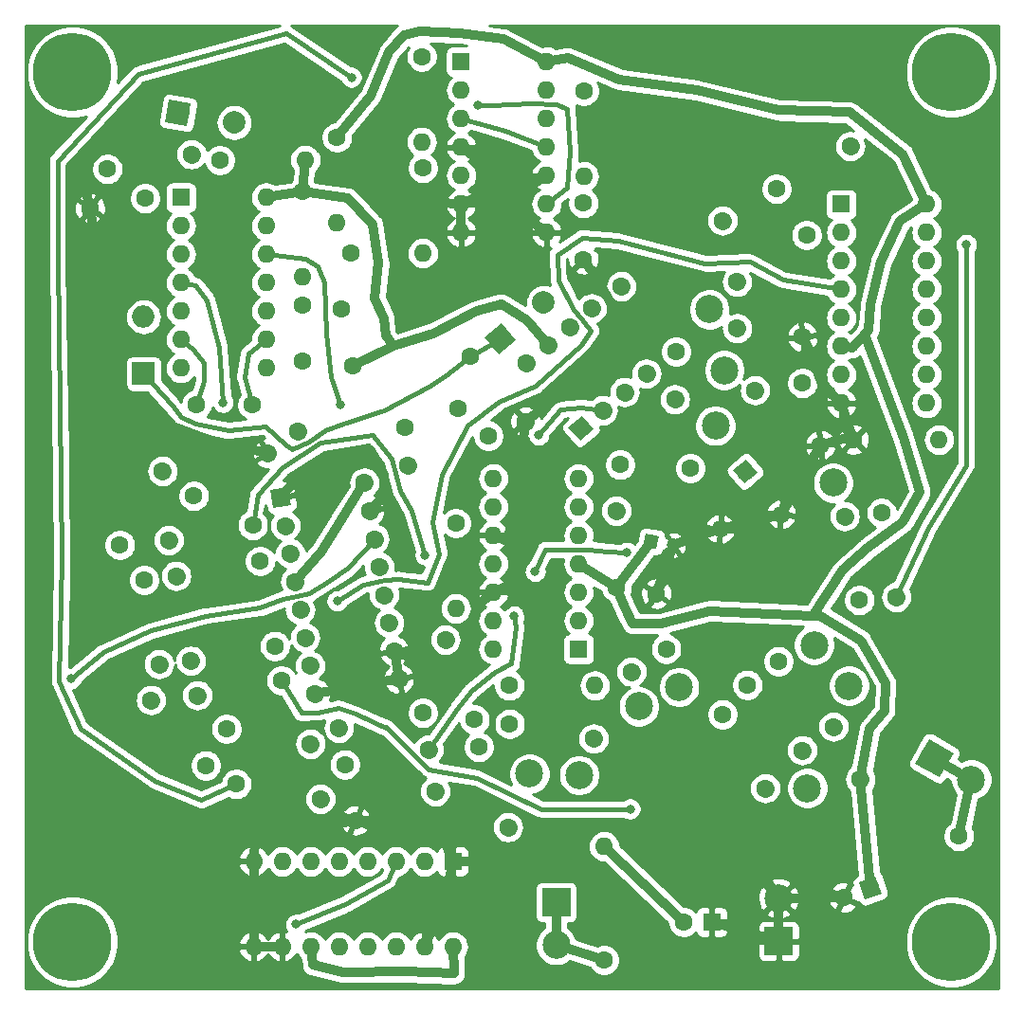
<source format=gbr>
G04 #@! TF.GenerationSoftware,KiCad,Pcbnew,(5.1.2-1)-1*
G04 #@! TF.CreationDate,2021-05-31T13:25:01-04:00*
G04 #@! TF.ProjectId,Voltage Quantizer - MFOS,566f6c74-6167-4652-9051-75616e74697a,rev?*
G04 #@! TF.SameCoordinates,Original*
G04 #@! TF.FileFunction,Copper,L1,Top*
G04 #@! TF.FilePolarity,Positive*
%FSLAX46Y46*%
G04 Gerber Fmt 4.6, Leading zero omitted, Abs format (unit mm)*
G04 Created by KiCad (PCBNEW (5.1.2-1)-1) date 2021-05-31 13:25:01*
%MOMM*%
%LPD*%
G04 APERTURE LIST*
%ADD10C,7.000000*%
%ADD11C,2.499360*%
%ADD12C,1.600000*%
%ADD13C,1.200000*%
%ADD14C,0.100000*%
%ADD15R,1.600000X1.600000*%
%ADD16C,2.000000*%
%ADD17C,2.000000*%
%ADD18R,2.000000X2.000000*%
%ADD19O,2.000000X2.000000*%
%ADD20C,1.600000*%
%ADD21O,1.600000X1.600000*%
%ADD22R,2.499360X2.499360*%
%ADD23C,1.550000*%
%ADD24C,0.800000*%
%ADD25C,0.812800*%
%ADD26C,0.406400*%
%ADD27C,0.254000*%
G04 APERTURE END LIST*
D10*
X17018000Y-94742000D03*
X95504000Y-94742000D03*
X95504000Y-17018000D03*
X17018000Y-17018000D03*
D11*
X71185083Y-71989231D03*
D12*
X23495000Y-28321000D03*
X18570961Y-29189241D03*
X28096200Y-46774100D03*
X33096200Y-46774100D03*
X37579300Y-42875200D03*
X37579300Y-37875200D03*
X41003659Y-38159939D03*
X41871900Y-33235900D03*
X62649100Y-33756600D03*
X62649100Y-28756600D03*
X46706516Y-48776013D03*
X51404979Y-47065912D03*
D13*
X68682603Y-58967146D03*
D14*
G36*
X67987529Y-59453842D02*
G01*
X68195907Y-58272072D01*
X69377677Y-58480450D01*
X69169299Y-59662220D01*
X67987529Y-59453842D01*
X67987529Y-59453842D01*
G37*
D13*
X70652219Y-59314442D03*
D12*
X88252300Y-89928700D03*
D14*
G36*
X88730438Y-88903330D02*
G01*
X89277670Y-90406838D01*
X87774162Y-90954070D01*
X87226930Y-89450562D01*
X88730438Y-88903330D01*
X88730438Y-88903330D01*
G37*
D12*
X85903068Y-90783750D03*
X71617200Y-92976700D03*
D15*
X74117200Y-92976700D03*
D12*
X69159339Y-63645537D03*
X70027580Y-68569576D03*
D16*
X26441400Y-20675600D03*
D14*
G36*
X25282944Y-21486760D02*
G01*
X25630240Y-19517144D01*
X27599856Y-19864440D01*
X27252560Y-21834056D01*
X25282944Y-21486760D01*
X25282944Y-21486760D01*
G37*
D16*
X31444223Y-21557733D03*
D17*
X31444223Y-21557733D02*
X31444223Y-21557733D01*
D18*
X23368000Y-43992800D03*
D19*
X23368000Y-38912800D03*
D16*
X59098511Y-37604940D03*
D17*
X59098511Y-37604940D02*
X59098511Y-37604940D01*
D16*
X55207005Y-40870301D03*
D14*
G36*
X55083748Y-42279133D02*
G01*
X53798173Y-40747044D01*
X55330262Y-39461469D01*
X56615837Y-40993558D01*
X55083748Y-42279133D01*
X55083748Y-42279133D01*
G37*
D12*
X87378282Y-80213200D03*
D20*
X87378282Y-80213200D02*
X87378282Y-80213200D01*
D12*
X96177100Y-85293200D03*
X64490600Y-96380300D03*
D21*
X64490600Y-86220300D03*
D11*
X86345710Y-71857282D03*
X82629967Y-81007621D03*
X75225039Y-43666444D03*
X73878839Y-38243544D03*
X83252198Y-68233639D03*
X84950300Y-53721000D03*
X74442298Y-48627808D03*
X62268144Y-79854734D03*
X67595405Y-73718340D03*
X57831946Y-79708450D03*
X97279557Y-80251300D03*
X93980000Y-78346300D03*
D14*
G36*
X92272905Y-78803715D02*
G01*
X93522585Y-76639205D01*
X95687095Y-77888885D01*
X94437415Y-80053395D01*
X92272905Y-78803715D01*
X92272905Y-78803715D01*
G37*
D22*
X80086200Y-94678500D03*
D11*
X80086200Y-90868500D03*
D22*
X60210700Y-91211399D03*
D11*
X60210700Y-95021399D03*
D12*
X27646435Y-24381601D03*
D20*
X27646435Y-24381601D02*
X27646435Y-24381601D01*
D12*
X20142200Y-25704800D03*
D21*
X37795200Y-24892000D03*
D12*
X30175200Y-24892000D03*
X31647059Y-80649153D03*
X39151294Y-81972352D03*
D20*
X39151294Y-81972352D02*
X39151294Y-81972352D01*
D12*
X42265574Y-83896502D03*
X49426032Y-81290309D03*
D20*
X49426032Y-81290309D02*
X49426032Y-81290309D01*
D12*
X26277633Y-62045716D03*
D20*
X26277633Y-62045716D02*
X26277633Y-62045716D01*
D12*
X33781868Y-60722517D03*
X33115041Y-57525846D03*
X25610806Y-58849045D03*
D20*
X25610806Y-58849045D02*
X25610806Y-58849045D01*
D12*
X27576542Y-69631610D03*
D20*
X27576542Y-69631610D02*
X27576542Y-69631610D01*
D12*
X35080777Y-68308411D03*
X35675523Y-71388833D03*
X28171288Y-72712032D03*
D20*
X28171288Y-72712032D02*
X28171288Y-72712032D01*
D12*
X42024300Y-43256200D03*
X37126258Y-49093459D03*
D20*
X37126258Y-49093459D02*
X37126258Y-49093459D01*
D21*
X37541200Y-35356800D03*
D12*
X37541200Y-27736800D03*
X40640000Y-22860000D03*
D21*
X40640000Y-30480000D03*
D12*
X40805645Y-75616829D03*
D20*
X40805645Y-75616829D02*
X40805645Y-75616829D01*
D12*
X48309880Y-74293630D03*
X25061039Y-52683382D03*
D20*
X25061039Y-52683382D02*
X25061039Y-52683382D01*
D12*
X21251039Y-59282496D03*
X23416477Y-62421256D03*
X24739676Y-69925491D03*
D20*
X24739676Y-69925491D02*
X24739676Y-69925491D01*
D12*
X24029400Y-73137818D03*
D20*
X24029400Y-73137818D02*
X24029400Y-73137818D01*
D12*
X28927442Y-78975077D03*
X38269886Y-77046776D03*
D20*
X38269886Y-77046776D02*
X38269886Y-77046776D01*
D12*
X30765651Y-75723577D03*
X41331208Y-78889993D03*
X48835443Y-77566794D03*
D20*
X48835443Y-77566794D02*
X48835443Y-77566794D01*
D12*
X65914415Y-52117475D03*
X70812457Y-46280216D03*
D20*
X70812457Y-46280216D02*
X70812457Y-46280216D01*
D12*
X27855949Y-54906788D03*
X34455063Y-51096788D03*
D20*
X34455063Y-51096788D02*
X34455063Y-51096788D01*
D12*
X66028906Y-36182994D03*
D20*
X66028906Y-36182994D02*
X66028906Y-36182994D01*
D12*
X70926948Y-42020253D03*
X57471226Y-48271028D03*
D20*
X57471226Y-48271028D02*
X57471226Y-48271028D01*
D12*
X52573184Y-42433769D03*
X48196500Y-15646400D03*
D21*
X48196500Y-23266400D03*
X62674500Y-26339800D03*
D12*
X62674500Y-18719800D03*
X75061404Y-30290945D03*
D20*
X75061404Y-30290945D02*
X75061404Y-30290945D01*
D12*
X82565639Y-31614144D03*
X75076423Y-74420765D03*
X78886423Y-81019879D03*
D20*
X78886423Y-81019879D02*
X78886423Y-81019879D01*
D12*
X77288706Y-71784270D03*
X82186748Y-77621529D03*
D20*
X82186748Y-77621529D02*
X82186748Y-77621529D01*
D12*
X86472354Y-23663944D03*
D20*
X86472354Y-23663944D02*
X86472354Y-23663944D01*
D12*
X79873240Y-27473944D03*
X89259955Y-56430816D03*
X90583154Y-63935051D03*
D20*
X90583154Y-63935051D02*
X90583154Y-63935051D01*
D21*
X48298100Y-33223200D03*
D12*
X48298100Y-25603200D03*
X87290390Y-64211418D03*
X85967191Y-56707183D03*
D20*
X85967191Y-56707183D02*
X85967191Y-56707183D01*
D12*
X54143568Y-49529004D03*
X46983110Y-52135197D03*
D20*
X46983110Y-52135197D02*
X46983110Y-52135197D01*
D12*
X50315684Y-67739565D03*
D20*
X50315684Y-67739565D02*
X50315684Y-67739565D01*
D12*
X52921877Y-74900023D03*
X84967994Y-75512186D03*
D20*
X84967994Y-75512186D02*
X84967994Y-75512186D01*
D12*
X80069952Y-69674927D03*
X86782040Y-49876744D03*
D21*
X94402040Y-49876744D03*
D12*
X51243269Y-57335162D03*
D21*
X51243269Y-64955162D03*
D12*
X65571578Y-56229979D03*
D20*
X65571578Y-56229979D02*
X65571578Y-56229979D01*
D12*
X72170692Y-52419979D03*
X76368039Y-39932644D03*
D20*
X76368039Y-39932644D02*
X76368039Y-39932644D01*
D12*
X82205298Y-44830686D03*
X76360080Y-35783902D03*
D20*
X76360080Y-35783902D02*
X76360080Y-35783902D01*
D12*
X82197339Y-40681944D03*
X83797540Y-50359344D03*
X77960281Y-45461302D03*
D20*
X77960281Y-45461302D02*
X77960281Y-45461302D01*
D12*
X56055135Y-75263156D03*
X63559370Y-76586355D03*
D20*
X63559370Y-76586355D02*
X63559370Y-76586355D01*
D21*
X63653540Y-71849546D03*
D12*
X56033540Y-71849546D03*
X53299683Y-77335214D03*
X55905876Y-84495672D03*
D20*
X55905876Y-84495672D02*
X55905876Y-84495672D01*
D12*
X65608308Y-63107189D03*
X66931507Y-70611424D03*
D20*
X66931507Y-70611424D02*
X66931507Y-70611424D01*
D23*
X80300476Y-56556934D03*
X77086538Y-52726712D03*
D14*
G36*
X75994693Y-52631188D02*
G01*
X77182062Y-51634867D01*
X78178383Y-52822236D01*
X76991014Y-53818557D01*
X75994693Y-52631188D01*
X75994693Y-52631188D01*
G37*
D23*
X74863285Y-57855761D03*
D15*
X26695400Y-28244800D03*
D21*
X34315400Y-43484800D03*
X26695400Y-30784800D03*
X34315400Y-40944800D03*
X26695400Y-33324800D03*
X34315400Y-38404800D03*
X26695400Y-35864800D03*
X34315400Y-35864800D03*
X26695400Y-38404800D03*
X34315400Y-33324800D03*
X26695400Y-40944800D03*
X34315400Y-30784800D03*
X26695400Y-43484800D03*
X34315400Y-28244800D03*
D12*
X35580687Y-55053531D03*
D14*
G36*
X34931759Y-55980296D02*
G01*
X34653922Y-54404603D01*
X36229615Y-54126766D01*
X36507452Y-55702459D01*
X34931759Y-55980296D01*
X34931759Y-55980296D01*
G37*
D12*
X46172387Y-71240214D03*
D20*
X46172387Y-71240214D02*
X46172387Y-71240214D01*
D12*
X36021753Y-57554943D03*
D20*
X36021753Y-57554943D02*
X36021753Y-57554943D01*
D12*
X45731320Y-68738802D03*
D20*
X45731320Y-68738802D02*
X45731320Y-68738802D01*
D12*
X36462820Y-60056354D03*
D20*
X36462820Y-60056354D02*
X36462820Y-60056354D01*
D12*
X45290254Y-66237390D03*
D20*
X45290254Y-66237390D02*
X45290254Y-66237390D01*
D12*
X36903886Y-62557766D03*
D20*
X36903886Y-62557766D02*
X36903886Y-62557766D01*
D12*
X44849188Y-63735979D03*
D20*
X44849188Y-63735979D02*
X44849188Y-63735979D01*
D12*
X37344952Y-65059178D03*
D20*
X37344952Y-65059178D02*
X37344952Y-65059178D01*
D12*
X44408121Y-61234567D03*
D20*
X44408121Y-61234567D02*
X44408121Y-61234567D01*
D12*
X37786019Y-67560589D03*
D20*
X37786019Y-67560589D02*
X37786019Y-67560589D01*
D12*
X43967055Y-58733155D03*
D20*
X43967055Y-58733155D02*
X43967055Y-58733155D01*
D12*
X38227085Y-70062001D03*
D20*
X38227085Y-70062001D02*
X38227085Y-70062001D01*
D12*
X43525988Y-56231744D03*
D20*
X43525988Y-56231744D02*
X43525988Y-56231744D01*
D12*
X38668152Y-72563413D03*
D20*
X38668152Y-72563413D02*
X38668152Y-72563413D01*
D12*
X43084922Y-53730332D03*
D20*
X43084922Y-53730332D02*
X43084922Y-53730332D01*
D21*
X50990500Y-95173800D03*
X33210500Y-87553800D03*
X48450500Y-95173800D03*
X35750500Y-87553800D03*
X45910500Y-95173800D03*
X38290500Y-87553800D03*
X43370500Y-95173800D03*
X40830500Y-87553800D03*
X40830500Y-95173800D03*
X43370500Y-87553800D03*
X38290500Y-95173800D03*
X45910500Y-87553800D03*
X35750500Y-95173800D03*
X48450500Y-87553800D03*
X33210500Y-95173800D03*
D15*
X50990500Y-87553800D03*
D21*
X54596744Y-68592766D03*
X62216744Y-53352766D03*
X54596744Y-66052766D03*
X62216744Y-55892766D03*
X54596744Y-63512766D03*
X62216744Y-58432766D03*
X54596744Y-60972766D03*
X62216744Y-60972766D03*
X54596744Y-58432766D03*
X62216744Y-63512766D03*
X54596744Y-55892766D03*
X62216744Y-66052766D03*
X54596744Y-53352766D03*
D15*
X62216744Y-68592766D03*
D12*
X62429596Y-48885121D03*
D14*
G36*
X63556662Y-48983726D02*
G01*
X62330991Y-50012187D01*
X61302530Y-48786516D01*
X62528201Y-47758055D01*
X63556662Y-48983726D01*
X63556662Y-48983726D01*
G37*
D12*
X63368813Y-38149821D03*
D20*
X63368813Y-38149821D02*
X63368813Y-38149821D01*
D12*
X64375349Y-47252440D03*
D20*
X64375349Y-47252440D02*
X64375349Y-47252440D01*
D12*
X61423060Y-39782501D03*
D20*
X61423060Y-39782501D02*
X61423060Y-39782501D01*
D12*
X66321102Y-45619760D03*
D20*
X66321102Y-45619760D02*
X66321102Y-45619760D01*
D12*
X59477307Y-41415182D03*
D20*
X59477307Y-41415182D02*
X59477307Y-41415182D01*
D12*
X68266855Y-43987079D03*
D20*
X68266855Y-43987079D02*
X68266855Y-43987079D01*
D12*
X57531554Y-43047862D03*
D20*
X57531554Y-43047862D02*
X57531554Y-43047862D01*
D15*
X51727100Y-16116300D03*
D21*
X59347100Y-31356300D03*
X51727100Y-18656300D03*
X59347100Y-28816300D03*
X51727100Y-21196300D03*
X59347100Y-26276300D03*
X51727100Y-23736300D03*
X59347100Y-23736300D03*
X51727100Y-26276300D03*
X59347100Y-21196300D03*
X51727100Y-28816300D03*
X59347100Y-18656300D03*
X51727100Y-31356300D03*
X59347100Y-16116300D03*
D15*
X85664439Y-28845544D03*
D21*
X93284439Y-46625544D03*
X85664439Y-31385544D03*
X93284439Y-44085544D03*
X85664439Y-33925544D03*
X93284439Y-41545544D03*
X85664439Y-36465544D03*
X93284439Y-39005544D03*
X85664439Y-39005544D03*
X93284439Y-36465544D03*
X85664439Y-41545544D03*
X93284439Y-33925544D03*
X85664439Y-44085544D03*
X93284439Y-31385544D03*
X85664439Y-46625544D03*
X93284439Y-28845544D03*
D24*
X58661300Y-49453800D03*
X41922700Y-17500600D03*
X53251100Y-20015200D03*
X56476900Y-65646300D03*
X40652700Y-64300100D03*
X66535300Y-59956700D03*
X58331100Y-61645800D03*
X48501300Y-60172600D03*
X66814700Y-82880200D03*
X36982400Y-93179900D03*
X96837500Y-32448500D03*
X30465665Y-46556565D03*
X40944800Y-46761400D03*
X16878300Y-71221600D03*
D25*
X74117200Y-92976700D02*
X80086200Y-94678500D01*
X80086200Y-94678500D02*
X80086200Y-90868500D01*
X80086200Y-90868500D02*
X85903068Y-90783750D01*
X48450500Y-95173800D02*
X50330100Y-90627200D01*
X50330100Y-90627200D02*
X50990500Y-87553800D01*
X50990500Y-87553800D02*
X49872900Y-84874100D01*
X49872900Y-84874100D02*
X46647100Y-83947000D01*
X46647100Y-83947000D02*
X42265574Y-83896502D01*
X42265574Y-83896502D02*
X39255700Y-84467700D01*
X39255700Y-84467700D02*
X33286700Y-85356700D01*
X33286700Y-85356700D02*
X33210500Y-87553800D01*
X35750500Y-95173800D02*
X33210500Y-95173800D01*
X33210500Y-87553800D02*
X33210500Y-95173800D01*
X46172387Y-71240214D02*
X45731320Y-68738802D01*
X45731320Y-68738802D02*
X48361600Y-69875400D01*
X48361600Y-69875400D02*
X51866800Y-69634100D01*
X51866800Y-69634100D02*
X52387500Y-68402200D01*
X52387500Y-68402200D02*
X52705000Y-65989200D01*
X52705000Y-65989200D02*
X53187600Y-64681100D01*
X53187600Y-64681100D02*
X54596744Y-63512766D01*
X54596744Y-63512766D02*
X56121300Y-62865000D01*
X56121300Y-62865000D02*
X57099200Y-61480700D01*
X57099200Y-61480700D02*
X56718200Y-59309000D01*
X57471226Y-48271028D02*
X57175400Y-50634900D01*
X57175400Y-50634900D02*
X57099200Y-53657500D01*
X57099200Y-53657500D02*
X55837401Y-58945199D01*
X55837401Y-58945199D02*
X54596744Y-58432766D01*
X56718200Y-59309000D02*
X55837401Y-58945199D01*
X69159339Y-63645537D02*
X70652219Y-59314442D01*
X74863285Y-57855761D02*
X80300476Y-56556934D01*
X80300476Y-56556934D02*
X83797540Y-50359344D01*
X83797540Y-50359344D02*
X85775800Y-49834800D01*
X85775800Y-49834800D02*
X86782040Y-49876744D01*
X85664439Y-46625544D02*
X86782040Y-49876744D01*
X85664439Y-46625544D02*
X84023200Y-45173900D01*
X84023200Y-45173900D02*
X82664300Y-41605200D01*
X82664300Y-41605200D02*
X82197339Y-40681944D01*
X59347100Y-31356300D02*
X57975500Y-30302200D01*
X57975500Y-30302200D02*
X57556400Y-29197300D01*
X57467500Y-27762200D02*
X57886600Y-27279600D01*
X57886600Y-27279600D02*
X59347100Y-26276300D01*
X51727100Y-28816300D02*
X51727100Y-31356300D01*
X51727100Y-23736300D02*
X53200300Y-24803100D01*
X53200300Y-24803100D02*
X53848000Y-26352500D01*
X53517800Y-28054300D02*
X51727100Y-28816300D01*
X53740685Y-26905585D02*
X57484539Y-28037261D01*
X57556400Y-29197300D02*
X57484539Y-28037261D01*
X53848000Y-26352500D02*
X53740685Y-26905585D01*
X57484539Y-28037261D02*
X57467500Y-27762200D01*
X53740685Y-26905585D02*
X53517800Y-28054300D01*
X34455063Y-51096788D02*
X29159200Y-49885600D01*
X29159200Y-49885600D02*
X25514300Y-48514000D01*
X25514300Y-48514000D02*
X21983700Y-46659800D01*
X21983700Y-46659800D02*
X19634200Y-38811200D01*
X19634200Y-38811200D02*
X19392900Y-34226500D01*
X19392900Y-34226500D02*
X18570961Y-29189241D01*
X57471226Y-48271028D02*
X61798200Y-44958000D01*
X61798200Y-44958000D02*
X65913000Y-39433500D01*
X65913000Y-39433500D02*
X64820800Y-37223700D01*
X64820800Y-37223700D02*
X63627000Y-35179000D01*
X63627000Y-35179000D02*
X62649100Y-33756600D01*
X60439300Y-70815200D02*
X58788300Y-68948300D01*
X58788300Y-68948300D02*
X57391300Y-64262000D01*
X57391300Y-64262000D02*
X56121300Y-62865000D01*
X42597129Y-71870629D02*
X46172387Y-71240214D01*
X38668152Y-72563413D02*
X42597129Y-71870629D01*
X80086200Y-90868500D02*
X77597000Y-87058500D01*
X77597000Y-87058500D02*
X71437500Y-83654900D01*
X71437500Y-83654900D02*
X67437000Y-77495400D01*
X67437000Y-77495400D02*
X65709800Y-74841100D01*
X65709800Y-74841100D02*
X63500000Y-73825100D01*
X63500000Y-73825100D02*
X61988700Y-73494900D01*
X61988700Y-73494900D02*
X61442600Y-72415400D01*
X61442600Y-72415400D02*
X61035322Y-70763522D01*
X61035322Y-70763522D02*
X60439300Y-70815200D01*
X72626104Y-58630704D02*
X70243700Y-54800500D01*
X70652219Y-59314442D02*
X72626104Y-58630704D01*
X72626104Y-58630704D02*
X74863285Y-57855761D01*
X70243700Y-54800500D02*
X68072000Y-50800000D01*
X68072000Y-50800000D02*
X65633600Y-49542700D01*
X65633600Y-49542700D02*
X63500000Y-50990500D01*
X63500000Y-50990500D02*
X61480700Y-51295300D01*
X61480700Y-51295300D02*
X57175400Y-50634900D01*
X43525988Y-56231744D02*
X44958000Y-54825900D01*
X44958000Y-54825900D02*
X44856400Y-53047900D01*
X44856400Y-53047900D02*
X43611800Y-50787300D01*
X43611800Y-50787300D02*
X41440100Y-50977800D01*
X41440100Y-50977800D02*
X38798500Y-51803300D01*
X38798500Y-51803300D02*
X37401500Y-52959000D01*
X37401500Y-52959000D02*
X35580687Y-55053531D01*
X51727100Y-28816300D02*
X47574200Y-28651200D01*
X47574200Y-28651200D02*
X41567100Y-25908000D01*
X41567100Y-25908000D02*
X39141400Y-23914100D01*
X39141400Y-23914100D02*
X36957000Y-20853400D01*
X36957000Y-20853400D02*
X31610300Y-17399000D01*
X31610300Y-17399000D02*
X25044400Y-18326100D01*
X25044400Y-18326100D02*
X21170900Y-21526500D01*
X21170900Y-21526500D02*
X17894300Y-24523700D01*
X17894300Y-24523700D02*
X18059400Y-27127200D01*
X18059400Y-27127200D02*
X18570961Y-29189241D01*
X71437500Y-83654900D02*
X67538600Y-84709000D01*
X67538600Y-84709000D02*
X64719200Y-84302600D01*
X64719200Y-84302600D02*
X60667900Y-85432900D01*
X60667900Y-85432900D02*
X56819800Y-86868000D01*
X56819800Y-86868000D02*
X54406800Y-87528400D01*
X54406800Y-87528400D02*
X50990500Y-87553800D01*
D26*
X28096200Y-46774100D02*
X28752800Y-44640500D01*
X28752800Y-44640500D02*
X28727400Y-42989500D01*
X28727400Y-42989500D02*
X27851100Y-41859200D01*
X27851100Y-41859200D02*
X26695400Y-40944800D01*
X33096200Y-46774100D02*
X32397700Y-44310300D01*
X32397700Y-44310300D02*
X32727900Y-42189400D01*
X32727900Y-42189400D02*
X34315400Y-40944800D01*
X59347100Y-23736300D02*
X55651400Y-22313900D01*
X55651400Y-22313900D02*
X51727100Y-21196300D01*
X64375349Y-47252440D02*
X62458600Y-46977300D01*
X62458600Y-46977300D02*
X60579000Y-47205900D01*
X60579000Y-47205900D02*
X58661300Y-49453800D01*
X58661300Y-49453800D02*
X58661300Y-49453800D01*
D25*
X88252300Y-89928700D02*
X87378282Y-80213200D01*
X38290500Y-95173800D02*
X38468300Y-96824800D01*
X38468300Y-96824800D02*
X41173400Y-97472500D01*
X41173400Y-97472500D02*
X46710600Y-97409000D01*
X46710600Y-97409000D02*
X51104800Y-97586800D01*
X51104800Y-97586800D02*
X50990500Y-95173800D01*
X68682603Y-58967146D02*
X65608308Y-63107189D01*
X65608308Y-63107189D02*
X62216744Y-60972766D01*
X87378282Y-80213200D02*
X88214200Y-75704700D01*
X88214200Y-75704700D02*
X89547700Y-74066400D01*
X89547700Y-74066400D02*
X89636600Y-71628000D01*
X87439500Y-67830700D02*
X83820000Y-65633600D01*
X73837800Y-65176400D02*
X69532500Y-66319400D01*
X69532500Y-66319400D02*
X67056000Y-66319400D01*
X67056000Y-66319400D02*
X66319400Y-64897000D01*
X66319400Y-64897000D02*
X65608308Y-63107189D01*
X36903886Y-62557766D02*
X39230300Y-59842400D01*
X39230300Y-59842400D02*
X40906700Y-57137300D01*
X40906700Y-57137300D02*
X43084922Y-53730332D01*
X59477307Y-41415182D02*
X57607200Y-39204900D01*
X57607200Y-39204900D02*
X55333900Y-37769800D01*
X55333900Y-37769800D02*
X53136800Y-38354000D01*
X53136800Y-38354000D02*
X49250600Y-40386000D01*
X49250600Y-40386000D02*
X45961300Y-41402000D01*
X34315400Y-28244800D02*
X37541200Y-27736800D01*
X37795200Y-24892000D02*
X37541200Y-27736800D01*
X40640000Y-22860000D02*
X43624500Y-19164300D01*
X43624500Y-19164300D02*
X45300900Y-15214600D01*
X45300900Y-15214600D02*
X46609000Y-13716000D01*
X46609000Y-13716000D02*
X48018700Y-13373100D01*
X48018700Y-13373100D02*
X51625500Y-13550900D01*
X51625500Y-13550900D02*
X55486300Y-14071600D01*
X55486300Y-14071600D02*
X59347100Y-16116300D01*
X93284439Y-28845544D02*
X90906600Y-30365700D01*
X90906600Y-30365700D02*
X89192100Y-33985200D01*
X89192100Y-33985200D02*
X88277700Y-37884100D01*
X88277700Y-37884100D02*
X88134093Y-40051893D01*
X86625924Y-41694876D02*
X85664439Y-41545544D01*
X87745079Y-40475679D02*
X91198700Y-49682400D01*
X86625924Y-41694876D02*
X87745079Y-40475679D01*
X87745079Y-40475679D02*
X88134093Y-40051893D01*
X88538050Y-69729350D02*
X87439500Y-67830700D01*
X89636600Y-71628000D02*
X88538050Y-69729350D01*
X44018200Y-37299900D02*
X44818300Y-39065200D01*
X44818300Y-39065200D02*
X44970700Y-40538400D01*
X44970700Y-40538400D02*
X45676385Y-41536185D01*
X45676385Y-41536185D02*
X42024300Y-43256200D01*
X45961300Y-41402000D02*
X45676385Y-41536185D01*
X93284439Y-28845544D02*
X91173300Y-24358600D01*
X91173300Y-24358600D02*
X86385400Y-20624800D01*
X86385400Y-20624800D02*
X80073500Y-20447000D01*
X80073500Y-20447000D02*
X72783700Y-18669000D01*
X72783700Y-18669000D02*
X65862200Y-17691100D01*
X65862200Y-17691100D02*
X61239400Y-15748000D01*
X61239400Y-15748000D02*
X59347100Y-16116300D01*
X44018200Y-37299900D02*
X44361100Y-34023300D01*
X44361100Y-34023300D02*
X43815000Y-30657800D01*
X43815000Y-30657800D02*
X41592500Y-28295600D01*
X41592500Y-28295600D02*
X37541200Y-27736800D01*
X83115660Y-65601340D02*
X85801200Y-61506100D01*
X83820000Y-65633600D02*
X83115660Y-65601340D01*
X83115660Y-65601340D02*
X73837800Y-65176400D01*
X85801200Y-61506100D02*
X88011000Y-59537600D01*
X88011000Y-59537600D02*
X91147900Y-57264300D01*
X91147900Y-57264300D02*
X92689895Y-54566605D01*
X91198700Y-49682400D02*
X92689895Y-54566605D01*
X71617200Y-92976700D02*
X64490600Y-86220300D01*
D26*
X23368000Y-43992800D02*
X25920700Y-46850300D01*
X25920700Y-46850300D02*
X26758900Y-47879000D01*
X26758900Y-47879000D02*
X27952700Y-48425100D01*
X27952700Y-48425100D02*
X30911800Y-49060100D01*
X30911800Y-49060100D02*
X34290000Y-48704500D01*
X34290000Y-48704500D02*
X36017200Y-50330100D01*
X44856400Y-47244000D02*
X48806100Y-45135800D01*
X48806100Y-45135800D02*
X50215800Y-44208700D01*
X50215800Y-44208700D02*
X52573184Y-42433769D01*
X52573184Y-42433769D02*
X55207005Y-40870301D01*
X36017200Y-50330100D02*
X36664900Y-50698400D01*
X36664900Y-50698400D02*
X38176200Y-50038000D01*
X38176200Y-50038000D02*
X39573200Y-49009300D01*
X39573200Y-49009300D02*
X41224200Y-48463200D01*
X41224200Y-48463200D02*
X44856400Y-47244000D01*
D25*
X93980000Y-78346300D02*
X97279557Y-80251300D01*
X97279557Y-80251300D02*
X96177100Y-85293200D01*
X64490600Y-96380300D02*
X60210700Y-95021399D01*
X60210700Y-91211399D02*
X60210700Y-95021399D01*
D26*
X31647059Y-80649153D02*
X28536900Y-82080100D01*
X28536900Y-82080100D02*
X24345900Y-80327500D01*
X24345900Y-80327500D02*
X17703800Y-75679300D01*
X17703800Y-75679300D02*
X15836900Y-71475600D01*
X15836900Y-71475600D02*
X16078200Y-60528200D01*
X16078200Y-60528200D02*
X15671800Y-33502600D01*
X15671800Y-33502600D02*
X15671800Y-24968200D01*
X15671800Y-24968200D02*
X22885400Y-17221200D01*
X22885400Y-17221200D02*
X36106100Y-13563600D01*
X36106100Y-13563600D02*
X41922700Y-17500600D01*
X41922700Y-17500600D02*
X41922700Y-17500600D01*
X59347100Y-28816300D02*
X61175900Y-27381200D01*
X61175900Y-27381200D02*
X61468000Y-24180800D01*
X61468000Y-24180800D02*
X61214000Y-20307300D01*
X61214000Y-20307300D02*
X60286900Y-19951700D01*
X60286900Y-19951700D02*
X57937400Y-19824700D01*
X57937400Y-19824700D02*
X54419500Y-20015200D01*
X54419500Y-20015200D02*
X53251100Y-20015200D01*
X53251100Y-20015200D02*
X53251100Y-20015200D01*
X48835443Y-77566794D02*
X51371500Y-73964800D01*
X51371500Y-73964800D02*
X52616100Y-72313800D01*
X52616100Y-72313800D02*
X54762400Y-70599300D01*
X54762400Y-70599300D02*
X56222900Y-69888100D01*
X56222900Y-69888100D02*
X56616600Y-66611500D01*
X56616600Y-66611500D02*
X56476900Y-65646300D01*
X56476900Y-65646300D02*
X56476900Y-65646300D01*
X85664439Y-36465544D02*
X80492600Y-35598100D01*
X80492600Y-35598100D02*
X77495400Y-33985200D01*
X77495400Y-33985200D02*
X73494900Y-34124900D01*
X73494900Y-34124900D02*
X65760600Y-32131000D01*
X65760600Y-32131000D02*
X62522100Y-31813500D01*
X62522100Y-31813500D02*
X60299600Y-33337500D01*
X60299600Y-33337500D02*
X60401200Y-35636200D01*
X60401200Y-35636200D02*
X61810900Y-38252400D01*
X61810900Y-38252400D02*
X62458600Y-39014400D01*
X62458600Y-39014400D02*
X63309500Y-40170100D01*
X63309500Y-40170100D02*
X62420500Y-41376600D01*
X62420500Y-41376600D02*
X58394600Y-45034200D01*
X58394600Y-45034200D02*
X55105300Y-46494700D01*
X55105300Y-46494700D02*
X52298600Y-48628300D01*
X52298600Y-48628300D02*
X49987200Y-53022500D01*
X49987200Y-53022500D02*
X49136300Y-57226200D01*
X49136300Y-57226200D02*
X49745900Y-60096400D01*
X49745900Y-60096400D02*
X48704500Y-62636400D01*
X48704500Y-62636400D02*
X46126400Y-62357000D01*
X46126400Y-62357000D02*
X44907200Y-62420500D01*
X44907200Y-62420500D02*
X42964100Y-62826900D01*
X42964100Y-62826900D02*
X40652700Y-64300100D01*
X40652700Y-64300100D02*
X40652700Y-64300100D01*
X66535300Y-59956700D02*
X64757300Y-59905900D01*
X64757300Y-59905900D02*
X63093600Y-59677300D01*
X63093600Y-59677300D02*
X62636400Y-59715400D01*
X62636400Y-59715400D02*
X61493400Y-59740800D01*
X61493400Y-59740800D02*
X59220100Y-59664600D01*
X59220100Y-59664600D02*
X58331100Y-61645800D01*
X58331100Y-61645800D02*
X58331100Y-61645800D01*
X33115041Y-57525846D02*
X33540700Y-54825900D01*
X33540700Y-54825900D02*
X35775900Y-52362100D01*
X35775900Y-52362100D02*
X39192200Y-50165000D01*
X39192200Y-50165000D02*
X43840400Y-49441100D01*
X43840400Y-49441100D02*
X45478700Y-51587400D01*
X45478700Y-51587400D02*
X46304200Y-54483000D01*
X46304200Y-54483000D02*
X47294800Y-56248300D01*
X47294800Y-56248300D02*
X48501300Y-60172600D01*
X48501300Y-60172600D02*
X48501300Y-60172600D01*
X66814700Y-82880200D02*
X58851800Y-82880200D01*
X58851800Y-82880200D02*
X53136800Y-80111600D01*
X53136800Y-80111600D02*
X48844200Y-79311500D01*
X45156559Y-75696641D02*
X42278300Y-74371200D01*
X48844200Y-79311500D02*
X45156559Y-75696641D01*
X45156559Y-75696641D02*
X44983400Y-75526900D01*
X42278300Y-74371200D02*
X40741600Y-73850500D01*
X40741600Y-73850500D02*
X38900100Y-74231500D01*
X38900100Y-74231500D02*
X37439600Y-74282300D01*
X37439600Y-74282300D02*
X35675523Y-71388833D01*
X36982400Y-93179900D02*
X41325800Y-91401900D01*
X41325800Y-91401900D02*
X45186600Y-89217500D01*
X45186600Y-89217500D02*
X45910500Y-87553800D01*
X90583154Y-63935051D02*
X93459300Y-57734200D01*
X93459300Y-57734200D02*
X96837500Y-52133500D01*
X96837500Y-52133500D02*
X96837500Y-32448500D01*
X96837500Y-32448500D02*
X96837500Y-32448500D01*
X30465665Y-46556565D02*
X30124400Y-41706800D01*
X30124400Y-41706800D02*
X29006800Y-37426900D01*
X29006800Y-37426900D02*
X27965400Y-36080700D01*
X27965400Y-36080700D02*
X26695400Y-35864800D01*
X34315400Y-33324800D02*
X37769800Y-33680400D01*
X37769800Y-33680400D02*
X38912800Y-34378900D01*
X38912800Y-34378900D02*
X39484300Y-35852100D01*
X39484300Y-35852100D02*
X39662100Y-40411400D01*
X39662100Y-40411400D02*
X40132000Y-44272200D01*
X40132000Y-44272200D02*
X40944800Y-46761400D01*
X40944800Y-46761400D02*
X40944800Y-46761400D01*
X16878300Y-71221600D02*
X19812000Y-68821300D01*
X19812000Y-68821300D02*
X23990300Y-66941700D01*
X23990300Y-66941700D02*
X28930600Y-65608200D01*
X28930600Y-65608200D02*
X33756600Y-64909700D01*
X33756600Y-64909700D02*
X35801300Y-64096900D01*
X35801300Y-64096900D02*
X37007800Y-63817500D01*
X37007800Y-63817500D02*
X38163500Y-63614300D01*
X38163500Y-63614300D02*
X39941500Y-62471300D01*
X39941500Y-62471300D02*
X41656000Y-61341000D01*
X41656000Y-61341000D02*
X43967055Y-58733155D01*
D27*
G36*
X22716949Y-16398118D02*
G01*
X22691755Y-16401509D01*
X22637573Y-16420077D01*
X22622223Y-16424324D01*
X22598624Y-16433425D01*
X22535561Y-16455037D01*
X22521710Y-16463088D01*
X22506769Y-16468850D01*
X22450456Y-16504504D01*
X22392812Y-16538009D01*
X22380799Y-16548606D01*
X22367268Y-16557173D01*
X22318994Y-16603127D01*
X22300016Y-16619868D01*
X22289159Y-16631527D01*
X22247678Y-16671015D01*
X22233040Y-16691797D01*
X21045134Y-17967541D01*
X21153000Y-17425262D01*
X21153000Y-16610738D01*
X20994094Y-15811865D01*
X20682389Y-15059343D01*
X20229864Y-14382091D01*
X19653909Y-13806136D01*
X18976657Y-13353611D01*
X18224135Y-13041906D01*
X17425262Y-12883000D01*
X16610738Y-12883000D01*
X15811865Y-13041906D01*
X15059343Y-13353611D01*
X14382091Y-13806136D01*
X13806136Y-14382091D01*
X13353611Y-15059343D01*
X13041906Y-15811865D01*
X12883000Y-16610738D01*
X12883000Y-17425262D01*
X13041906Y-18224135D01*
X13353611Y-18976657D01*
X13806136Y-19653909D01*
X14382091Y-20229864D01*
X15059343Y-20682389D01*
X15811865Y-20994094D01*
X16610738Y-21153000D01*
X17425262Y-21153000D01*
X18224135Y-20994094D01*
X18228746Y-20992184D01*
X15096633Y-24355897D01*
X15076237Y-24372636D01*
X15040503Y-24416178D01*
X15030306Y-24427129D01*
X15014390Y-24447997D01*
X14971492Y-24500268D01*
X14964394Y-24513547D01*
X14955263Y-24525519D01*
X14925530Y-24586256D01*
X14893659Y-24645883D01*
X14889289Y-24660289D01*
X14882668Y-24673814D01*
X14865354Y-24739193D01*
X14845730Y-24803884D01*
X14844255Y-24818864D01*
X14840399Y-24833423D01*
X14836173Y-24900918D01*
X14833601Y-24927030D01*
X14833601Y-24941993D01*
X14830081Y-24998210D01*
X14833601Y-25024358D01*
X14833600Y-33467750D01*
X14833076Y-33474038D01*
X14833600Y-33508884D01*
X14833600Y-33543769D01*
X14834219Y-33550055D01*
X15239861Y-60525265D01*
X14999374Y-71435814D01*
X14994914Y-71496860D01*
X15002637Y-71559122D01*
X15007409Y-71621672D01*
X15012782Y-71640900D01*
X15015240Y-71660715D01*
X15034963Y-71720277D01*
X15051845Y-71780691D01*
X15079498Y-71835287D01*
X16913049Y-75963897D01*
X16918894Y-75984774D01*
X16946477Y-76039166D01*
X16954458Y-76057137D01*
X16965112Y-76075913D01*
X16993571Y-76132033D01*
X17005771Y-76147569D01*
X17015525Y-76164760D01*
X17056686Y-76212410D01*
X17095542Y-76261892D01*
X17110536Y-76274748D01*
X17123459Y-76289708D01*
X17173126Y-76328412D01*
X17189482Y-76342436D01*
X17205561Y-76353688D01*
X17253695Y-76391198D01*
X17273080Y-76400938D01*
X23837838Y-80995015D01*
X23875603Y-81026222D01*
X23941552Y-81061760D01*
X24006891Y-81098516D01*
X24053466Y-81113748D01*
X28191787Y-82844319D01*
X28244783Y-82870074D01*
X28307645Y-82886529D01*
X28369791Y-82905610D01*
X28387392Y-82907404D01*
X28404512Y-82911885D01*
X28469406Y-82915761D01*
X28534051Y-82922349D01*
X28551661Y-82920675D01*
X28569329Y-82921730D01*
X28633729Y-82912872D01*
X28698421Y-82906721D01*
X28715370Y-82901642D01*
X28732899Y-82899231D01*
X28794327Y-82877982D01*
X28856583Y-82859327D01*
X28908657Y-82831719D01*
X30935172Y-81899344D01*
X30967332Y-81920833D01*
X31228485Y-82029006D01*
X31505724Y-82084153D01*
X31788394Y-82084153D01*
X32065633Y-82029006D01*
X32202407Y-81972352D01*
X37709351Y-81972352D01*
X37737058Y-82253661D01*
X37819112Y-82524160D01*
X37952362Y-82773453D01*
X38131686Y-82991960D01*
X38350193Y-83171284D01*
X38599486Y-83304534D01*
X38869985Y-83386588D01*
X39080802Y-83407352D01*
X39221786Y-83407352D01*
X39432603Y-83386588D01*
X39703102Y-83304534D01*
X39952395Y-83171284D01*
X40170902Y-82991960D01*
X40174132Y-82988024D01*
X41145812Y-82988024D01*
X41161988Y-83241763D01*
X42204145Y-83727728D01*
X42690111Y-82685571D01*
X42539403Y-82480799D01*
X42257952Y-82454580D01*
X41976793Y-82483773D01*
X41706731Y-82567257D01*
X41458146Y-82701823D01*
X41240590Y-82882300D01*
X41145812Y-82988024D01*
X40174132Y-82988024D01*
X40350226Y-82773453D01*
X40483476Y-82524160D01*
X40565530Y-82253661D01*
X40593237Y-81972352D01*
X40565530Y-81691043D01*
X40483476Y-81420544D01*
X40350226Y-81171251D01*
X40170902Y-80952744D01*
X39952395Y-80773420D01*
X39703102Y-80640170D01*
X39432603Y-80558116D01*
X39221786Y-80537352D01*
X39080802Y-80537352D01*
X38869985Y-80558116D01*
X38599486Y-80640170D01*
X38350193Y-80773420D01*
X38131686Y-80952744D01*
X37952362Y-81171251D01*
X37819112Y-81420544D01*
X37737058Y-81691043D01*
X37709351Y-81972352D01*
X32202407Y-81972352D01*
X32326786Y-81920833D01*
X32561818Y-81763790D01*
X32761696Y-81563912D01*
X32918739Y-81328880D01*
X33026912Y-81067727D01*
X33082059Y-80790488D01*
X33082059Y-80507818D01*
X33026912Y-80230579D01*
X32918739Y-79969426D01*
X32761696Y-79734394D01*
X32561818Y-79534516D01*
X32326786Y-79377473D01*
X32065633Y-79269300D01*
X31788394Y-79214153D01*
X31505724Y-79214153D01*
X31228485Y-79269300D01*
X30967332Y-79377473D01*
X30732300Y-79534516D01*
X30532422Y-79734394D01*
X30375379Y-79969426D01*
X30267206Y-80230579D01*
X30238574Y-80374520D01*
X28520822Y-81164837D01*
X24752545Y-79589012D01*
X23673293Y-78833742D01*
X27492442Y-78833742D01*
X27492442Y-79116412D01*
X27547589Y-79393651D01*
X27655762Y-79654804D01*
X27812805Y-79889836D01*
X28012683Y-80089714D01*
X28247715Y-80246757D01*
X28508868Y-80354930D01*
X28786107Y-80410077D01*
X29068777Y-80410077D01*
X29346016Y-80354930D01*
X29607169Y-80246757D01*
X29842201Y-80089714D01*
X30042079Y-79889836D01*
X30199122Y-79654804D01*
X30307295Y-79393651D01*
X30362442Y-79116412D01*
X30362442Y-78833742D01*
X30345518Y-78748658D01*
X39896208Y-78748658D01*
X39896208Y-79031328D01*
X39951355Y-79308567D01*
X40059528Y-79569720D01*
X40216571Y-79804752D01*
X40416449Y-80004630D01*
X40651481Y-80161673D01*
X40912634Y-80269846D01*
X41189873Y-80324993D01*
X41472543Y-80324993D01*
X41749782Y-80269846D01*
X42010935Y-80161673D01*
X42245967Y-80004630D01*
X42445845Y-79804752D01*
X42602888Y-79569720D01*
X42711061Y-79308567D01*
X42766208Y-79031328D01*
X42766208Y-78748658D01*
X42711061Y-78471419D01*
X42602888Y-78210266D01*
X42445845Y-77975234D01*
X42245967Y-77775356D01*
X42010935Y-77618313D01*
X41749782Y-77510140D01*
X41472543Y-77454993D01*
X41189873Y-77454993D01*
X40912634Y-77510140D01*
X40651481Y-77618313D01*
X40416449Y-77775356D01*
X40216571Y-77975234D01*
X40059528Y-78210266D01*
X39951355Y-78471419D01*
X39896208Y-78748658D01*
X30345518Y-78748658D01*
X30307295Y-78556503D01*
X30199122Y-78295350D01*
X30042079Y-78060318D01*
X29842201Y-77860440D01*
X29607169Y-77703397D01*
X29346016Y-77595224D01*
X29068777Y-77540077D01*
X28786107Y-77540077D01*
X28508868Y-77595224D01*
X28247715Y-77703397D01*
X28012683Y-77860440D01*
X27812805Y-78060318D01*
X27655762Y-78295350D01*
X27547589Y-78556503D01*
X27492442Y-78833742D01*
X23673293Y-78833742D01*
X19027023Y-75582242D01*
X29330651Y-75582242D01*
X29330651Y-75864912D01*
X29385798Y-76142151D01*
X29493971Y-76403304D01*
X29651014Y-76638336D01*
X29850892Y-76838214D01*
X30085924Y-76995257D01*
X30347077Y-77103430D01*
X30624316Y-77158577D01*
X30906986Y-77158577D01*
X31184225Y-77103430D01*
X31320999Y-77046776D01*
X36827943Y-77046776D01*
X36855650Y-77328085D01*
X36937704Y-77598584D01*
X37070954Y-77847877D01*
X37250278Y-78066384D01*
X37468785Y-78245708D01*
X37718078Y-78378958D01*
X37988577Y-78461012D01*
X38199394Y-78481776D01*
X38340378Y-78481776D01*
X38551195Y-78461012D01*
X38821694Y-78378958D01*
X39070987Y-78245708D01*
X39289494Y-78066384D01*
X39468818Y-77847877D01*
X39602068Y-77598584D01*
X39684122Y-77328085D01*
X39711829Y-77046776D01*
X39684122Y-76765467D01*
X39602068Y-76494968D01*
X39468818Y-76245675D01*
X39289494Y-76027168D01*
X39070987Y-75847844D01*
X38821694Y-75714594D01*
X38551195Y-75632540D01*
X38340378Y-75611776D01*
X38199394Y-75611776D01*
X37988577Y-75632540D01*
X37718078Y-75714594D01*
X37468785Y-75847844D01*
X37250278Y-76027168D01*
X37070954Y-76245675D01*
X36937704Y-76494968D01*
X36855650Y-76765467D01*
X36827943Y-77046776D01*
X31320999Y-77046776D01*
X31445378Y-76995257D01*
X31680410Y-76838214D01*
X31880288Y-76638336D01*
X32037331Y-76403304D01*
X32145504Y-76142151D01*
X32200651Y-75864912D01*
X32200651Y-75582242D01*
X32145504Y-75305003D01*
X32037331Y-75043850D01*
X31880288Y-74808818D01*
X31680410Y-74608940D01*
X31445378Y-74451897D01*
X31184225Y-74343724D01*
X30906986Y-74288577D01*
X30624316Y-74288577D01*
X30347077Y-74343724D01*
X30085924Y-74451897D01*
X29850892Y-74608940D01*
X29651014Y-74808818D01*
X29493971Y-75043850D01*
X29385798Y-75305003D01*
X29330651Y-75582242D01*
X19027023Y-75582242D01*
X18375283Y-75126149D01*
X17492248Y-73137818D01*
X22587457Y-73137818D01*
X22615164Y-73419127D01*
X22697218Y-73689626D01*
X22830468Y-73938919D01*
X23009792Y-74157426D01*
X23228299Y-74336750D01*
X23477592Y-74470000D01*
X23748091Y-74552054D01*
X23958908Y-74572818D01*
X24099892Y-74572818D01*
X24310709Y-74552054D01*
X24581208Y-74470000D01*
X24830501Y-74336750D01*
X25049008Y-74157426D01*
X25228332Y-73938919D01*
X25361582Y-73689626D01*
X25443636Y-73419127D01*
X25471343Y-73137818D01*
X25443636Y-72856509D01*
X25399810Y-72712032D01*
X26729345Y-72712032D01*
X26757052Y-72993341D01*
X26839106Y-73263840D01*
X26972356Y-73513133D01*
X27151680Y-73731640D01*
X27370187Y-73910964D01*
X27619480Y-74044214D01*
X27889979Y-74126268D01*
X28100796Y-74147032D01*
X28241780Y-74147032D01*
X28452597Y-74126268D01*
X28723096Y-74044214D01*
X28972389Y-73910964D01*
X29190896Y-73731640D01*
X29370220Y-73513133D01*
X29503470Y-73263840D01*
X29585524Y-72993341D01*
X29613231Y-72712032D01*
X29585524Y-72430723D01*
X29503470Y-72160224D01*
X29370220Y-71910931D01*
X29190896Y-71692424D01*
X28972389Y-71513100D01*
X28723096Y-71379850D01*
X28452597Y-71297796D01*
X28241780Y-71277032D01*
X28100796Y-71277032D01*
X27889979Y-71297796D01*
X27619480Y-71379850D01*
X27370187Y-71513100D01*
X27151680Y-71692424D01*
X26972356Y-71910931D01*
X26839106Y-72160224D01*
X26757052Y-72430723D01*
X26729345Y-72712032D01*
X25399810Y-72712032D01*
X25361582Y-72586010D01*
X25228332Y-72336717D01*
X25049008Y-72118210D01*
X24830501Y-71938886D01*
X24581208Y-71805636D01*
X24310709Y-71723582D01*
X24099892Y-71702818D01*
X23958908Y-71702818D01*
X23748091Y-71723582D01*
X23477592Y-71805636D01*
X23228299Y-71938886D01*
X23009792Y-72118210D01*
X22830468Y-72336717D01*
X22697218Y-72586010D01*
X22615164Y-72856509D01*
X22587457Y-73137818D01*
X17492248Y-73137818D01*
X17091098Y-72234549D01*
X17180198Y-72216826D01*
X17368556Y-72138805D01*
X17538074Y-72025537D01*
X17682237Y-71881374D01*
X17795505Y-71711856D01*
X17873526Y-71523498D01*
X17881406Y-71483882D01*
X19786106Y-69925491D01*
X23297733Y-69925491D01*
X23325440Y-70206800D01*
X23407494Y-70477299D01*
X23540744Y-70726592D01*
X23720068Y-70945099D01*
X23938575Y-71124423D01*
X24187868Y-71257673D01*
X24458367Y-71339727D01*
X24669184Y-71360491D01*
X24810168Y-71360491D01*
X25020985Y-71339727D01*
X25291484Y-71257673D01*
X25540777Y-71124423D01*
X25759284Y-70945099D01*
X25938608Y-70726592D01*
X26071858Y-70477299D01*
X26153912Y-70206800D01*
X26177820Y-69964062D01*
X26244360Y-70183418D01*
X26377610Y-70432711D01*
X26556934Y-70651218D01*
X26775441Y-70830542D01*
X27024734Y-70963792D01*
X27295233Y-71045846D01*
X27506050Y-71066610D01*
X27647034Y-71066610D01*
X27857851Y-71045846D01*
X28128350Y-70963792D01*
X28377643Y-70830542D01*
X28596150Y-70651218D01*
X28775474Y-70432711D01*
X28908724Y-70183418D01*
X28990778Y-69912919D01*
X29018485Y-69631610D01*
X28990778Y-69350301D01*
X28908724Y-69079802D01*
X28775474Y-68830509D01*
X28596150Y-68612002D01*
X28377643Y-68432678D01*
X28128350Y-68299428D01*
X27857851Y-68217374D01*
X27647034Y-68196610D01*
X27506050Y-68196610D01*
X27295233Y-68217374D01*
X27024734Y-68299428D01*
X26775441Y-68432678D01*
X26556934Y-68612002D01*
X26377610Y-68830509D01*
X26244360Y-69079802D01*
X26162306Y-69350301D01*
X26138398Y-69593039D01*
X26071858Y-69373683D01*
X25938608Y-69124390D01*
X25759284Y-68905883D01*
X25540777Y-68726559D01*
X25291484Y-68593309D01*
X25020985Y-68511255D01*
X24810168Y-68490491D01*
X24669184Y-68490491D01*
X24458367Y-68511255D01*
X24187868Y-68593309D01*
X23938575Y-68726559D01*
X23720068Y-68905883D01*
X23540744Y-69124390D01*
X23407494Y-69373683D01*
X23325440Y-69644182D01*
X23297733Y-69925491D01*
X19786106Y-69925491D01*
X20256976Y-69540234D01*
X24273242Y-67733525D01*
X29100465Y-66430548D01*
X33851828Y-65742850D01*
X33909056Y-65738041D01*
X33972971Y-65719649D01*
X34037551Y-65703714D01*
X34089557Y-65679341D01*
X35913333Y-64954363D01*
X35903009Y-65059178D01*
X35930716Y-65340487D01*
X36012770Y-65610986D01*
X36146020Y-65860279D01*
X36325344Y-66078786D01*
X36543851Y-66258110D01*
X36793144Y-66391360D01*
X36906738Y-66425818D01*
X36766411Y-66540981D01*
X36587087Y-66759488D01*
X36453837Y-67008781D01*
X36371783Y-67279280D01*
X36344076Y-67560589D01*
X36350493Y-67625745D01*
X36195414Y-67393652D01*
X35995536Y-67193774D01*
X35760504Y-67036731D01*
X35499351Y-66928558D01*
X35222112Y-66873411D01*
X34939442Y-66873411D01*
X34662203Y-66928558D01*
X34401050Y-67036731D01*
X34166018Y-67193774D01*
X33966140Y-67393652D01*
X33809097Y-67628684D01*
X33700924Y-67889837D01*
X33645777Y-68167076D01*
X33645777Y-68449746D01*
X33700924Y-68726985D01*
X33809097Y-68988138D01*
X33966140Y-69223170D01*
X34166018Y-69423048D01*
X34401050Y-69580091D01*
X34662203Y-69688264D01*
X34939442Y-69743411D01*
X35222112Y-69743411D01*
X35499351Y-69688264D01*
X35760504Y-69580091D01*
X35995536Y-69423048D01*
X36195414Y-69223170D01*
X36352457Y-68988138D01*
X36460630Y-68726985D01*
X36515777Y-68449746D01*
X36515777Y-68228278D01*
X36587087Y-68361690D01*
X36766411Y-68580197D01*
X36984918Y-68759521D01*
X37234211Y-68892771D01*
X37347805Y-68927229D01*
X37207477Y-69042393D01*
X37028153Y-69260900D01*
X36894903Y-69510193D01*
X36812849Y-69780692D01*
X36785142Y-70062001D01*
X36812849Y-70343310D01*
X36894903Y-70613809D01*
X36940391Y-70698912D01*
X36790160Y-70474074D01*
X36590282Y-70274196D01*
X36355250Y-70117153D01*
X36094097Y-70008980D01*
X35816858Y-69953833D01*
X35534188Y-69953833D01*
X35256949Y-70008980D01*
X34995796Y-70117153D01*
X34760764Y-70274196D01*
X34560886Y-70474074D01*
X34403843Y-70709106D01*
X34295670Y-70970259D01*
X34240523Y-71247498D01*
X34240523Y-71530168D01*
X34295670Y-71807407D01*
X34403843Y-72068560D01*
X34560886Y-72303592D01*
X34760764Y-72503470D01*
X34995796Y-72660513D01*
X35256949Y-72768686D01*
X35534188Y-72823833D01*
X35568710Y-72823833D01*
X36719184Y-74710859D01*
X36755981Y-74774293D01*
X36789385Y-74812227D01*
X36819814Y-74852615D01*
X36843833Y-74874057D01*
X36865099Y-74898206D01*
X36905262Y-74928894D01*
X36942986Y-74962570D01*
X36970724Y-74978912D01*
X36996295Y-74998451D01*
X37041673Y-75020714D01*
X37085243Y-75046384D01*
X37115638Y-75057001D01*
X37144528Y-75071175D01*
X37193383Y-75084159D01*
X37241117Y-75100833D01*
X37272992Y-75105316D01*
X37304099Y-75113583D01*
X37354549Y-75116786D01*
X37404618Y-75123828D01*
X37477877Y-75119675D01*
X38876710Y-75071020D01*
X38906558Y-75073729D01*
X38959000Y-75068158D01*
X38970382Y-75067762D01*
X38999952Y-75063807D01*
X39029607Y-75060657D01*
X39040756Y-75058350D01*
X39093032Y-75051359D01*
X39121395Y-75041666D01*
X39531274Y-74956864D01*
X39473463Y-75065021D01*
X39391409Y-75335520D01*
X39363702Y-75616829D01*
X39391409Y-75898138D01*
X39473463Y-76168637D01*
X39606713Y-76417930D01*
X39786037Y-76636437D01*
X40004544Y-76815761D01*
X40253837Y-76949011D01*
X40524336Y-77031065D01*
X40735153Y-77051829D01*
X40876137Y-77051829D01*
X41086954Y-77031065D01*
X41357453Y-76949011D01*
X41606746Y-76815761D01*
X41825253Y-76636437D01*
X42004577Y-76417930D01*
X42137827Y-76168637D01*
X42219881Y-75898138D01*
X42247588Y-75616829D01*
X42219881Y-75335520D01*
X42195757Y-75255993D01*
X44673746Y-76397110D01*
X48228680Y-79881883D01*
X48255870Y-79914210D01*
X48319216Y-79964929D01*
X48383271Y-80016438D01*
X48384066Y-80016853D01*
X48384758Y-80017407D01*
X48456960Y-80054886D01*
X48529654Y-80092815D01*
X48530512Y-80093066D01*
X48531302Y-80093476D01*
X48598582Y-80113001D01*
X48406424Y-80270701D01*
X48227100Y-80489208D01*
X48093850Y-80738501D01*
X48011796Y-81009000D01*
X47984089Y-81290309D01*
X48011796Y-81571618D01*
X48093850Y-81842117D01*
X48227100Y-82091410D01*
X48406424Y-82309917D01*
X48624931Y-82489241D01*
X48874224Y-82622491D01*
X49144723Y-82704545D01*
X49355540Y-82725309D01*
X49496524Y-82725309D01*
X49707341Y-82704545D01*
X49977840Y-82622491D01*
X50227133Y-82489241D01*
X50445640Y-82309917D01*
X50624964Y-82091410D01*
X50758214Y-81842117D01*
X50840268Y-81571618D01*
X50867975Y-81290309D01*
X50840268Y-81009000D01*
X50758214Y-80738501D01*
X50629027Y-80496810D01*
X52872614Y-80914994D01*
X58471393Y-83627292D01*
X58529483Y-83658342D01*
X58585046Y-83675197D01*
X58639527Y-83695266D01*
X58663883Y-83699112D01*
X58687484Y-83706271D01*
X58745275Y-83711963D01*
X58802617Y-83721017D01*
X58868423Y-83718400D01*
X66206204Y-83718400D01*
X66324444Y-83797405D01*
X66512802Y-83875426D01*
X66712761Y-83915200D01*
X66916639Y-83915200D01*
X67116598Y-83875426D01*
X67304956Y-83797405D01*
X67474474Y-83684137D01*
X67618637Y-83539974D01*
X67731905Y-83370456D01*
X67809926Y-83182098D01*
X67849700Y-82982139D01*
X67849700Y-82778261D01*
X67809926Y-82578302D01*
X67731905Y-82389944D01*
X67618637Y-82220426D01*
X67474474Y-82076263D01*
X67304956Y-81962995D01*
X67116598Y-81884974D01*
X66916639Y-81845200D01*
X66712761Y-81845200D01*
X66512802Y-81884974D01*
X66324444Y-81962995D01*
X66206204Y-82042000D01*
X59044141Y-82042000D01*
X58088465Y-81579028D01*
X58381687Y-81520703D01*
X58724677Y-81378632D01*
X59033359Y-81172376D01*
X59295872Y-80909863D01*
X59502128Y-80601181D01*
X59644199Y-80258191D01*
X59716626Y-79894075D01*
X59716626Y-79669109D01*
X60383464Y-79669109D01*
X60383464Y-80040359D01*
X60455891Y-80404475D01*
X60597962Y-80747465D01*
X60804218Y-81056147D01*
X61066731Y-81318660D01*
X61375413Y-81524916D01*
X61718403Y-81666987D01*
X62082519Y-81739414D01*
X62453769Y-81739414D01*
X62817885Y-81666987D01*
X63160875Y-81524916D01*
X63469557Y-81318660D01*
X63732070Y-81056147D01*
X63756303Y-81019879D01*
X77444480Y-81019879D01*
X77472187Y-81301188D01*
X77554241Y-81571687D01*
X77687491Y-81820980D01*
X77866815Y-82039487D01*
X78085322Y-82218811D01*
X78334615Y-82352061D01*
X78605114Y-82434115D01*
X78815931Y-82454879D01*
X78956915Y-82454879D01*
X79167732Y-82434115D01*
X79438231Y-82352061D01*
X79687524Y-82218811D01*
X79906031Y-82039487D01*
X80085355Y-81820980D01*
X80218605Y-81571687D01*
X80300659Y-81301188D01*
X80328366Y-81019879D01*
X80308876Y-80821996D01*
X80745287Y-80821996D01*
X80745287Y-81193246D01*
X80817714Y-81557362D01*
X80959785Y-81900352D01*
X81166041Y-82209034D01*
X81428554Y-82471547D01*
X81737236Y-82677803D01*
X82080226Y-82819874D01*
X82444342Y-82892301D01*
X82815592Y-82892301D01*
X83179708Y-82819874D01*
X83522698Y-82677803D01*
X83831380Y-82471547D01*
X84093893Y-82209034D01*
X84300149Y-81900352D01*
X84442220Y-81557362D01*
X84514647Y-81193246D01*
X84514647Y-80821996D01*
X84442220Y-80457880D01*
X84300149Y-80114890D01*
X84093893Y-79806208D01*
X83831380Y-79543695D01*
X83522698Y-79337439D01*
X83179708Y-79195368D01*
X82815592Y-79122941D01*
X82444342Y-79122941D01*
X82080226Y-79195368D01*
X81737236Y-79337439D01*
X81428554Y-79543695D01*
X81166041Y-79806208D01*
X80959785Y-80114890D01*
X80817714Y-80457880D01*
X80745287Y-80821996D01*
X80308876Y-80821996D01*
X80300659Y-80738570D01*
X80218605Y-80468071D01*
X80085355Y-80218778D01*
X79906031Y-80000271D01*
X79687524Y-79820947D01*
X79438231Y-79687697D01*
X79167732Y-79605643D01*
X78956915Y-79584879D01*
X78815931Y-79584879D01*
X78605114Y-79605643D01*
X78334615Y-79687697D01*
X78085322Y-79820947D01*
X77866815Y-80000271D01*
X77687491Y-80218778D01*
X77554241Y-80468071D01*
X77472187Y-80738570D01*
X77444480Y-81019879D01*
X63756303Y-81019879D01*
X63938326Y-80747465D01*
X64080397Y-80404475D01*
X64152824Y-80040359D01*
X64152824Y-79669109D01*
X64080397Y-79304993D01*
X63938326Y-78962003D01*
X63732070Y-78653321D01*
X63469557Y-78390808D01*
X63160875Y-78184552D01*
X62817885Y-78042481D01*
X62453769Y-77970054D01*
X62082519Y-77970054D01*
X61718403Y-78042481D01*
X61375413Y-78184552D01*
X61066731Y-78390808D01*
X60804218Y-78653321D01*
X60597962Y-78962003D01*
X60455891Y-79304993D01*
X60383464Y-79669109D01*
X59716626Y-79669109D01*
X59716626Y-79522825D01*
X59644199Y-79158709D01*
X59502128Y-78815719D01*
X59295872Y-78507037D01*
X59033359Y-78244524D01*
X58724677Y-78038268D01*
X58381687Y-77896197D01*
X58017571Y-77823770D01*
X57646321Y-77823770D01*
X57282205Y-77896197D01*
X56939215Y-78038268D01*
X56630533Y-78244524D01*
X56368020Y-78507037D01*
X56161764Y-78815719D01*
X56019693Y-79158709D01*
X55947266Y-79522825D01*
X55947266Y-79894075D01*
X56019693Y-80258191D01*
X56161764Y-80601181D01*
X56205698Y-80666932D01*
X53512662Y-79362307D01*
X53449699Y-79329623D01*
X53398797Y-79314851D01*
X53349072Y-79296534D01*
X53279008Y-79285471D01*
X49794603Y-78636011D01*
X49855051Y-78586402D01*
X50034375Y-78367895D01*
X50167625Y-78118602D01*
X50249679Y-77848103D01*
X50277386Y-77566794D01*
X50249679Y-77285485D01*
X50192148Y-77095829D01*
X51520308Y-75209427D01*
X51542024Y-75318597D01*
X51650197Y-75579750D01*
X51807240Y-75814782D01*
X52007118Y-76014660D01*
X52242150Y-76171703D01*
X52377666Y-76227835D01*
X52185046Y-76420455D01*
X52028003Y-76655487D01*
X51919830Y-76916640D01*
X51864683Y-77193879D01*
X51864683Y-77476549D01*
X51919830Y-77753788D01*
X52028003Y-78014941D01*
X52185046Y-78249973D01*
X52384924Y-78449851D01*
X52619956Y-78606894D01*
X52881109Y-78715067D01*
X53158348Y-78770214D01*
X53441018Y-78770214D01*
X53718257Y-78715067D01*
X53979410Y-78606894D01*
X54214442Y-78449851D01*
X54414320Y-78249973D01*
X54571363Y-78014941D01*
X54679536Y-77753788D01*
X54734683Y-77476549D01*
X54734683Y-77193879D01*
X54679536Y-76916640D01*
X54571363Y-76655487D01*
X54414320Y-76420455D01*
X54214442Y-76220577D01*
X53979410Y-76063534D01*
X53843894Y-76007402D01*
X54036514Y-75814782D01*
X54193557Y-75579750D01*
X54301730Y-75318597D01*
X54340871Y-75121821D01*
X54620135Y-75121821D01*
X54620135Y-75404491D01*
X54675282Y-75681730D01*
X54783455Y-75942883D01*
X54940498Y-76177915D01*
X55140376Y-76377793D01*
X55375408Y-76534836D01*
X55636561Y-76643009D01*
X55913800Y-76698156D01*
X56196470Y-76698156D01*
X56473709Y-76643009D01*
X56610483Y-76586355D01*
X62117427Y-76586355D01*
X62145134Y-76867664D01*
X62227188Y-77138163D01*
X62360438Y-77387456D01*
X62539762Y-77605963D01*
X62758269Y-77785287D01*
X63007562Y-77918537D01*
X63278061Y-78000591D01*
X63488878Y-78021355D01*
X63629862Y-78021355D01*
X63840679Y-78000591D01*
X64111178Y-77918537D01*
X64360471Y-77785287D01*
X64560010Y-77621529D01*
X80744805Y-77621529D01*
X80772512Y-77902838D01*
X80854566Y-78173337D01*
X80987816Y-78422630D01*
X81167140Y-78641137D01*
X81385647Y-78820461D01*
X81634940Y-78953711D01*
X81905439Y-79035765D01*
X82116256Y-79056529D01*
X82257240Y-79056529D01*
X82468057Y-79035765D01*
X82738556Y-78953711D01*
X82987849Y-78820461D01*
X83206356Y-78641137D01*
X83385680Y-78422630D01*
X83518930Y-78173337D01*
X83600984Y-77902838D01*
X83628691Y-77621529D01*
X83600984Y-77340220D01*
X83518930Y-77069721D01*
X83385680Y-76820428D01*
X83206356Y-76601921D01*
X82987849Y-76422597D01*
X82738556Y-76289347D01*
X82468057Y-76207293D01*
X82257240Y-76186529D01*
X82116256Y-76186529D01*
X81905439Y-76207293D01*
X81634940Y-76289347D01*
X81385647Y-76422597D01*
X81167140Y-76601921D01*
X80987816Y-76820428D01*
X80854566Y-77069721D01*
X80772512Y-77340220D01*
X80744805Y-77621529D01*
X64560010Y-77621529D01*
X64578978Y-77605963D01*
X64758302Y-77387456D01*
X64891552Y-77138163D01*
X64973606Y-76867664D01*
X65001313Y-76586355D01*
X64973606Y-76305046D01*
X64891552Y-76034547D01*
X64758302Y-75785254D01*
X64578978Y-75566747D01*
X64360471Y-75387423D01*
X64111178Y-75254173D01*
X63840679Y-75172119D01*
X63629862Y-75151355D01*
X63488878Y-75151355D01*
X63278061Y-75172119D01*
X63007562Y-75254173D01*
X62758269Y-75387423D01*
X62539762Y-75566747D01*
X62360438Y-75785254D01*
X62227188Y-76034547D01*
X62145134Y-76305046D01*
X62117427Y-76586355D01*
X56610483Y-76586355D01*
X56734862Y-76534836D01*
X56969894Y-76377793D01*
X57169772Y-76177915D01*
X57326815Y-75942883D01*
X57434988Y-75681730D01*
X57490135Y-75404491D01*
X57490135Y-75121821D01*
X57434988Y-74844582D01*
X57326815Y-74583429D01*
X57169772Y-74348397D01*
X56969894Y-74148519D01*
X56734862Y-73991476D01*
X56473709Y-73883303D01*
X56196470Y-73828156D01*
X55913800Y-73828156D01*
X55636561Y-73883303D01*
X55375408Y-73991476D01*
X55140376Y-74148519D01*
X54940498Y-74348397D01*
X54783455Y-74583429D01*
X54675282Y-74844582D01*
X54620135Y-75121821D01*
X54340871Y-75121821D01*
X54356877Y-75041358D01*
X54356877Y-74758688D01*
X54301730Y-74481449D01*
X54193557Y-74220296D01*
X54036514Y-73985264D01*
X53836636Y-73785386D01*
X53601604Y-73628343D01*
X53340451Y-73520170D01*
X53063212Y-73465023D01*
X52797943Y-73465023D01*
X53221815Y-72902744D01*
X54598540Y-71802994D01*
X54598540Y-71990881D01*
X54653687Y-72268120D01*
X54761860Y-72529273D01*
X54918903Y-72764305D01*
X55118781Y-72964183D01*
X55353813Y-73121226D01*
X55614966Y-73229399D01*
X55892205Y-73284546D01*
X56174875Y-73284546D01*
X56452114Y-73229399D01*
X56713267Y-73121226D01*
X56948299Y-72964183D01*
X57148177Y-72764305D01*
X57305220Y-72529273D01*
X57413393Y-72268120D01*
X57468540Y-71990881D01*
X57468540Y-71849546D01*
X62211597Y-71849546D01*
X62239304Y-72130855D01*
X62321358Y-72401354D01*
X62454608Y-72650647D01*
X62633932Y-72869154D01*
X62852439Y-73048478D01*
X63101732Y-73181728D01*
X63372231Y-73263782D01*
X63583048Y-73284546D01*
X63724032Y-73284546D01*
X63934849Y-73263782D01*
X64205348Y-73181728D01*
X64454641Y-73048478D01*
X64673148Y-72869154D01*
X64852472Y-72650647D01*
X64985722Y-72401354D01*
X65067776Y-72130855D01*
X65095483Y-71849546D01*
X65067776Y-71568237D01*
X64985722Y-71297738D01*
X64852472Y-71048445D01*
X64673148Y-70829938D01*
X64454641Y-70650614D01*
X64381322Y-70611424D01*
X65489564Y-70611424D01*
X65517271Y-70892733D01*
X65599325Y-71163232D01*
X65732575Y-71412525D01*
X65911899Y-71631032D01*
X66130406Y-71810356D01*
X66379699Y-71943606D01*
X66650198Y-72025660D01*
X66736474Y-72034158D01*
X66702674Y-72048158D01*
X66393992Y-72254414D01*
X66131479Y-72516927D01*
X65925223Y-72825609D01*
X65783152Y-73168599D01*
X65710725Y-73532715D01*
X65710725Y-73903965D01*
X65783152Y-74268081D01*
X65925223Y-74611071D01*
X66131479Y-74919753D01*
X66393992Y-75182266D01*
X66702674Y-75388522D01*
X67045664Y-75530593D01*
X67409780Y-75603020D01*
X67781030Y-75603020D01*
X68145146Y-75530593D01*
X68488136Y-75388522D01*
X68796818Y-75182266D01*
X69059331Y-74919753D01*
X69265587Y-74611071D01*
X69402957Y-74279430D01*
X73641423Y-74279430D01*
X73641423Y-74562100D01*
X73696570Y-74839339D01*
X73804743Y-75100492D01*
X73961786Y-75335524D01*
X74161664Y-75535402D01*
X74396696Y-75692445D01*
X74657849Y-75800618D01*
X74935088Y-75855765D01*
X75217758Y-75855765D01*
X75494997Y-75800618D01*
X75756150Y-75692445D01*
X75991182Y-75535402D01*
X76014398Y-75512186D01*
X83526051Y-75512186D01*
X83553758Y-75793495D01*
X83635812Y-76063994D01*
X83769062Y-76313287D01*
X83948386Y-76531794D01*
X84166893Y-76711118D01*
X84416186Y-76844368D01*
X84686685Y-76926422D01*
X84897502Y-76947186D01*
X85038486Y-76947186D01*
X85249303Y-76926422D01*
X85519802Y-76844368D01*
X85769095Y-76711118D01*
X85987602Y-76531794D01*
X86166926Y-76313287D01*
X86300176Y-76063994D01*
X86382230Y-75793495D01*
X86409937Y-75512186D01*
X86382230Y-75230877D01*
X86300176Y-74960378D01*
X86166926Y-74711085D01*
X85987602Y-74492578D01*
X85769095Y-74313254D01*
X85519802Y-74180004D01*
X85249303Y-74097950D01*
X85038486Y-74077186D01*
X84897502Y-74077186D01*
X84686685Y-74097950D01*
X84416186Y-74180004D01*
X84166893Y-74313254D01*
X83948386Y-74492578D01*
X83769062Y-74711085D01*
X83635812Y-74960378D01*
X83553758Y-75230877D01*
X83526051Y-75512186D01*
X76014398Y-75512186D01*
X76191060Y-75335524D01*
X76348103Y-75100492D01*
X76456276Y-74839339D01*
X76511423Y-74562100D01*
X76511423Y-74279430D01*
X76456276Y-74002191D01*
X76348103Y-73741038D01*
X76191060Y-73506006D01*
X75991182Y-73306128D01*
X75756150Y-73149085D01*
X75494997Y-73040912D01*
X75217758Y-72985765D01*
X74935088Y-72985765D01*
X74657849Y-73040912D01*
X74396696Y-73149085D01*
X74161664Y-73306128D01*
X73961786Y-73506006D01*
X73804743Y-73741038D01*
X73696570Y-74002191D01*
X73641423Y-74279430D01*
X69402957Y-74279430D01*
X69407658Y-74268081D01*
X69480085Y-73903965D01*
X69480085Y-73532715D01*
X69407658Y-73168599D01*
X69265587Y-72825609D01*
X69059331Y-72516927D01*
X68796818Y-72254414D01*
X68488136Y-72048158D01*
X68145146Y-71906087D01*
X67781030Y-71833660D01*
X67689009Y-71833660D01*
X67732608Y-71810356D01*
X67740832Y-71803606D01*
X69300403Y-71803606D01*
X69300403Y-72174856D01*
X69372830Y-72538972D01*
X69514901Y-72881962D01*
X69721157Y-73190644D01*
X69983670Y-73453157D01*
X70292352Y-73659413D01*
X70635342Y-73801484D01*
X70999458Y-73873911D01*
X71370708Y-73873911D01*
X71734824Y-73801484D01*
X72077814Y-73659413D01*
X72386496Y-73453157D01*
X72649009Y-73190644D01*
X72855265Y-72881962D01*
X72997336Y-72538972D01*
X73069763Y-72174856D01*
X73069763Y-71803606D01*
X73037804Y-71642935D01*
X75853706Y-71642935D01*
X75853706Y-71925605D01*
X75908853Y-72202844D01*
X76017026Y-72463997D01*
X76174069Y-72699029D01*
X76373947Y-72898907D01*
X76608979Y-73055950D01*
X76870132Y-73164123D01*
X77147371Y-73219270D01*
X77430041Y-73219270D01*
X77707280Y-73164123D01*
X77968433Y-73055950D01*
X78203465Y-72898907D01*
X78403343Y-72699029D01*
X78560386Y-72463997D01*
X78668559Y-72202844D01*
X78723706Y-71925605D01*
X78723706Y-71671657D01*
X84461030Y-71671657D01*
X84461030Y-72042907D01*
X84533457Y-72407023D01*
X84675528Y-72750013D01*
X84881784Y-73058695D01*
X85144297Y-73321208D01*
X85452979Y-73527464D01*
X85795969Y-73669535D01*
X86160085Y-73741962D01*
X86531335Y-73741962D01*
X86895451Y-73669535D01*
X87238441Y-73527464D01*
X87547123Y-73321208D01*
X87809636Y-73058695D01*
X88015892Y-72750013D01*
X88157963Y-72407023D01*
X88230390Y-72042907D01*
X88230390Y-71671657D01*
X88157963Y-71307541D01*
X88015892Y-70964551D01*
X87809636Y-70655869D01*
X87547123Y-70393356D01*
X87238441Y-70187100D01*
X86895451Y-70045029D01*
X86531335Y-69972602D01*
X86160085Y-69972602D01*
X85795969Y-70045029D01*
X85452979Y-70187100D01*
X85144297Y-70393356D01*
X84881784Y-70655869D01*
X84675528Y-70964551D01*
X84533457Y-71307541D01*
X84461030Y-71671657D01*
X78723706Y-71671657D01*
X78723706Y-71642935D01*
X78668559Y-71365696D01*
X78560386Y-71104543D01*
X78403343Y-70869511D01*
X78203465Y-70669633D01*
X77968433Y-70512590D01*
X77707280Y-70404417D01*
X77430041Y-70349270D01*
X77147371Y-70349270D01*
X76870132Y-70404417D01*
X76608979Y-70512590D01*
X76373947Y-70669633D01*
X76174069Y-70869511D01*
X76017026Y-71104543D01*
X75908853Y-71365696D01*
X75853706Y-71642935D01*
X73037804Y-71642935D01*
X72997336Y-71439490D01*
X72855265Y-71096500D01*
X72649009Y-70787818D01*
X72386496Y-70525305D01*
X72077814Y-70319049D01*
X71734824Y-70176978D01*
X71370708Y-70104551D01*
X70999458Y-70104551D01*
X70635342Y-70176978D01*
X70292352Y-70319049D01*
X69983670Y-70525305D01*
X69721157Y-70787818D01*
X69514901Y-71096500D01*
X69372830Y-71439490D01*
X69300403Y-71803606D01*
X67740832Y-71803606D01*
X67951115Y-71631032D01*
X68130439Y-71412525D01*
X68263689Y-71163232D01*
X68345743Y-70892733D01*
X68373450Y-70611424D01*
X68345743Y-70330115D01*
X68263689Y-70059616D01*
X68130439Y-69810323D01*
X67951115Y-69591816D01*
X67732608Y-69412492D01*
X67483315Y-69279242D01*
X67212816Y-69197188D01*
X67001999Y-69176424D01*
X66861015Y-69176424D01*
X66650198Y-69197188D01*
X66379699Y-69279242D01*
X66130406Y-69412492D01*
X65911899Y-69591816D01*
X65732575Y-69810323D01*
X65599325Y-70059616D01*
X65517271Y-70330115D01*
X65489564Y-70611424D01*
X64381322Y-70611424D01*
X64205348Y-70517364D01*
X63934849Y-70435310D01*
X63724032Y-70414546D01*
X63583048Y-70414546D01*
X63372231Y-70435310D01*
X63101732Y-70517364D01*
X62852439Y-70650614D01*
X62633932Y-70829938D01*
X62454608Y-71048445D01*
X62321358Y-71297738D01*
X62239304Y-71568237D01*
X62211597Y-71849546D01*
X57468540Y-71849546D01*
X57468540Y-71708211D01*
X57413393Y-71430972D01*
X57305220Y-71169819D01*
X57148177Y-70934787D01*
X56948299Y-70734909D01*
X56713267Y-70577866D01*
X56706163Y-70574923D01*
X56732291Y-70558856D01*
X56737352Y-70554163D01*
X56743161Y-70550459D01*
X56797792Y-70498118D01*
X56853361Y-70446591D01*
X56857408Y-70441002D01*
X56862384Y-70436235D01*
X56905773Y-70374215D01*
X56950203Y-70312862D01*
X56953080Y-70306595D01*
X56957033Y-70300945D01*
X56987497Y-70231633D01*
X57019095Y-70162811D01*
X57020695Y-70156102D01*
X57023469Y-70149790D01*
X57039822Y-70075884D01*
X57057390Y-70002203D01*
X57059208Y-69954013D01*
X57447256Y-66724454D01*
X57457689Y-66655791D01*
X57455208Y-66601370D01*
X57456374Y-66546905D01*
X57444287Y-66478519D01*
X57394614Y-66135327D01*
X57472126Y-65948198D01*
X57511900Y-65748239D01*
X57511900Y-65544361D01*
X57472126Y-65344402D01*
X57394105Y-65156044D01*
X57280837Y-64986526D01*
X57136674Y-64842363D01*
X56967156Y-64729095D01*
X56778798Y-64651074D01*
X56578839Y-64611300D01*
X56374961Y-64611300D01*
X56175002Y-64651074D01*
X55986644Y-64729095D01*
X55817126Y-64842363D01*
X55672963Y-64986526D01*
X55630382Y-65050253D01*
X55616352Y-65033158D01*
X55397845Y-64853834D01*
X55260062Y-64780187D01*
X55451875Y-64665151D01*
X55660263Y-64476180D01*
X55827781Y-64250186D01*
X55947990Y-63995853D01*
X55988648Y-63861805D01*
X55866659Y-63639766D01*
X54723744Y-63639766D01*
X54723744Y-63659766D01*
X54469744Y-63659766D01*
X54469744Y-63639766D01*
X53326829Y-63639766D01*
X53204840Y-63861805D01*
X53245498Y-63995853D01*
X53365707Y-64250186D01*
X53533225Y-64476180D01*
X53741613Y-64665151D01*
X53933426Y-64780187D01*
X53795643Y-64853834D01*
X53577136Y-65033158D01*
X53397812Y-65251665D01*
X53264562Y-65500958D01*
X53182508Y-65771457D01*
X53154801Y-66052766D01*
X53182508Y-66334075D01*
X53264562Y-66604574D01*
X53397812Y-66853867D01*
X53577136Y-67072374D01*
X53795643Y-67251698D01*
X53928602Y-67322766D01*
X53795643Y-67393834D01*
X53577136Y-67573158D01*
X53397812Y-67791665D01*
X53264562Y-68040958D01*
X53182508Y-68311457D01*
X53154801Y-68592766D01*
X53182508Y-68874075D01*
X53264562Y-69144574D01*
X53397812Y-69393867D01*
X53577136Y-69612374D01*
X53795643Y-69791698D01*
X54044936Y-69924948D01*
X54203420Y-69973023D01*
X52107257Y-71647473D01*
X52055375Y-71685326D01*
X52014912Y-71729273D01*
X51972141Y-71770930D01*
X51935778Y-71823825D01*
X50718746Y-73438257D01*
X50709834Y-73448591D01*
X50693971Y-73471121D01*
X50677395Y-73493110D01*
X50670293Y-73504752D01*
X48820671Y-76131794D01*
X48764951Y-76131794D01*
X48554134Y-76152558D01*
X48283635Y-76234612D01*
X48034342Y-76367862D01*
X47815835Y-76547186D01*
X47636511Y-76765693D01*
X47570502Y-76889187D01*
X45787392Y-75141270D01*
X45774807Y-75124659D01*
X45728551Y-75083590D01*
X45540759Y-74899505D01*
X45444327Y-74821962D01*
X45297944Y-74745584D01*
X45139473Y-74699233D01*
X44975005Y-74684688D01*
X44965266Y-74685745D01*
X43806853Y-74152295D01*
X46874880Y-74152295D01*
X46874880Y-74434965D01*
X46930027Y-74712204D01*
X47038200Y-74973357D01*
X47195243Y-75208389D01*
X47395121Y-75408267D01*
X47630153Y-75565310D01*
X47891306Y-75673483D01*
X48168545Y-75728630D01*
X48451215Y-75728630D01*
X48728454Y-75673483D01*
X48989607Y-75565310D01*
X49224639Y-75408267D01*
X49424517Y-75208389D01*
X49581560Y-74973357D01*
X49689733Y-74712204D01*
X49744880Y-74434965D01*
X49744880Y-74152295D01*
X49689733Y-73875056D01*
X49581560Y-73613903D01*
X49424517Y-73378871D01*
X49224639Y-73178993D01*
X48989607Y-73021950D01*
X48728454Y-72913777D01*
X48451215Y-72858630D01*
X48168545Y-72858630D01*
X47891306Y-72913777D01*
X47630153Y-73021950D01*
X47395121Y-73178993D01*
X47195243Y-73378871D01*
X47038200Y-73613903D01*
X46930027Y-73875056D01*
X46874880Y-74152295D01*
X43806853Y-74152295D01*
X42701319Y-73643196D01*
X42699027Y-73641556D01*
X42626456Y-73608722D01*
X42591507Y-73592628D01*
X42588853Y-73591709D01*
X42586287Y-73590548D01*
X42549794Y-73578182D01*
X42474578Y-73552135D01*
X42471785Y-73551750D01*
X41072837Y-73077726D01*
X41057940Y-73069910D01*
X40994803Y-73051285D01*
X40971603Y-73043424D01*
X40955300Y-73039632D01*
X40899576Y-73023194D01*
X40875060Y-73020969D01*
X40851078Y-73015391D01*
X40793005Y-73013522D01*
X40735141Y-73008270D01*
X40710659Y-73010871D01*
X40686054Y-73010079D01*
X40628738Y-73019574D01*
X40612092Y-73021343D01*
X40588098Y-73026307D01*
X40523163Y-73037065D01*
X40507425Y-73042998D01*
X39969336Y-73154327D01*
X40008538Y-73075863D01*
X40082757Y-72804519D01*
X40099520Y-72665448D01*
X39940827Y-72467965D01*
X38815276Y-72666430D01*
X38818749Y-72686126D01*
X38568608Y-72730233D01*
X38565135Y-72710537D01*
X38545439Y-72714010D01*
X38501332Y-72463869D01*
X38521028Y-72460396D01*
X38517555Y-72440700D01*
X38767696Y-72396593D01*
X38771169Y-72416289D01*
X39896721Y-72217824D01*
X39978300Y-71977975D01*
X39914982Y-71853024D01*
X39895604Y-71825652D01*
X44862239Y-71825652D01*
X44925557Y-71950603D01*
X45088104Y-72180198D01*
X45292320Y-72373670D01*
X45530357Y-72523584D01*
X45793066Y-72624178D01*
X46070352Y-72671587D01*
X46267958Y-72513588D01*
X46069370Y-71387338D01*
X44943818Y-71585803D01*
X44862239Y-71825652D01*
X39895604Y-71825652D01*
X39752435Y-71623429D01*
X39548219Y-71429957D01*
X39410514Y-71343231D01*
X46319511Y-71343231D01*
X46518099Y-72469481D01*
X46757827Y-72550367D01*
X47002176Y-72410979D01*
X47214636Y-72226600D01*
X47387044Y-72004313D01*
X47512773Y-71752664D01*
X47586992Y-71481320D01*
X47603755Y-71342249D01*
X47445062Y-71144766D01*
X46319511Y-71343231D01*
X39410514Y-71343231D01*
X39310182Y-71280043D01*
X39102023Y-71200337D01*
X39246693Y-71081609D01*
X39426017Y-70863102D01*
X39559267Y-70613809D01*
X39641321Y-70343310D01*
X39669028Y-70062001D01*
X39641321Y-69780692D01*
X39559267Y-69510193D01*
X39459873Y-69324240D01*
X44421172Y-69324240D01*
X44484490Y-69449191D01*
X44647037Y-69678786D01*
X44851253Y-69872258D01*
X45089290Y-70022172D01*
X45302848Y-70103945D01*
X45130138Y-70253828D01*
X44957730Y-70476115D01*
X44832001Y-70727764D01*
X44757782Y-70999108D01*
X44741019Y-71138179D01*
X44899712Y-71335662D01*
X46025263Y-71137197D01*
X45826675Y-70010947D01*
X45826674Y-70010947D01*
X45628303Y-68885926D01*
X44502751Y-69084391D01*
X44421172Y-69324240D01*
X39459873Y-69324240D01*
X39426017Y-69260900D01*
X39246693Y-69042393D01*
X39028186Y-68863069D01*
X38988431Y-68841819D01*
X45878444Y-68841819D01*
X46077032Y-69968069D01*
X46077033Y-69968069D01*
X46275404Y-71093090D01*
X47400956Y-70894625D01*
X47482535Y-70654776D01*
X47419217Y-70529825D01*
X47256670Y-70300230D01*
X47052454Y-70106758D01*
X46814417Y-69956844D01*
X46600859Y-69875071D01*
X46773569Y-69725188D01*
X46945977Y-69502901D01*
X47071706Y-69251252D01*
X47145925Y-68979908D01*
X47162688Y-68840837D01*
X47003995Y-68643354D01*
X45878444Y-68841819D01*
X38988431Y-68841819D01*
X38778893Y-68729819D01*
X38665299Y-68695361D01*
X38805627Y-68580197D01*
X38984951Y-68361690D01*
X39118201Y-68112397D01*
X39200255Y-67841898D01*
X39227962Y-67560589D01*
X39200255Y-67279280D01*
X39118201Y-67008781D01*
X38984951Y-66759488D01*
X38805627Y-66540981D01*
X38587120Y-66361657D01*
X38337827Y-66228407D01*
X38224233Y-66193949D01*
X38364560Y-66078786D01*
X38543884Y-65860279D01*
X38677134Y-65610986D01*
X38759188Y-65340487D01*
X38786895Y-65059178D01*
X38759188Y-64777869D01*
X38677134Y-64507370D01*
X38587275Y-64339256D01*
X38615696Y-64324871D01*
X38649774Y-64298153D01*
X40364205Y-63196020D01*
X40368482Y-63193768D01*
X40398802Y-63173779D01*
X40429394Y-63154113D01*
X40433190Y-63151109D01*
X42106306Y-62048092D01*
X42165259Y-62011855D01*
X42205354Y-61974690D01*
X42247865Y-61940241D01*
X42292141Y-61886966D01*
X42978167Y-61112839D01*
X42966178Y-61234567D01*
X42993885Y-61515876D01*
X43075939Y-61786375D01*
X43153245Y-61931004D01*
X42845745Y-61995318D01*
X42817671Y-61997472D01*
X42765121Y-62012181D01*
X42752206Y-62014882D01*
X42725494Y-62023272D01*
X42658672Y-62041976D01*
X42646825Y-62047983D01*
X42634151Y-62051964D01*
X42573286Y-62085270D01*
X42548306Y-62097936D01*
X42537174Y-62105031D01*
X42489308Y-62131224D01*
X42467722Y-62149297D01*
X40717066Y-63265100D01*
X40550761Y-63265100D01*
X40350802Y-63304874D01*
X40162444Y-63382895D01*
X39992926Y-63496163D01*
X39848763Y-63640326D01*
X39735495Y-63809844D01*
X39657474Y-63998202D01*
X39617700Y-64198161D01*
X39617700Y-64402039D01*
X39657474Y-64601998D01*
X39735495Y-64790356D01*
X39848763Y-64959874D01*
X39992926Y-65104037D01*
X40162444Y-65217305D01*
X40350802Y-65295326D01*
X40550761Y-65335100D01*
X40754639Y-65335100D01*
X40954598Y-65295326D01*
X41142956Y-65217305D01*
X41312474Y-65104037D01*
X41456637Y-64959874D01*
X41569905Y-64790356D01*
X41615420Y-64680474D01*
X43285531Y-63616009D01*
X43421870Y-63587493D01*
X43407245Y-63735979D01*
X43434952Y-64017288D01*
X43517006Y-64287787D01*
X43650256Y-64537080D01*
X43829580Y-64755587D01*
X44048087Y-64934911D01*
X44297380Y-65068161D01*
X44410973Y-65102619D01*
X44270646Y-65217782D01*
X44091322Y-65436289D01*
X43958072Y-65685582D01*
X43876018Y-65956081D01*
X43848311Y-66237390D01*
X43876018Y-66518699D01*
X43958072Y-66789198D01*
X44091322Y-67038491D01*
X44270646Y-67256998D01*
X44489153Y-67436322D01*
X44738446Y-67569572D01*
X44857980Y-67605832D01*
X44689071Y-67752416D01*
X44516663Y-67974703D01*
X44390934Y-68226352D01*
X44316715Y-68497696D01*
X44299952Y-68636767D01*
X44458645Y-68834250D01*
X45584196Y-68635785D01*
X45580723Y-68616089D01*
X45830864Y-68571982D01*
X45834337Y-68591678D01*
X46959889Y-68393213D01*
X47041468Y-68153364D01*
X46978150Y-68028413D01*
X46815603Y-67798818D01*
X46753060Y-67739565D01*
X48873741Y-67739565D01*
X48901448Y-68020874D01*
X48983502Y-68291373D01*
X49116752Y-68540666D01*
X49296076Y-68759173D01*
X49514583Y-68938497D01*
X49763876Y-69071747D01*
X50034375Y-69153801D01*
X50245192Y-69174565D01*
X50386176Y-69174565D01*
X50596993Y-69153801D01*
X50867492Y-69071747D01*
X51116785Y-68938497D01*
X51335292Y-68759173D01*
X51514616Y-68540666D01*
X51647866Y-68291373D01*
X51729920Y-68020874D01*
X51757627Y-67739565D01*
X51729920Y-67458256D01*
X51647866Y-67187757D01*
X51514616Y-66938464D01*
X51335292Y-66719957D01*
X51116785Y-66540633D01*
X50867492Y-66407383D01*
X50596993Y-66325329D01*
X50386176Y-66304565D01*
X50245192Y-66304565D01*
X50034375Y-66325329D01*
X49763876Y-66407383D01*
X49514583Y-66540633D01*
X49296076Y-66719957D01*
X49116752Y-66938464D01*
X48983502Y-67187757D01*
X48901448Y-67458256D01*
X48873741Y-67739565D01*
X46753060Y-67739565D01*
X46611387Y-67605346D01*
X46373350Y-67455432D01*
X46165192Y-67375726D01*
X46309862Y-67256998D01*
X46489186Y-67038491D01*
X46622436Y-66789198D01*
X46704490Y-66518699D01*
X46732197Y-66237390D01*
X46704490Y-65956081D01*
X46622436Y-65685582D01*
X46489186Y-65436289D01*
X46309862Y-65217782D01*
X46091355Y-65038458D01*
X45935520Y-64955162D01*
X49801326Y-64955162D01*
X49829033Y-65236471D01*
X49911087Y-65506970D01*
X50044337Y-65756263D01*
X50223661Y-65974770D01*
X50442168Y-66154094D01*
X50691461Y-66287344D01*
X50961960Y-66369398D01*
X51172777Y-66390162D01*
X51313761Y-66390162D01*
X51524578Y-66369398D01*
X51795077Y-66287344D01*
X52044370Y-66154094D01*
X52262877Y-65974770D01*
X52442201Y-65756263D01*
X52575451Y-65506970D01*
X52657505Y-65236471D01*
X52685212Y-64955162D01*
X52657505Y-64673853D01*
X52575451Y-64403354D01*
X52442201Y-64154061D01*
X52262877Y-63935554D01*
X52044370Y-63756230D01*
X51795077Y-63622980D01*
X51524578Y-63540926D01*
X51313761Y-63520162D01*
X51172777Y-63520162D01*
X50961960Y-63540926D01*
X50691461Y-63622980D01*
X50442168Y-63756230D01*
X50223661Y-63935554D01*
X50044337Y-64154061D01*
X49911087Y-64403354D01*
X49829033Y-64673853D01*
X49801326Y-64955162D01*
X45935520Y-64955162D01*
X45842062Y-64905208D01*
X45728469Y-64870750D01*
X45868796Y-64755587D01*
X46048120Y-64537080D01*
X46181370Y-64287787D01*
X46263424Y-64017288D01*
X46291131Y-63735979D01*
X46263424Y-63454670D01*
X46188237Y-63206809D01*
X48537746Y-63461436D01*
X48543161Y-63463057D01*
X48619697Y-63470317D01*
X48655120Y-63474156D01*
X48660748Y-63474211D01*
X48707533Y-63478649D01*
X48743101Y-63475016D01*
X48778855Y-63475366D01*
X48825040Y-63466648D01*
X48871790Y-63461873D01*
X48905964Y-63451372D01*
X48941101Y-63444739D01*
X48984697Y-63427178D01*
X49029617Y-63413375D01*
X49061088Y-63396407D01*
X49094254Y-63383048D01*
X49133585Y-63357321D01*
X49174950Y-63335019D01*
X49202504Y-63312239D01*
X49232429Y-63292665D01*
X49265984Y-63259760D01*
X49302205Y-63229815D01*
X49324790Y-63202092D01*
X49350315Y-63177061D01*
X49376805Y-63138243D01*
X49406489Y-63101806D01*
X49423230Y-63070213D01*
X49443384Y-63040680D01*
X49461791Y-62997442D01*
X49464428Y-62992466D01*
X49477948Y-62959490D01*
X49508058Y-62888763D01*
X49509215Y-62883229D01*
X50292505Y-60972766D01*
X53154801Y-60972766D01*
X53182508Y-61254075D01*
X53264562Y-61524574D01*
X53397812Y-61773867D01*
X53577136Y-61992374D01*
X53795643Y-62171698D01*
X53933426Y-62245345D01*
X53741613Y-62360381D01*
X53533225Y-62549352D01*
X53365707Y-62775346D01*
X53245498Y-63029679D01*
X53204840Y-63163727D01*
X53326829Y-63385766D01*
X54469744Y-63385766D01*
X54469744Y-63365766D01*
X54723744Y-63365766D01*
X54723744Y-63385766D01*
X55866659Y-63385766D01*
X55988648Y-63163727D01*
X55947990Y-63029679D01*
X55827781Y-62775346D01*
X55660263Y-62549352D01*
X55451875Y-62360381D01*
X55260062Y-62245345D01*
X55397845Y-62171698D01*
X55616352Y-61992374D01*
X55795676Y-61773867D01*
X55928926Y-61524574D01*
X56010980Y-61254075D01*
X56038687Y-60972766D01*
X56010980Y-60691457D01*
X55928926Y-60420958D01*
X55795676Y-60171665D01*
X55616352Y-59953158D01*
X55397845Y-59773834D01*
X55260062Y-59700187D01*
X55451875Y-59585151D01*
X55660263Y-59396180D01*
X55827781Y-59170186D01*
X55947990Y-58915853D01*
X55988648Y-58781805D01*
X55866659Y-58559766D01*
X54723744Y-58559766D01*
X54723744Y-58579766D01*
X54469744Y-58579766D01*
X54469744Y-58559766D01*
X53326829Y-58559766D01*
X53204840Y-58781805D01*
X53245498Y-58915853D01*
X53365707Y-59170186D01*
X53533225Y-59396180D01*
X53741613Y-59585151D01*
X53933426Y-59700187D01*
X53795643Y-59773834D01*
X53577136Y-59953158D01*
X53397812Y-60171665D01*
X53264562Y-60420958D01*
X53182508Y-60691457D01*
X53154801Y-60972766D01*
X50292505Y-60972766D01*
X50507314Y-60448842D01*
X50528144Y-60408629D01*
X50550003Y-60333064D01*
X50572557Y-60257740D01*
X50572930Y-60253811D01*
X50574026Y-60250021D01*
X50580722Y-60171665D01*
X50588149Y-60093367D01*
X50587748Y-60089441D01*
X50588084Y-60085509D01*
X50579360Y-60007312D01*
X50571373Y-59929110D01*
X50558073Y-59885828D01*
X50232734Y-58354023D01*
X50328510Y-58449799D01*
X50563542Y-58606842D01*
X50824695Y-58715015D01*
X51101934Y-58770162D01*
X51384604Y-58770162D01*
X51661843Y-58715015D01*
X51922996Y-58606842D01*
X52158028Y-58449799D01*
X52357906Y-58249921D01*
X52514949Y-58014889D01*
X52623122Y-57753736D01*
X52678269Y-57476497D01*
X52678269Y-57193827D01*
X52623122Y-56916588D01*
X52514949Y-56655435D01*
X52357906Y-56420403D01*
X52158028Y-56220525D01*
X51922996Y-56063482D01*
X51661843Y-55955309D01*
X51384604Y-55900162D01*
X51101934Y-55900162D01*
X50824695Y-55955309D01*
X50563542Y-56063482D01*
X50328510Y-56220525D01*
X50161197Y-56387838D01*
X50775546Y-53352766D01*
X53154801Y-53352766D01*
X53182508Y-53634075D01*
X53264562Y-53904574D01*
X53397812Y-54153867D01*
X53577136Y-54372374D01*
X53795643Y-54551698D01*
X53928602Y-54622766D01*
X53795643Y-54693834D01*
X53577136Y-54873158D01*
X53397812Y-55091665D01*
X53264562Y-55340958D01*
X53182508Y-55611457D01*
X53154801Y-55892766D01*
X53182508Y-56174075D01*
X53264562Y-56444574D01*
X53397812Y-56693867D01*
X53577136Y-56912374D01*
X53795643Y-57091698D01*
X53933426Y-57165345D01*
X53741613Y-57280381D01*
X53533225Y-57469352D01*
X53365707Y-57695346D01*
X53245498Y-57949679D01*
X53204840Y-58083727D01*
X53326829Y-58305766D01*
X54469744Y-58305766D01*
X54469744Y-58285766D01*
X54723744Y-58285766D01*
X54723744Y-58305766D01*
X55866659Y-58305766D01*
X55988648Y-58083727D01*
X55947990Y-57949679D01*
X55827781Y-57695346D01*
X55660263Y-57469352D01*
X55451875Y-57280381D01*
X55260062Y-57165345D01*
X55397845Y-57091698D01*
X55616352Y-56912374D01*
X55795676Y-56693867D01*
X55928926Y-56444574D01*
X56010980Y-56174075D01*
X56038687Y-55892766D01*
X56010980Y-55611457D01*
X55928926Y-55340958D01*
X55795676Y-55091665D01*
X55616352Y-54873158D01*
X55397845Y-54693834D01*
X55264886Y-54622766D01*
X55397845Y-54551698D01*
X55616352Y-54372374D01*
X55795676Y-54153867D01*
X55928926Y-53904574D01*
X56010980Y-53634075D01*
X56038687Y-53352766D01*
X56010980Y-53071457D01*
X55928926Y-52800958D01*
X55795676Y-52551665D01*
X55616352Y-52333158D01*
X55397845Y-52153834D01*
X55148552Y-52020584D01*
X54878053Y-51938530D01*
X54667236Y-51917766D01*
X54526252Y-51917766D01*
X54315435Y-51938530D01*
X54044936Y-52020584D01*
X53795643Y-52153834D01*
X53577136Y-52333158D01*
X53397812Y-52551665D01*
X53264562Y-52800958D01*
X53182508Y-53071457D01*
X53154801Y-53352766D01*
X50775546Y-53352766D01*
X50784920Y-53306460D01*
X52708568Y-49649417D01*
X52708568Y-49670339D01*
X52763715Y-49947578D01*
X52871888Y-50208731D01*
X53028931Y-50443763D01*
X53228809Y-50643641D01*
X53463841Y-50800684D01*
X53724994Y-50908857D01*
X54002233Y-50964004D01*
X54284903Y-50964004D01*
X54562142Y-50908857D01*
X54823295Y-50800684D01*
X55058327Y-50643641D01*
X55258205Y-50443763D01*
X55415248Y-50208731D01*
X55523421Y-49947578D01*
X55578568Y-49670339D01*
X55578568Y-49387669D01*
X55538266Y-49185057D01*
X56579506Y-49185057D01*
X56629320Y-49433110D01*
X56872208Y-49575029D01*
X57138115Y-49666835D01*
X57416825Y-49705001D01*
X57653154Y-49690744D01*
X57666074Y-49755698D01*
X57744095Y-49944056D01*
X57857363Y-50113574D01*
X58001526Y-50257737D01*
X58171044Y-50371005D01*
X58359402Y-50449026D01*
X58559361Y-50488800D01*
X58763239Y-50488800D01*
X58963198Y-50449026D01*
X59151556Y-50371005D01*
X59321074Y-50257737D01*
X59465237Y-50113574D01*
X59578505Y-49944056D01*
X59656526Y-49755698D01*
X59696300Y-49555739D01*
X59696300Y-49532074D01*
X61004591Y-47998515D01*
X61290394Y-47963755D01*
X60892385Y-48297725D01*
X60804907Y-48387132D01*
X60736553Y-48491887D01*
X60689949Y-48607965D01*
X60666886Y-48730905D01*
X60668251Y-48855981D01*
X60693990Y-48978388D01*
X60743115Y-49093422D01*
X60813739Y-49196661D01*
X61842200Y-50422332D01*
X61931607Y-50509810D01*
X62036362Y-50578164D01*
X62152440Y-50624768D01*
X62275380Y-50647831D01*
X62400456Y-50646466D01*
X62522863Y-50620727D01*
X62637897Y-50571602D01*
X62741136Y-50500978D01*
X63966807Y-49472517D01*
X64054285Y-49383110D01*
X64122639Y-49278355D01*
X64169243Y-49162277D01*
X64192306Y-49039337D01*
X64190941Y-48914261D01*
X64165202Y-48791854D01*
X64116077Y-48676820D01*
X64110228Y-48668270D01*
X64304857Y-48687440D01*
X64445841Y-48687440D01*
X64656658Y-48666676D01*
X64927157Y-48584622D01*
X65176450Y-48451372D01*
X65187646Y-48442183D01*
X72557618Y-48442183D01*
X72557618Y-48813433D01*
X72630045Y-49177549D01*
X72772116Y-49520539D01*
X72978372Y-49829221D01*
X73240885Y-50091734D01*
X73549567Y-50297990D01*
X73892557Y-50440061D01*
X74256673Y-50512488D01*
X74627923Y-50512488D01*
X74817434Y-50474792D01*
X83935126Y-50474792D01*
X84035345Y-51620309D01*
X84268249Y-51722293D01*
X84525102Y-51604274D01*
X84753997Y-51438412D01*
X84946135Y-51231083D01*
X85094132Y-50990252D01*
X85138872Y-50869446D01*
X85968943Y-50869446D01*
X86040526Y-51113415D01*
X86296036Y-51234315D01*
X86570224Y-51303044D01*
X86852552Y-51316961D01*
X87132170Y-51275531D01*
X87398332Y-51180347D01*
X87523554Y-51113415D01*
X87595137Y-50869446D01*
X86782040Y-50056349D01*
X85968943Y-50869446D01*
X85138872Y-50869446D01*
X85192303Y-50725177D01*
X85221521Y-50586228D01*
X85080643Y-50374572D01*
X83935126Y-50474792D01*
X74817434Y-50474792D01*
X74992039Y-50440061D01*
X75335029Y-50297990D01*
X75582760Y-50132460D01*
X82373559Y-50132460D01*
X82514437Y-50344116D01*
X83659954Y-50243896D01*
X83559735Y-49098379D01*
X83509178Y-49076241D01*
X83812768Y-49076241D01*
X83912988Y-50221758D01*
X85058505Y-50121539D01*
X85134820Y-49947256D01*
X85341823Y-49947256D01*
X85383253Y-50226874D01*
X85478437Y-50493036D01*
X85545369Y-50618258D01*
X85789338Y-50689841D01*
X86602435Y-49876744D01*
X86961645Y-49876744D01*
X87774742Y-50689841D01*
X88018711Y-50618258D01*
X88139611Y-50362748D01*
X88208340Y-50088560D01*
X88222257Y-49806232D01*
X88180827Y-49526614D01*
X88085643Y-49260452D01*
X88018711Y-49135230D01*
X87774742Y-49063647D01*
X86961645Y-49876744D01*
X86602435Y-49876744D01*
X85789338Y-49063647D01*
X85545369Y-49135230D01*
X85424469Y-49390740D01*
X85355740Y-49664928D01*
X85341823Y-49947256D01*
X85134820Y-49947256D01*
X85160489Y-49888635D01*
X85042470Y-49631782D01*
X84876608Y-49402887D01*
X84669279Y-49210749D01*
X84428448Y-49062752D01*
X84163373Y-48964581D01*
X84024424Y-48935363D01*
X83812768Y-49076241D01*
X83509178Y-49076241D01*
X83326831Y-48996395D01*
X83069978Y-49114414D01*
X82841083Y-49280276D01*
X82648945Y-49487605D01*
X82500948Y-49728436D01*
X82402777Y-49993511D01*
X82373559Y-50132460D01*
X75582760Y-50132460D01*
X75643711Y-50091734D01*
X75906224Y-49829221D01*
X76112480Y-49520539D01*
X76254551Y-49177549D01*
X76312933Y-48884042D01*
X85968943Y-48884042D01*
X86782040Y-49697139D01*
X87595137Y-48884042D01*
X87523554Y-48640073D01*
X87268044Y-48519173D01*
X86993856Y-48450444D01*
X86711528Y-48436527D01*
X86431910Y-48477957D01*
X86165748Y-48573141D01*
X86040526Y-48640073D01*
X85968943Y-48884042D01*
X76312933Y-48884042D01*
X76326978Y-48813433D01*
X76326978Y-48442183D01*
X76254551Y-48078067D01*
X76112480Y-47735077D01*
X75906224Y-47426395D01*
X75643711Y-47163882D01*
X75360407Y-46974583D01*
X84272535Y-46974583D01*
X84313193Y-47108631D01*
X84433402Y-47362964D01*
X84600920Y-47588958D01*
X84809308Y-47777929D01*
X85050558Y-47922614D01*
X85315399Y-48017453D01*
X85537439Y-47896168D01*
X85537439Y-46752544D01*
X85791439Y-46752544D01*
X85791439Y-47896168D01*
X86013479Y-48017453D01*
X86278320Y-47922614D01*
X86519570Y-47777929D01*
X86727958Y-47588958D01*
X86895476Y-47362964D01*
X87015685Y-47108631D01*
X87056343Y-46974583D01*
X86934354Y-46752544D01*
X85791439Y-46752544D01*
X85537439Y-46752544D01*
X84394524Y-46752544D01*
X84272535Y-46974583D01*
X75360407Y-46974583D01*
X75335029Y-46957626D01*
X74992039Y-46815555D01*
X74627923Y-46743128D01*
X74256673Y-46743128D01*
X73892557Y-46815555D01*
X73549567Y-46957626D01*
X73240885Y-47163882D01*
X72978372Y-47426395D01*
X72772116Y-47735077D01*
X72630045Y-48078067D01*
X72557618Y-48442183D01*
X65187646Y-48442183D01*
X65394957Y-48272048D01*
X65574281Y-48053541D01*
X65707531Y-47804248D01*
X65789585Y-47533749D01*
X65817292Y-47252440D01*
X65789585Y-46971131D01*
X65785231Y-46956776D01*
X66039793Y-47033996D01*
X66250610Y-47054760D01*
X66391594Y-47054760D01*
X66602411Y-47033996D01*
X66872910Y-46951942D01*
X67122203Y-46818692D01*
X67340710Y-46639368D01*
X67520034Y-46420861D01*
X67595210Y-46280216D01*
X69370514Y-46280216D01*
X69398221Y-46561525D01*
X69480275Y-46832024D01*
X69613525Y-47081317D01*
X69792849Y-47299824D01*
X70011356Y-47479148D01*
X70260649Y-47612398D01*
X70531148Y-47694452D01*
X70741965Y-47715216D01*
X70882949Y-47715216D01*
X71093766Y-47694452D01*
X71364265Y-47612398D01*
X71613558Y-47479148D01*
X71832065Y-47299824D01*
X72011389Y-47081317D01*
X72144639Y-46832024D01*
X72226693Y-46561525D01*
X72254400Y-46280216D01*
X72226693Y-45998907D01*
X72144639Y-45728408D01*
X72011389Y-45479115D01*
X71832065Y-45260608D01*
X71613558Y-45081284D01*
X71364265Y-44948034D01*
X71093766Y-44865980D01*
X70882949Y-44845216D01*
X70741965Y-44845216D01*
X70531148Y-44865980D01*
X70260649Y-44948034D01*
X70011356Y-45081284D01*
X69792849Y-45260608D01*
X69613525Y-45479115D01*
X69480275Y-45728408D01*
X69398221Y-45998907D01*
X69370514Y-46280216D01*
X67595210Y-46280216D01*
X67653284Y-46171568D01*
X67735338Y-45901069D01*
X67763045Y-45619760D01*
X67735338Y-45338451D01*
X67730983Y-45324095D01*
X67985546Y-45401315D01*
X68196363Y-45422079D01*
X68337347Y-45422079D01*
X68548164Y-45401315D01*
X68818663Y-45319261D01*
X69067956Y-45186011D01*
X69286463Y-45006687D01*
X69465787Y-44788180D01*
X69599037Y-44538887D01*
X69681091Y-44268388D01*
X69708798Y-43987079D01*
X69681091Y-43705770D01*
X69612854Y-43480819D01*
X73340359Y-43480819D01*
X73340359Y-43852069D01*
X73412786Y-44216185D01*
X73554857Y-44559175D01*
X73761113Y-44867857D01*
X74023626Y-45130370D01*
X74332308Y-45336626D01*
X74675298Y-45478697D01*
X75039414Y-45551124D01*
X75410664Y-45551124D01*
X75774780Y-45478697D01*
X76117770Y-45336626D01*
X76426452Y-45130370D01*
X76619726Y-44937096D01*
X76546045Y-45179993D01*
X76518338Y-45461302D01*
X76546045Y-45742611D01*
X76628099Y-46013110D01*
X76761349Y-46262403D01*
X76940673Y-46480910D01*
X77159180Y-46660234D01*
X77408473Y-46793484D01*
X77678972Y-46875538D01*
X77889789Y-46896302D01*
X78030773Y-46896302D01*
X78241590Y-46875538D01*
X78512089Y-46793484D01*
X78761382Y-46660234D01*
X78979889Y-46480910D01*
X79159213Y-46262403D01*
X79292463Y-46013110D01*
X79374517Y-45742611D01*
X79402224Y-45461302D01*
X79374517Y-45179993D01*
X79292463Y-44909494D01*
X79174795Y-44689351D01*
X80770298Y-44689351D01*
X80770298Y-44972021D01*
X80825445Y-45249260D01*
X80933618Y-45510413D01*
X81090661Y-45745445D01*
X81290539Y-45945323D01*
X81525571Y-46102366D01*
X81786724Y-46210539D01*
X82063963Y-46265686D01*
X82346633Y-46265686D01*
X82623872Y-46210539D01*
X82885025Y-46102366D01*
X83120057Y-45945323D01*
X83319935Y-45745445D01*
X83476978Y-45510413D01*
X83585151Y-45249260D01*
X83640298Y-44972021D01*
X83640298Y-44689351D01*
X83585151Y-44412112D01*
X83476978Y-44150959D01*
X83319935Y-43915927D01*
X83120057Y-43716049D01*
X82885025Y-43559006D01*
X82623872Y-43450833D01*
X82346633Y-43395686D01*
X82063963Y-43395686D01*
X81786724Y-43450833D01*
X81525571Y-43559006D01*
X81290539Y-43716049D01*
X81090661Y-43915927D01*
X80933618Y-44150959D01*
X80825445Y-44412112D01*
X80770298Y-44689351D01*
X79174795Y-44689351D01*
X79159213Y-44660201D01*
X78979889Y-44441694D01*
X78761382Y-44262370D01*
X78512089Y-44129120D01*
X78241590Y-44047066D01*
X78030773Y-44026302D01*
X77889789Y-44026302D01*
X77678972Y-44047066D01*
X77408473Y-44129120D01*
X77159180Y-44262370D01*
X76945536Y-44437703D01*
X77037292Y-44216185D01*
X77109719Y-43852069D01*
X77109719Y-43480819D01*
X77037292Y-43116703D01*
X76895221Y-42773713D01*
X76688965Y-42465031D01*
X76426452Y-42202518D01*
X76117770Y-41996262D01*
X75774780Y-41854191D01*
X75410664Y-41781764D01*
X75039414Y-41781764D01*
X74675298Y-41854191D01*
X74332308Y-41996262D01*
X74023626Y-42202518D01*
X73761113Y-42465031D01*
X73554857Y-42773713D01*
X73412786Y-43116703D01*
X73340359Y-43480819D01*
X69612854Y-43480819D01*
X69599037Y-43435271D01*
X69465787Y-43185978D01*
X69286463Y-42967471D01*
X69067956Y-42788147D01*
X68818663Y-42654897D01*
X68548164Y-42572843D01*
X68337347Y-42552079D01*
X68196363Y-42552079D01*
X67985546Y-42572843D01*
X67715047Y-42654897D01*
X67465754Y-42788147D01*
X67247247Y-42967471D01*
X67067923Y-43185978D01*
X66934673Y-43435271D01*
X66852619Y-43705770D01*
X66824912Y-43987079D01*
X66852619Y-44268388D01*
X66856974Y-44282744D01*
X66602411Y-44205524D01*
X66391594Y-44184760D01*
X66250610Y-44184760D01*
X66039793Y-44205524D01*
X65769294Y-44287578D01*
X65520001Y-44420828D01*
X65301494Y-44600152D01*
X65122170Y-44818659D01*
X64988920Y-45067952D01*
X64906866Y-45338451D01*
X64879159Y-45619760D01*
X64906866Y-45901069D01*
X64911220Y-45915424D01*
X64656658Y-45838204D01*
X64445841Y-45817440D01*
X64304857Y-45817440D01*
X64094040Y-45838204D01*
X63823541Y-45920258D01*
X63574248Y-46053508D01*
X63355741Y-46232832D01*
X63336316Y-46256501D01*
X62590486Y-46149440D01*
X62521980Y-46137434D01*
X62467637Y-46138676D01*
X62413327Y-46136263D01*
X62344572Y-46146792D01*
X60536178Y-46366732D01*
X60512444Y-46366279D01*
X60454404Y-46376677D01*
X60436934Y-46378802D01*
X60413894Y-46383935D01*
X60349922Y-46395396D01*
X60333434Y-46401860D01*
X60316153Y-46405710D01*
X60256708Y-46431940D01*
X60196202Y-46455661D01*
X60181293Y-46465217D01*
X60165095Y-46472364D01*
X60111914Y-46509684D01*
X60057193Y-46544757D01*
X60044431Y-46557041D01*
X60029942Y-46567209D01*
X59985074Y-46614175D01*
X59968041Y-46630571D01*
X59956602Y-46643979D01*
X59915889Y-46686597D01*
X59903159Y-46706625D01*
X58862456Y-47926523D01*
X58859434Y-47907548D01*
X58761849Y-47643706D01*
X58526214Y-47551574D01*
X57650148Y-48286682D01*
X57663003Y-48302002D01*
X57468428Y-48465271D01*
X57455572Y-48449950D01*
X56579506Y-49185057D01*
X55538266Y-49185057D01*
X55523421Y-49110430D01*
X55415248Y-48849277D01*
X55258205Y-48614245D01*
X55058327Y-48414367D01*
X54972020Y-48356698D01*
X56038780Y-48356698D01*
X56083018Y-48634508D01*
X56180603Y-48898350D01*
X56416238Y-48990482D01*
X57292304Y-48255374D01*
X56557653Y-47379851D01*
X56309148Y-47429126D01*
X56232596Y-47546436D01*
X56115034Y-47802003D01*
X56049591Y-48075596D01*
X56038780Y-48356698D01*
X54972020Y-48356698D01*
X54823295Y-48257324D01*
X54562142Y-48149151D01*
X54365435Y-48110023D01*
X55534762Y-47221123D01*
X55544986Y-47216583D01*
X56752228Y-47216583D01*
X57486880Y-48092106D01*
X58362946Y-47356999D01*
X58313132Y-47108946D01*
X58070244Y-46967027D01*
X57804337Y-46875221D01*
X57525627Y-46837055D01*
X57244827Y-46853995D01*
X56972728Y-46925391D01*
X56843907Y-46980410D01*
X56752228Y-47216583D01*
X55544986Y-47216583D01*
X58669010Y-45829469D01*
X58679290Y-45826881D01*
X58744298Y-45796040D01*
X58772378Y-45783572D01*
X58781568Y-45778358D01*
X58828464Y-45756110D01*
X58853192Y-45737725D01*
X58880006Y-45722513D01*
X58919306Y-45688569D01*
X58927767Y-45682279D01*
X58950457Y-45661665D01*
X59004962Y-45614589D01*
X59011485Y-45606220D01*
X62954268Y-42024134D01*
X62988061Y-41998908D01*
X63042535Y-41938428D01*
X63096342Y-41878918D01*
X69491948Y-41878918D01*
X69491948Y-42161588D01*
X69547095Y-42438827D01*
X69655268Y-42699980D01*
X69812311Y-42935012D01*
X70012189Y-43134890D01*
X70247221Y-43291933D01*
X70508374Y-43400106D01*
X70785613Y-43455253D01*
X71068283Y-43455253D01*
X71345522Y-43400106D01*
X71606675Y-43291933D01*
X71841707Y-43134890D01*
X72041585Y-42935012D01*
X72198628Y-42699980D01*
X72306801Y-42438827D01*
X72361948Y-42161588D01*
X72361948Y-41878918D01*
X72306801Y-41601679D01*
X72198628Y-41340526D01*
X72041585Y-41105494D01*
X71841707Y-40905616D01*
X71606675Y-40748573D01*
X71345522Y-40640400D01*
X71068283Y-40585253D01*
X70785613Y-40585253D01*
X70508374Y-40640400D01*
X70247221Y-40748573D01*
X70012189Y-40905616D01*
X69812311Y-41105494D01*
X69655268Y-41340526D01*
X69547095Y-41601679D01*
X69491948Y-41878918D01*
X63096342Y-41878918D01*
X63097602Y-41877525D01*
X63119245Y-41841318D01*
X63982801Y-40669350D01*
X64030412Y-40605619D01*
X64049422Y-40565786D01*
X64072005Y-40527841D01*
X64084901Y-40491443D01*
X64101526Y-40456607D01*
X64112399Y-40413832D01*
X64127146Y-40372210D01*
X64132693Y-40333994D01*
X64142202Y-40296586D01*
X64144522Y-40252505D01*
X64150864Y-40208812D01*
X64148850Y-40170260D01*
X64150879Y-40131704D01*
X64144553Y-40088010D01*
X64142250Y-40043926D01*
X64132753Y-40006505D01*
X64127221Y-39968296D01*
X64112494Y-39926680D01*
X64101634Y-39883889D01*
X64085019Y-39849040D01*
X64072139Y-39812644D01*
X64049573Y-39774697D01*
X64030576Y-39734851D01*
X63982952Y-39671052D01*
X63857793Y-39501061D01*
X63920621Y-39482003D01*
X64169914Y-39348753D01*
X64388421Y-39169429D01*
X64567745Y-38950922D01*
X64700995Y-38701629D01*
X64783049Y-38431130D01*
X64810756Y-38149821D01*
X64801705Y-38057919D01*
X71994159Y-38057919D01*
X71994159Y-38429169D01*
X72066586Y-38793285D01*
X72208657Y-39136275D01*
X72414913Y-39444957D01*
X72677426Y-39707470D01*
X72986108Y-39913726D01*
X73329098Y-40055797D01*
X73693214Y-40128224D01*
X74064464Y-40128224D01*
X74428580Y-40055797D01*
X74771570Y-39913726D01*
X74938977Y-39801868D01*
X74926096Y-39932644D01*
X74953803Y-40213953D01*
X75035857Y-40484452D01*
X75169107Y-40733745D01*
X75348431Y-40952252D01*
X75566938Y-41131576D01*
X75816231Y-41264826D01*
X76086730Y-41346880D01*
X76297547Y-41367644D01*
X76438531Y-41367644D01*
X76649348Y-41346880D01*
X76919847Y-41264826D01*
X77129707Y-41152653D01*
X80834390Y-41152653D01*
X80952409Y-41409506D01*
X81118271Y-41638401D01*
X81325600Y-41830539D01*
X81566431Y-41978536D01*
X81831506Y-42076707D01*
X81970455Y-42105925D01*
X82182111Y-41965047D01*
X82081891Y-40819530D01*
X80936374Y-40919749D01*
X80834390Y-41152653D01*
X77129707Y-41152653D01*
X77169140Y-41131576D01*
X77387647Y-40952252D01*
X77514737Y-40797392D01*
X82334925Y-40797392D01*
X82435144Y-41942909D01*
X82668048Y-42044893D01*
X82924901Y-41926874D01*
X83153796Y-41761012D01*
X83345934Y-41553683D01*
X83493931Y-41312852D01*
X83592102Y-41047777D01*
X83621320Y-40908828D01*
X83480442Y-40697172D01*
X82334925Y-40797392D01*
X77514737Y-40797392D01*
X77566971Y-40733745D01*
X77700221Y-40484452D01*
X77709136Y-40455060D01*
X80773358Y-40455060D01*
X80914236Y-40666716D01*
X82059753Y-40566496D01*
X81959534Y-39420979D01*
X81908977Y-39398841D01*
X82212567Y-39398841D01*
X82312787Y-40544358D01*
X83458304Y-40444139D01*
X83560288Y-40211235D01*
X83442269Y-39954382D01*
X83276407Y-39725487D01*
X83069078Y-39533349D01*
X82828247Y-39385352D01*
X82563172Y-39287181D01*
X82424223Y-39257963D01*
X82212567Y-39398841D01*
X81908977Y-39398841D01*
X81726630Y-39318995D01*
X81469777Y-39437014D01*
X81240882Y-39602876D01*
X81048744Y-39810205D01*
X80900747Y-40051036D01*
X80802576Y-40316111D01*
X80773358Y-40455060D01*
X77709136Y-40455060D01*
X77782275Y-40213953D01*
X77809982Y-39932644D01*
X77782275Y-39651335D01*
X77700221Y-39380836D01*
X77566971Y-39131543D01*
X77387647Y-38913036D01*
X77169140Y-38733712D01*
X76919847Y-38600462D01*
X76649348Y-38518408D01*
X76438531Y-38497644D01*
X76297547Y-38497644D01*
X76086730Y-38518408D01*
X75816231Y-38600462D01*
X75719122Y-38652368D01*
X75763519Y-38429169D01*
X75763519Y-38057919D01*
X75691092Y-37693803D01*
X75549021Y-37350813D01*
X75342765Y-37042131D01*
X75080252Y-36779618D01*
X74771570Y-36573362D01*
X74428580Y-36431291D01*
X74064464Y-36358864D01*
X73693214Y-36358864D01*
X73329098Y-36431291D01*
X72986108Y-36573362D01*
X72677426Y-36779618D01*
X72414913Y-37042131D01*
X72208657Y-37350813D01*
X72066586Y-37693803D01*
X71994159Y-38057919D01*
X64801705Y-38057919D01*
X64783049Y-37868512D01*
X64700995Y-37598013D01*
X64567745Y-37348720D01*
X64388421Y-37130213D01*
X64169914Y-36950889D01*
X63920621Y-36817639D01*
X63650122Y-36735585D01*
X63439305Y-36714821D01*
X63298321Y-36714821D01*
X63087504Y-36735585D01*
X62817005Y-36817639D01*
X62567712Y-36950889D01*
X62349205Y-37130213D01*
X62234003Y-37270587D01*
X61647970Y-36182994D01*
X64586963Y-36182994D01*
X64614670Y-36464303D01*
X64696724Y-36734802D01*
X64829974Y-36984095D01*
X65009298Y-37202602D01*
X65227805Y-37381926D01*
X65477098Y-37515176D01*
X65747597Y-37597230D01*
X65958414Y-37617994D01*
X66099398Y-37617994D01*
X66310215Y-37597230D01*
X66580714Y-37515176D01*
X66830007Y-37381926D01*
X67048514Y-37202602D01*
X67227838Y-36984095D01*
X67361088Y-36734802D01*
X67443142Y-36464303D01*
X67470849Y-36182994D01*
X67443142Y-35901685D01*
X67361088Y-35631186D01*
X67227838Y-35381893D01*
X67048514Y-35163386D01*
X66830007Y-34984062D01*
X66580714Y-34850812D01*
X66310215Y-34768758D01*
X66099398Y-34747994D01*
X65958414Y-34747994D01*
X65747597Y-34768758D01*
X65477098Y-34850812D01*
X65227805Y-34984062D01*
X65009298Y-35163386D01*
X64829974Y-35381893D01*
X64696724Y-35631186D01*
X64614670Y-35901685D01*
X64586963Y-36182994D01*
X61647970Y-36182994D01*
X61230110Y-35407507D01*
X61201018Y-34749302D01*
X61836003Y-34749302D01*
X61907586Y-34993271D01*
X62163096Y-35114171D01*
X62437284Y-35182900D01*
X62719612Y-35196817D01*
X62999230Y-35155387D01*
X63265392Y-35060203D01*
X63390614Y-34993271D01*
X63462197Y-34749302D01*
X62649100Y-33936205D01*
X61836003Y-34749302D01*
X61201018Y-34749302D01*
X61157536Y-33765534D01*
X61213821Y-33726939D01*
X61208883Y-33827112D01*
X61250313Y-34106730D01*
X61345497Y-34372892D01*
X61412429Y-34498114D01*
X61656398Y-34569697D01*
X62469495Y-33756600D01*
X62455353Y-33742458D01*
X62634958Y-33562853D01*
X62649100Y-33576995D01*
X62663243Y-33562853D01*
X62842848Y-33742458D01*
X62828705Y-33756600D01*
X63641802Y-34569697D01*
X63885771Y-34498114D01*
X64006671Y-34242604D01*
X64075400Y-33968416D01*
X64089317Y-33686088D01*
X64047887Y-33406470D01*
X63952703Y-33140308D01*
X63885771Y-33015086D01*
X63641804Y-32943503D01*
X63758077Y-32827230D01*
X63702268Y-32771421D01*
X65614213Y-32958866D01*
X73282821Y-34935831D01*
X73359514Y-34956202D01*
X73403874Y-34959012D01*
X73447794Y-34965836D01*
X73527018Y-34962489D01*
X75226523Y-34903141D01*
X75161148Y-34982801D01*
X75027898Y-35232094D01*
X74945844Y-35502593D01*
X74918137Y-35783902D01*
X74945844Y-36065211D01*
X75027898Y-36335710D01*
X75161148Y-36585003D01*
X75340472Y-36803510D01*
X75558979Y-36982834D01*
X75808272Y-37116084D01*
X76078771Y-37198138D01*
X76289588Y-37218902D01*
X76430572Y-37218902D01*
X76641389Y-37198138D01*
X76911888Y-37116084D01*
X77161181Y-36982834D01*
X77379688Y-36803510D01*
X77559012Y-36585003D01*
X77692262Y-36335710D01*
X77774316Y-36065211D01*
X77802023Y-35783902D01*
X77774316Y-35502593D01*
X77692262Y-35232094D01*
X77559012Y-34982801D01*
X77542096Y-34962188D01*
X80034977Y-36303697D01*
X80046008Y-36312206D01*
X80107553Y-36342752D01*
X80131650Y-36355720D01*
X80144433Y-36361057D01*
X80193904Y-36385611D01*
X80220457Y-36392799D01*
X80245839Y-36403396D01*
X80299971Y-36414322D01*
X80313348Y-36417943D01*
X80340344Y-36422471D01*
X80407685Y-36436063D01*
X80421616Y-36436102D01*
X84376094Y-37099365D01*
X84465507Y-37266645D01*
X84644831Y-37485152D01*
X84863338Y-37664476D01*
X84996297Y-37735544D01*
X84863338Y-37806612D01*
X84644831Y-37985936D01*
X84465507Y-38204443D01*
X84332257Y-38453736D01*
X84250203Y-38724235D01*
X84222496Y-39005544D01*
X84250203Y-39286853D01*
X84332257Y-39557352D01*
X84465507Y-39806645D01*
X84644831Y-40025152D01*
X84863338Y-40204476D01*
X84996297Y-40275544D01*
X84863338Y-40346612D01*
X84644831Y-40525936D01*
X84465507Y-40744443D01*
X84332257Y-40993736D01*
X84250203Y-41264235D01*
X84222496Y-41545544D01*
X84250203Y-41826853D01*
X84332257Y-42097352D01*
X84465507Y-42346645D01*
X84644831Y-42565152D01*
X84863338Y-42744476D01*
X84996297Y-42815544D01*
X84863338Y-42886612D01*
X84644831Y-43065936D01*
X84465507Y-43284443D01*
X84332257Y-43533736D01*
X84250203Y-43804235D01*
X84222496Y-44085544D01*
X84250203Y-44366853D01*
X84332257Y-44637352D01*
X84465507Y-44886645D01*
X84644831Y-45105152D01*
X84863338Y-45284476D01*
X85001121Y-45358123D01*
X84809308Y-45473159D01*
X84600920Y-45662130D01*
X84433402Y-45888124D01*
X84313193Y-46142457D01*
X84272535Y-46276505D01*
X84394524Y-46498544D01*
X85537439Y-46498544D01*
X85537439Y-46478544D01*
X85791439Y-46478544D01*
X85791439Y-46498544D01*
X86934354Y-46498544D01*
X87056343Y-46276505D01*
X87015685Y-46142457D01*
X86895476Y-45888124D01*
X86727958Y-45662130D01*
X86519570Y-45473159D01*
X86327757Y-45358123D01*
X86465540Y-45284476D01*
X86684047Y-45105152D01*
X86863371Y-44886645D01*
X86996621Y-44637352D01*
X87078675Y-44366853D01*
X87106382Y-44085544D01*
X87078675Y-43804235D01*
X86996621Y-43533736D01*
X86863371Y-43284443D01*
X86684047Y-43065936D01*
X86465540Y-42886612D01*
X86332581Y-42815544D01*
X86465540Y-42744476D01*
X86483228Y-42729960D01*
X86568385Y-42734684D01*
X86670140Y-42740379D01*
X86670396Y-42740343D01*
X86670652Y-42740357D01*
X86770994Y-42726121D01*
X86873258Y-42711664D01*
X86873505Y-42711578D01*
X86873756Y-42711542D01*
X86968889Y-42678181D01*
X87066872Y-42643874D01*
X87067097Y-42643741D01*
X87067337Y-42643657D01*
X87155447Y-42591602D01*
X87243539Y-42539614D01*
X87243728Y-42539445D01*
X87243953Y-42539312D01*
X87320750Y-42470588D01*
X87365981Y-42430152D01*
X90212208Y-50017675D01*
X91562510Y-54440405D01*
X90646067Y-56043708D01*
X90639808Y-56012242D01*
X90531635Y-55751089D01*
X90374592Y-55516057D01*
X90174714Y-55316179D01*
X89939682Y-55159136D01*
X89678529Y-55050963D01*
X89401290Y-54995816D01*
X89118620Y-54995816D01*
X88841381Y-55050963D01*
X88580228Y-55159136D01*
X88345196Y-55316179D01*
X88145318Y-55516057D01*
X87988275Y-55751089D01*
X87880102Y-56012242D01*
X87824955Y-56289481D01*
X87824955Y-56572151D01*
X87880102Y-56849390D01*
X87988275Y-57110543D01*
X88145318Y-57345575D01*
X88345196Y-57545453D01*
X88580228Y-57702496D01*
X88700057Y-57752131D01*
X87481917Y-58634913D01*
X87480761Y-58635448D01*
X87398904Y-58695072D01*
X87358481Y-58724367D01*
X87357534Y-58725206D01*
X87356494Y-58725964D01*
X87318652Y-58759674D01*
X87243437Y-58826349D01*
X87242672Y-58827358D01*
X85120885Y-60717456D01*
X85054900Y-60772568D01*
X85012191Y-60825534D01*
X84966085Y-60875534D01*
X84921275Y-60948858D01*
X82570327Y-64533871D01*
X73982262Y-64140526D01*
X73976771Y-64139232D01*
X73879918Y-64135838D01*
X73834350Y-64133751D01*
X73828746Y-64134045D01*
X73771760Y-64132048D01*
X73726551Y-64139405D01*
X73680823Y-64141804D01*
X73625566Y-64155840D01*
X73620018Y-64156743D01*
X73575878Y-64168462D01*
X73482000Y-64192308D01*
X73476909Y-64194737D01*
X69396617Y-65278000D01*
X67689458Y-65278000D01*
X67423461Y-64764351D01*
X68530976Y-64764351D01*
X68643836Y-64992183D01*
X68916458Y-65066877D01*
X69198415Y-65086950D01*
X69478871Y-65051630D01*
X69747046Y-64962274D01*
X69992637Y-64822317D01*
X70104333Y-64734658D01*
X70132464Y-64481965D01*
X69190527Y-63822414D01*
X68530976Y-64764351D01*
X67423461Y-64764351D01*
X67268040Y-64464229D01*
X66958300Y-63684613D01*
X67717926Y-63684613D01*
X67753246Y-63965069D01*
X67842602Y-64233244D01*
X67982559Y-64478835D01*
X68070218Y-64590531D01*
X68322911Y-64618662D01*
X68982462Y-63676725D01*
X68893380Y-63614349D01*
X69336216Y-63614349D01*
X70278153Y-64273900D01*
X70505985Y-64161040D01*
X70580679Y-63888418D01*
X70600752Y-63606461D01*
X70565432Y-63326005D01*
X70476076Y-63057830D01*
X70336119Y-62812239D01*
X70248460Y-62700543D01*
X69995767Y-62672412D01*
X69336216Y-63614349D01*
X68893380Y-63614349D01*
X68040525Y-63017174D01*
X67812693Y-63130034D01*
X67737999Y-63402656D01*
X67717926Y-63684613D01*
X66958300Y-63684613D01*
X66940706Y-63640331D01*
X66988161Y-63525763D01*
X67043308Y-63248524D01*
X67043308Y-62965854D01*
X67036352Y-62930885D01*
X67126779Y-62809109D01*
X68186214Y-62809109D01*
X69128151Y-63468660D01*
X69787702Y-62526723D01*
X69674842Y-62298891D01*
X69402220Y-62224197D01*
X69120263Y-62204124D01*
X68839807Y-62239444D01*
X68571632Y-62328800D01*
X68326041Y-62468757D01*
X68214345Y-62556416D01*
X68186214Y-62809109D01*
X67126779Y-62809109D01*
X69004089Y-60281004D01*
X69058499Y-60290598D01*
X69183218Y-60300140D01*
X69307403Y-60285167D01*
X69426280Y-60246255D01*
X69535282Y-60184898D01*
X69630219Y-60103455D01*
X69684002Y-60034924D01*
X69844681Y-60034924D01*
X69852444Y-60263327D01*
X70052930Y-60401123D01*
X70276446Y-60497158D01*
X70514403Y-60547742D01*
X70757656Y-60550930D01*
X70996857Y-60506602D01*
X71079224Y-60479641D01*
X71164637Y-60267668D01*
X70621031Y-59491319D01*
X69844681Y-60034924D01*
X69684002Y-60034924D01*
X69707443Y-60005056D01*
X69763987Y-59893482D01*
X69797677Y-59773020D01*
X69800747Y-59755611D01*
X70386259Y-59345630D01*
X70829096Y-59345630D01*
X71372701Y-60121980D01*
X71601104Y-60114217D01*
X71738900Y-59913731D01*
X71834935Y-59690215D01*
X71885519Y-59452258D01*
X71888707Y-59209005D01*
X71844379Y-58969804D01*
X71817418Y-58887437D01*
X71605445Y-58802024D01*
X70829096Y-59345630D01*
X70386259Y-59345630D01*
X70455392Y-59297223D01*
X70458470Y-59300301D01*
X70638078Y-59120693D01*
X70013345Y-58495960D01*
X70015597Y-58466531D01*
X70002900Y-58361216D01*
X70139801Y-58361216D01*
X70683407Y-59137565D01*
X71459757Y-58593960D01*
X71451994Y-58365557D01*
X71251508Y-58227761D01*
X71027992Y-58131726D01*
X70790035Y-58081142D01*
X70770502Y-58080886D01*
X73464462Y-58080886D01*
X73535260Y-58349458D01*
X73657093Y-58599056D01*
X73825279Y-58820090D01*
X74033356Y-59004066D01*
X74273325Y-59143912D01*
X74398677Y-59194240D01*
X74578299Y-59113712D01*
X74880714Y-59113712D01*
X75088410Y-59254584D01*
X75356982Y-59183786D01*
X75606580Y-59061953D01*
X75827614Y-58893767D01*
X76011590Y-58685690D01*
X76151436Y-58445721D01*
X76201764Y-58320369D01*
X76099098Y-58091366D01*
X74978733Y-57993347D01*
X74880714Y-59113712D01*
X74578299Y-59113712D01*
X74627680Y-59091574D01*
X74725699Y-57971209D01*
X73605334Y-57873190D01*
X73464462Y-58080886D01*
X70770502Y-58080886D01*
X70546782Y-58077954D01*
X70307581Y-58122282D01*
X70225214Y-58149243D01*
X70139801Y-58361216D01*
X70002900Y-58361216D01*
X70000624Y-58342346D01*
X69961712Y-58223469D01*
X69900355Y-58114467D01*
X69818912Y-58019530D01*
X69720513Y-57942306D01*
X69608939Y-57885762D01*
X69488477Y-57852072D01*
X68854661Y-57740313D01*
X75000871Y-57740313D01*
X76121236Y-57838332D01*
X76262108Y-57630636D01*
X76191310Y-57362064D01*
X76069477Y-57112466D01*
X75901291Y-56891432D01*
X75777591Y-56782059D01*
X78901653Y-56782059D01*
X78972451Y-57050631D01*
X79094284Y-57300229D01*
X79262470Y-57521263D01*
X79470547Y-57705239D01*
X79710516Y-57845085D01*
X79835868Y-57895413D01*
X80015490Y-57814885D01*
X80317905Y-57814885D01*
X80525601Y-57955757D01*
X80794173Y-57884959D01*
X81043771Y-57763126D01*
X81264805Y-57594940D01*
X81448781Y-57386863D01*
X81588627Y-57146894D01*
X81638955Y-57021542D01*
X81536289Y-56792539D01*
X80415924Y-56694520D01*
X80317905Y-57814885D01*
X80015490Y-57814885D01*
X80064871Y-57792747D01*
X80162890Y-56672382D01*
X79042525Y-56574363D01*
X78901653Y-56782059D01*
X75777591Y-56782059D01*
X75693214Y-56707456D01*
X75453245Y-56567610D01*
X75327893Y-56517282D01*
X75098890Y-56619948D01*
X75000871Y-57740313D01*
X68854661Y-57740313D01*
X68306707Y-57643694D01*
X68181988Y-57634152D01*
X68057803Y-57649125D01*
X67938926Y-57688037D01*
X67829924Y-57749394D01*
X67734987Y-57830837D01*
X67657763Y-57929236D01*
X67601219Y-58040810D01*
X67567529Y-58161272D01*
X67437873Y-58896586D01*
X67225241Y-59182930D01*
X67195074Y-59152763D01*
X67025556Y-59039495D01*
X66837198Y-58961474D01*
X66637239Y-58921700D01*
X66433361Y-58921700D01*
X66233402Y-58961474D01*
X66045044Y-59039495D01*
X65952247Y-59101500D01*
X64826525Y-59069337D01*
X63575363Y-58897422D01*
X63630980Y-58714075D01*
X63658687Y-58432766D01*
X63630980Y-58151457D01*
X63548926Y-57880958D01*
X63415676Y-57631665D01*
X63236352Y-57413158D01*
X63017845Y-57233834D01*
X62884886Y-57162766D01*
X63017845Y-57091698D01*
X63236352Y-56912374D01*
X63415676Y-56693867D01*
X63548926Y-56444574D01*
X63614021Y-56229979D01*
X64129635Y-56229979D01*
X64157342Y-56511288D01*
X64239396Y-56781787D01*
X64372646Y-57031080D01*
X64551970Y-57249587D01*
X64770477Y-57428911D01*
X65019770Y-57562161D01*
X65290269Y-57644215D01*
X65501086Y-57664979D01*
X65642070Y-57664979D01*
X65852887Y-57644215D01*
X66123386Y-57562161D01*
X66372679Y-57428911D01*
X66418687Y-57391153D01*
X73524806Y-57391153D01*
X73627472Y-57620156D01*
X74747837Y-57718175D01*
X74845856Y-56597810D01*
X74638160Y-56456938D01*
X74369588Y-56527736D01*
X74119990Y-56649569D01*
X73898956Y-56817755D01*
X73714980Y-57025832D01*
X73575134Y-57265801D01*
X73524806Y-57391153D01*
X66418687Y-57391153D01*
X66591186Y-57249587D01*
X66770510Y-57031080D01*
X66903760Y-56781787D01*
X66985814Y-56511288D01*
X66992689Y-56441486D01*
X80438062Y-56441486D01*
X81558427Y-56539505D01*
X81699299Y-56331809D01*
X81628501Y-56063237D01*
X81506668Y-55813639D01*
X81338482Y-55592605D01*
X81130405Y-55408629D01*
X80890436Y-55268783D01*
X80765084Y-55218455D01*
X80536081Y-55321121D01*
X80438062Y-56441486D01*
X66992689Y-56441486D01*
X67013521Y-56229979D01*
X66999964Y-56092326D01*
X78961997Y-56092326D01*
X79064663Y-56321329D01*
X80185028Y-56419348D01*
X80283047Y-55298983D01*
X80075351Y-55158111D01*
X79806779Y-55228909D01*
X79557181Y-55350742D01*
X79336147Y-55518928D01*
X79152171Y-55727005D01*
X79012325Y-55966974D01*
X78961997Y-56092326D01*
X66999964Y-56092326D01*
X66985814Y-55948670D01*
X66903760Y-55678171D01*
X66770510Y-55428878D01*
X66591186Y-55210371D01*
X66372679Y-55031047D01*
X66123386Y-54897797D01*
X65852887Y-54815743D01*
X65642070Y-54794979D01*
X65501086Y-54794979D01*
X65290269Y-54815743D01*
X65019770Y-54897797D01*
X64770477Y-55031047D01*
X64551970Y-55210371D01*
X64372646Y-55428878D01*
X64239396Y-55678171D01*
X64157342Y-55948670D01*
X64129635Y-56229979D01*
X63614021Y-56229979D01*
X63630980Y-56174075D01*
X63658687Y-55892766D01*
X63630980Y-55611457D01*
X63548926Y-55340958D01*
X63415676Y-55091665D01*
X63236352Y-54873158D01*
X63017845Y-54693834D01*
X62884886Y-54622766D01*
X63017845Y-54551698D01*
X63236352Y-54372374D01*
X63415676Y-54153867D01*
X63548926Y-53904574D01*
X63630980Y-53634075D01*
X63658687Y-53352766D01*
X63630980Y-53071457D01*
X63548926Y-52800958D01*
X63415676Y-52551665D01*
X63236352Y-52333158D01*
X63017845Y-52153834D01*
X62768552Y-52020584D01*
X62622039Y-51976140D01*
X64479415Y-51976140D01*
X64479415Y-52258810D01*
X64534562Y-52536049D01*
X64642735Y-52797202D01*
X64799778Y-53032234D01*
X64999656Y-53232112D01*
X65234688Y-53389155D01*
X65495841Y-53497328D01*
X65773080Y-53552475D01*
X66055750Y-53552475D01*
X66332989Y-53497328D01*
X66594142Y-53389155D01*
X66829174Y-53232112D01*
X67029052Y-53032234D01*
X67186095Y-52797202D01*
X67294268Y-52536049D01*
X67345469Y-52278644D01*
X70735692Y-52278644D01*
X70735692Y-52561314D01*
X70790839Y-52838553D01*
X70899012Y-53099706D01*
X71056055Y-53334738D01*
X71255933Y-53534616D01*
X71490965Y-53691659D01*
X71752118Y-53799832D01*
X72029357Y-53854979D01*
X72312027Y-53854979D01*
X72589266Y-53799832D01*
X72850419Y-53691659D01*
X73085451Y-53534616D01*
X73285329Y-53334738D01*
X73442372Y-53099706D01*
X73550545Y-52838553D01*
X73602855Y-52575576D01*
X75359049Y-52575576D01*
X75360413Y-52700653D01*
X75386153Y-52823060D01*
X75435278Y-52938093D01*
X75505902Y-53041333D01*
X76502223Y-54228702D01*
X76591630Y-54316179D01*
X76696385Y-54384534D01*
X76812463Y-54431138D01*
X76935402Y-54454201D01*
X77060479Y-54452837D01*
X77182886Y-54427097D01*
X77297919Y-54377972D01*
X77401159Y-54307348D01*
X78321160Y-53535375D01*
X83065620Y-53535375D01*
X83065620Y-53906625D01*
X83138047Y-54270741D01*
X83280118Y-54613731D01*
X83486374Y-54922413D01*
X83748887Y-55184926D01*
X84057569Y-55391182D01*
X84400559Y-55533253D01*
X84764675Y-55605680D01*
X85047372Y-55605680D01*
X84947583Y-55687575D01*
X84768259Y-55906082D01*
X84635009Y-56155375D01*
X84552955Y-56425874D01*
X84525248Y-56707183D01*
X84552955Y-56988492D01*
X84635009Y-57258991D01*
X84768259Y-57508284D01*
X84947583Y-57726791D01*
X85166090Y-57906115D01*
X85415383Y-58039365D01*
X85685882Y-58121419D01*
X85896699Y-58142183D01*
X86037683Y-58142183D01*
X86248500Y-58121419D01*
X86518999Y-58039365D01*
X86768292Y-57906115D01*
X86986799Y-57726791D01*
X87166123Y-57508284D01*
X87299373Y-57258991D01*
X87381427Y-56988492D01*
X87409134Y-56707183D01*
X87381427Y-56425874D01*
X87299373Y-56155375D01*
X87166123Y-55906082D01*
X86986799Y-55687575D01*
X86768292Y-55508251D01*
X86518999Y-55375001D01*
X86248500Y-55292947D01*
X86037683Y-55272183D01*
X86021124Y-55272183D01*
X86151713Y-55184926D01*
X86414226Y-54922413D01*
X86620482Y-54613731D01*
X86762553Y-54270741D01*
X86834980Y-53906625D01*
X86834980Y-53535375D01*
X86762553Y-53171259D01*
X86620482Y-52828269D01*
X86414226Y-52519587D01*
X86151713Y-52257074D01*
X85843031Y-52050818D01*
X85500041Y-51908747D01*
X85135925Y-51836320D01*
X84764675Y-51836320D01*
X84400559Y-51908747D01*
X84057569Y-52050818D01*
X83748887Y-52257074D01*
X83486374Y-52519587D01*
X83280118Y-52828269D01*
X83138047Y-53171259D01*
X83065620Y-53535375D01*
X78321160Y-53535375D01*
X78588528Y-53311027D01*
X78676005Y-53221620D01*
X78744360Y-53116865D01*
X78790964Y-53000787D01*
X78814027Y-52877848D01*
X78812663Y-52752771D01*
X78786923Y-52630364D01*
X78737798Y-52515331D01*
X78667174Y-52412091D01*
X77670853Y-51224722D01*
X77581446Y-51137245D01*
X77476691Y-51068890D01*
X77360613Y-51022286D01*
X77237674Y-50999223D01*
X77112597Y-51000587D01*
X76990190Y-51026327D01*
X76875157Y-51075452D01*
X76771917Y-51146076D01*
X75584548Y-52142397D01*
X75497071Y-52231804D01*
X75428716Y-52336559D01*
X75382112Y-52452637D01*
X75359049Y-52575576D01*
X73602855Y-52575576D01*
X73605692Y-52561314D01*
X73605692Y-52278644D01*
X73550545Y-52001405D01*
X73442372Y-51740252D01*
X73285329Y-51505220D01*
X73085451Y-51305342D01*
X72850419Y-51148299D01*
X72589266Y-51040126D01*
X72312027Y-50984979D01*
X72029357Y-50984979D01*
X71752118Y-51040126D01*
X71490965Y-51148299D01*
X71255933Y-51305342D01*
X71056055Y-51505220D01*
X70899012Y-51740252D01*
X70790839Y-52001405D01*
X70735692Y-52278644D01*
X67345469Y-52278644D01*
X67349415Y-52258810D01*
X67349415Y-51976140D01*
X67294268Y-51698901D01*
X67186095Y-51437748D01*
X67029052Y-51202716D01*
X66829174Y-51002838D01*
X66594142Y-50845795D01*
X66556138Y-50830053D01*
X82434591Y-50830053D01*
X82552610Y-51086906D01*
X82718472Y-51315801D01*
X82925801Y-51507939D01*
X83166632Y-51655936D01*
X83431707Y-51754107D01*
X83570656Y-51783325D01*
X83782312Y-51642447D01*
X83682092Y-50496930D01*
X82536575Y-50597149D01*
X82434591Y-50830053D01*
X66556138Y-50830053D01*
X66332989Y-50737622D01*
X66055750Y-50682475D01*
X65773080Y-50682475D01*
X65495841Y-50737622D01*
X65234688Y-50845795D01*
X64999656Y-51002838D01*
X64799778Y-51202716D01*
X64642735Y-51437748D01*
X64534562Y-51698901D01*
X64479415Y-51976140D01*
X62622039Y-51976140D01*
X62498053Y-51938530D01*
X62287236Y-51917766D01*
X62146252Y-51917766D01*
X61935435Y-51938530D01*
X61664936Y-52020584D01*
X61415643Y-52153834D01*
X61197136Y-52333158D01*
X61017812Y-52551665D01*
X60884562Y-52800958D01*
X60802508Y-53071457D01*
X60774801Y-53352766D01*
X60802508Y-53634075D01*
X60884562Y-53904574D01*
X61017812Y-54153867D01*
X61197136Y-54372374D01*
X61415643Y-54551698D01*
X61548602Y-54622766D01*
X61415643Y-54693834D01*
X61197136Y-54873158D01*
X61017812Y-55091665D01*
X60884562Y-55340958D01*
X60802508Y-55611457D01*
X60774801Y-55892766D01*
X60802508Y-56174075D01*
X60884562Y-56444574D01*
X61017812Y-56693867D01*
X61197136Y-56912374D01*
X61415643Y-57091698D01*
X61548602Y-57162766D01*
X61415643Y-57233834D01*
X61197136Y-57413158D01*
X61017812Y-57631665D01*
X60884562Y-57880958D01*
X60802508Y-58151457D01*
X60774801Y-58432766D01*
X60802508Y-58714075D01*
X60853042Y-58880665D01*
X59287472Y-58828188D01*
X59244596Y-58822702D01*
X59164087Y-58828273D01*
X59083551Y-58833488D01*
X59081743Y-58833971D01*
X59079878Y-58834100D01*
X59002064Y-58855254D01*
X58924033Y-58876097D01*
X58922353Y-58876924D01*
X58920550Y-58877414D01*
X58848229Y-58913406D01*
X58775892Y-58949009D01*
X58774412Y-58950143D01*
X58772734Y-58950978D01*
X58708740Y-59000454D01*
X58644823Y-59049419D01*
X58643592Y-59050820D01*
X58642109Y-59051967D01*
X58588998Y-59112974D01*
X58535861Y-59173470D01*
X58534927Y-59175085D01*
X58533696Y-59176499D01*
X58493511Y-59246690D01*
X58453193Y-59316396D01*
X58439270Y-59357308D01*
X57816715Y-60744718D01*
X57671326Y-60841863D01*
X57527163Y-60986026D01*
X57413895Y-61155544D01*
X57335874Y-61343902D01*
X57296100Y-61543861D01*
X57296100Y-61747739D01*
X57335874Y-61947698D01*
X57413895Y-62136056D01*
X57527163Y-62305574D01*
X57671326Y-62449737D01*
X57840844Y-62563005D01*
X58029202Y-62641026D01*
X58229161Y-62680800D01*
X58433039Y-62680800D01*
X58632998Y-62641026D01*
X58821356Y-62563005D01*
X58990874Y-62449737D01*
X59135037Y-62305574D01*
X59248305Y-62136056D01*
X59326326Y-61947698D01*
X59366100Y-61747739D01*
X59366100Y-61543861D01*
X59344434Y-61434939D01*
X59754454Y-60521182D01*
X60843091Y-60557672D01*
X60802508Y-60691457D01*
X60774801Y-60972766D01*
X60802508Y-61254075D01*
X60884562Y-61524574D01*
X61017812Y-61773867D01*
X61197136Y-61992374D01*
X61415643Y-62171698D01*
X61548602Y-62242766D01*
X61415643Y-62313834D01*
X61197136Y-62493158D01*
X61017812Y-62711665D01*
X60884562Y-62960958D01*
X60802508Y-63231457D01*
X60774801Y-63512766D01*
X60802508Y-63794075D01*
X60884562Y-64064574D01*
X61017812Y-64313867D01*
X61197136Y-64532374D01*
X61415643Y-64711698D01*
X61548602Y-64782766D01*
X61415643Y-64853834D01*
X61197136Y-65033158D01*
X61017812Y-65251665D01*
X60884562Y-65500958D01*
X60802508Y-65771457D01*
X60774801Y-66052766D01*
X60802508Y-66334075D01*
X60884562Y-66604574D01*
X61017812Y-66853867D01*
X61197136Y-67072374D01*
X61310226Y-67165185D01*
X61292262Y-67166954D01*
X61172564Y-67203264D01*
X61062250Y-67262229D01*
X60965559Y-67341581D01*
X60886207Y-67438272D01*
X60827242Y-67548586D01*
X60790932Y-67668284D01*
X60778672Y-67792766D01*
X60778672Y-69392766D01*
X60790932Y-69517248D01*
X60827242Y-69636946D01*
X60886207Y-69747260D01*
X60965559Y-69843951D01*
X61062250Y-69923303D01*
X61172564Y-69982268D01*
X61292262Y-70018578D01*
X61416744Y-70030838D01*
X63016744Y-70030838D01*
X63141226Y-70018578D01*
X63260924Y-69982268D01*
X63371238Y-69923303D01*
X63467929Y-69843951D01*
X63547281Y-69747260D01*
X63606246Y-69636946D01*
X63642556Y-69517248D01*
X63654816Y-69392766D01*
X63654816Y-67792766D01*
X63642556Y-67668284D01*
X63606246Y-67548586D01*
X63547281Y-67438272D01*
X63467929Y-67341581D01*
X63371238Y-67262229D01*
X63260924Y-67203264D01*
X63141226Y-67166954D01*
X63123262Y-67165185D01*
X63236352Y-67072374D01*
X63415676Y-66853867D01*
X63548926Y-66604574D01*
X63630980Y-66334075D01*
X63658687Y-66052766D01*
X63630980Y-65771457D01*
X63548926Y-65500958D01*
X63415676Y-65251665D01*
X63236352Y-65033158D01*
X63017845Y-64853834D01*
X62884886Y-64782766D01*
X63017845Y-64711698D01*
X63236352Y-64532374D01*
X63415676Y-64313867D01*
X63548926Y-64064574D01*
X63630980Y-63794075D01*
X63658687Y-63512766D01*
X63630980Y-63231457D01*
X63579167Y-63060649D01*
X64215609Y-63461184D01*
X64228455Y-63525763D01*
X64336628Y-63786916D01*
X64493671Y-64021948D01*
X64693549Y-64221826D01*
X64928581Y-64378869D01*
X65005649Y-64410792D01*
X65314004Y-65186919D01*
X65314145Y-65187678D01*
X65351545Y-65281408D01*
X65370473Y-65329050D01*
X65370834Y-65329749D01*
X65371121Y-65330469D01*
X65394370Y-65375363D01*
X65440968Y-65465673D01*
X65441452Y-65466280D01*
X66087228Y-66713296D01*
X66089217Y-66719854D01*
X66134360Y-66804310D01*
X66154766Y-66843715D01*
X66158474Y-66849424D01*
X66185919Y-66900770D01*
X66214216Y-66935250D01*
X66238504Y-66972646D01*
X66279125Y-67014341D01*
X66316057Y-67059343D01*
X66350528Y-67087632D01*
X66381652Y-67119580D01*
X66429633Y-67152553D01*
X66474630Y-67189481D01*
X66513965Y-67210506D01*
X66550718Y-67235763D01*
X66604199Y-67258737D01*
X66655546Y-67286183D01*
X66698229Y-67299131D01*
X66739200Y-67316731D01*
X66796135Y-67328830D01*
X66851850Y-67345731D01*
X66896240Y-67350103D01*
X66939857Y-67359372D01*
X66998059Y-67360131D01*
X67004848Y-67360800D01*
X67049316Y-67360800D01*
X67144978Y-67362048D01*
X67151710Y-67360800D01*
X69253710Y-67360800D01*
X69112821Y-67454939D01*
X68912943Y-67654817D01*
X68755900Y-67889849D01*
X68647727Y-68151002D01*
X68592580Y-68428241D01*
X68592580Y-68710911D01*
X68647727Y-68988150D01*
X68755900Y-69249303D01*
X68912943Y-69484335D01*
X69112821Y-69684213D01*
X69347853Y-69841256D01*
X69609006Y-69949429D01*
X69886245Y-70004576D01*
X70168915Y-70004576D01*
X70446154Y-69949429D01*
X70707307Y-69841256D01*
X70942339Y-69684213D01*
X71092960Y-69533592D01*
X78634952Y-69533592D01*
X78634952Y-69816262D01*
X78690099Y-70093501D01*
X78798272Y-70354654D01*
X78955315Y-70589686D01*
X79155193Y-70789564D01*
X79390225Y-70946607D01*
X79651378Y-71054780D01*
X79928617Y-71109927D01*
X80211287Y-71109927D01*
X80488526Y-71054780D01*
X80749679Y-70946607D01*
X80984711Y-70789564D01*
X81184589Y-70589686D01*
X81341632Y-70354654D01*
X81449805Y-70093501D01*
X81504952Y-69816262D01*
X81504952Y-69533592D01*
X81449805Y-69256353D01*
X81341632Y-68995200D01*
X81184589Y-68760168D01*
X80984711Y-68560290D01*
X80749679Y-68403247D01*
X80488526Y-68295074D01*
X80211287Y-68239927D01*
X79928617Y-68239927D01*
X79651378Y-68295074D01*
X79390225Y-68403247D01*
X79155193Y-68560290D01*
X78955315Y-68760168D01*
X78798272Y-68995200D01*
X78690099Y-69256353D01*
X78634952Y-69533592D01*
X71092960Y-69533592D01*
X71142217Y-69484335D01*
X71299260Y-69249303D01*
X71407433Y-68988150D01*
X71462580Y-68710911D01*
X71462580Y-68428241D01*
X71407433Y-68151002D01*
X71299260Y-67889849D01*
X71142217Y-67654817D01*
X70942339Y-67454939D01*
X70707307Y-67297896D01*
X70446154Y-67189723D01*
X70369903Y-67174556D01*
X73950185Y-66224039D01*
X82295405Y-66606262D01*
X82050785Y-66769713D01*
X81788272Y-67032226D01*
X81582016Y-67340908D01*
X81439945Y-67683898D01*
X81367518Y-68048014D01*
X81367518Y-68419264D01*
X81439945Y-68783380D01*
X81582016Y-69126370D01*
X81788272Y-69435052D01*
X82050785Y-69697565D01*
X82359467Y-69903821D01*
X82702457Y-70045892D01*
X83066573Y-70118319D01*
X83437823Y-70118319D01*
X83801939Y-70045892D01*
X84144929Y-69903821D01*
X84453611Y-69697565D01*
X84716124Y-69435052D01*
X84922380Y-69126370D01*
X85064451Y-68783380D01*
X85136878Y-68419264D01*
X85136878Y-68048014D01*
X85064451Y-67683898D01*
X85022038Y-67581504D01*
X86671475Y-68582742D01*
X87662274Y-70295166D01*
X87662282Y-70295177D01*
X88584962Y-71889868D01*
X88519708Y-73679675D01*
X87468294Y-74971413D01*
X87464684Y-74974455D01*
X87403633Y-75050853D01*
X87374239Y-75086966D01*
X87371643Y-75090885D01*
X87336622Y-75134710D01*
X87315139Y-75176193D01*
X87289343Y-75215138D01*
X87268084Y-75267053D01*
X87242285Y-75316869D01*
X87229308Y-75361744D01*
X87211605Y-75404975D01*
X87200882Y-75460044D01*
X87199577Y-75464556D01*
X87191094Y-75510308D01*
X87172396Y-75606332D01*
X87172415Y-75611053D01*
X86535011Y-79048876D01*
X86358674Y-79193592D01*
X86179350Y-79412099D01*
X86046100Y-79661392D01*
X85964046Y-79931891D01*
X85936339Y-80213200D01*
X85964046Y-80494509D01*
X86046100Y-80765008D01*
X86179350Y-81014301D01*
X86358674Y-81232808D01*
X86429642Y-81291050D01*
X87106537Y-88815359D01*
X87008697Y-88850970D01*
X86895915Y-88905067D01*
X86795855Y-88980126D01*
X86712360Y-89073264D01*
X86648640Y-89180901D01*
X86607144Y-89298901D01*
X86589465Y-89422730D01*
X86596284Y-89547628D01*
X86627338Y-89668795D01*
X86629805Y-89675574D01*
X86557807Y-89680164D01*
X86322563Y-90184648D01*
X85917209Y-90590001D01*
X86096817Y-90769609D01*
X86121124Y-90745302D01*
X87113999Y-91208287D01*
X87172103Y-91165524D01*
X87174570Y-91172303D01*
X87228667Y-91285085D01*
X87303726Y-91385145D01*
X87396864Y-91468640D01*
X87504501Y-91532360D01*
X87622501Y-91573856D01*
X87746330Y-91591535D01*
X87871228Y-91584716D01*
X87992395Y-91553662D01*
X89495903Y-91006430D01*
X89608685Y-90952333D01*
X89708745Y-90877274D01*
X89792240Y-90784136D01*
X89855960Y-90676499D01*
X89897456Y-90558499D01*
X89915135Y-90434670D01*
X89908316Y-90309772D01*
X89877262Y-90188605D01*
X89330030Y-88685097D01*
X89275933Y-88572315D01*
X89200874Y-88472255D01*
X89163900Y-88439109D01*
X88503983Y-81103534D01*
X88577214Y-81014301D01*
X88710464Y-80765008D01*
X88792518Y-80494509D01*
X88820225Y-80213200D01*
X88792518Y-79931891D01*
X88710464Y-79661392D01*
X88583709Y-79424250D01*
X88691024Y-78845447D01*
X91636199Y-78845447D01*
X91656575Y-78968860D01*
X91700636Y-79085927D01*
X91766689Y-79192149D01*
X91852195Y-79283443D01*
X91953869Y-79356302D01*
X94118379Y-80605982D01*
X94232314Y-80657605D01*
X94354130Y-80686008D01*
X94479147Y-80690101D01*
X94602560Y-80669725D01*
X94719627Y-80625664D01*
X94825849Y-80559611D01*
X94917143Y-80474105D01*
X94990002Y-80372431D01*
X95094142Y-80192055D01*
X95394877Y-80365684D01*
X95394877Y-80436925D01*
X95467304Y-80801041D01*
X95609375Y-81144031D01*
X95815631Y-81452713D01*
X95926590Y-81563672D01*
X95370644Y-84106197D01*
X95262341Y-84178563D01*
X95062463Y-84378441D01*
X94905420Y-84613473D01*
X94797247Y-84874626D01*
X94742100Y-85151865D01*
X94742100Y-85434535D01*
X94797247Y-85711774D01*
X94905420Y-85972927D01*
X95062463Y-86207959D01*
X95262341Y-86407837D01*
X95497373Y-86564880D01*
X95758526Y-86673053D01*
X96035765Y-86728200D01*
X96318435Y-86728200D01*
X96595674Y-86673053D01*
X96856827Y-86564880D01*
X97091859Y-86407837D01*
X97291737Y-86207959D01*
X97448780Y-85972927D01*
X97556953Y-85711774D01*
X97612100Y-85434535D01*
X97612100Y-85151865D01*
X97556953Y-84874626D01*
X97448780Y-84613473D01*
X97405798Y-84549146D01*
X97961247Y-82008898D01*
X98172288Y-81921482D01*
X98480970Y-81715226D01*
X98743483Y-81452713D01*
X98949739Y-81144031D01*
X99091810Y-80801041D01*
X99164237Y-80436925D01*
X99164237Y-80065675D01*
X99091810Y-79701559D01*
X98949739Y-79358569D01*
X98743483Y-79049887D01*
X98480970Y-78787374D01*
X98172288Y-78581118D01*
X97829298Y-78439047D01*
X97465182Y-78366620D01*
X97093932Y-78366620D01*
X96729816Y-78439047D01*
X96434973Y-78561175D01*
X96135541Y-78388298D01*
X96239682Y-78207921D01*
X96291305Y-78093986D01*
X96319708Y-77972170D01*
X96323801Y-77847153D01*
X96303425Y-77723740D01*
X96259364Y-77606673D01*
X96193311Y-77500451D01*
X96107805Y-77409157D01*
X96006131Y-77336298D01*
X93841621Y-76086618D01*
X93727686Y-76034995D01*
X93605870Y-76006592D01*
X93480853Y-76002499D01*
X93357440Y-76022875D01*
X93240373Y-76066936D01*
X93134151Y-76132989D01*
X93042857Y-76218495D01*
X92969998Y-76320169D01*
X91720318Y-78484679D01*
X91668695Y-78598614D01*
X91640292Y-78720430D01*
X91636199Y-78845447D01*
X88691024Y-78845447D01*
X89189685Y-76155933D01*
X90342102Y-74740107D01*
X90396021Y-74679084D01*
X90432503Y-74616435D01*
X90472557Y-74555963D01*
X90484026Y-74527956D01*
X90499250Y-74501812D01*
X90522810Y-74433244D01*
X90550295Y-74366126D01*
X90556079Y-74336420D01*
X90565911Y-74307807D01*
X90575642Y-74235958D01*
X90589504Y-74164769D01*
X90589175Y-74083292D01*
X90674910Y-71731712D01*
X90680860Y-71695466D01*
X90678638Y-71629472D01*
X90679172Y-71614825D01*
X90676916Y-71578330D01*
X90673957Y-71490443D01*
X90670596Y-71476090D01*
X90669687Y-71461380D01*
X90647243Y-71376353D01*
X90627189Y-71290708D01*
X90621093Y-71277287D01*
X90617331Y-71263036D01*
X90578725Y-71184012D01*
X90563609Y-71150733D01*
X90556274Y-71138055D01*
X90527285Y-71078717D01*
X90505031Y-71049490D01*
X89413825Y-69163534D01*
X88389672Y-67393465D01*
X88387960Y-67388596D01*
X88338359Y-67304781D01*
X88315275Y-67264884D01*
X88312281Y-67260714D01*
X88283485Y-67212055D01*
X88252596Y-67177589D01*
X88225609Y-67140002D01*
X88184314Y-67101397D01*
X88146577Y-67059289D01*
X88109559Y-67031512D01*
X88075756Y-66999911D01*
X88027720Y-66970103D01*
X88023608Y-66967017D01*
X87984144Y-66943061D01*
X87901451Y-66891747D01*
X87896623Y-66889935D01*
X84763263Y-64987932D01*
X85365162Y-64070083D01*
X85855390Y-64070083D01*
X85855390Y-64352753D01*
X85910537Y-64629992D01*
X86018710Y-64891145D01*
X86175753Y-65126177D01*
X86375631Y-65326055D01*
X86610663Y-65483098D01*
X86871816Y-65591271D01*
X87149055Y-65646418D01*
X87431725Y-65646418D01*
X87708964Y-65591271D01*
X87970117Y-65483098D01*
X88205149Y-65326055D01*
X88405027Y-65126177D01*
X88562070Y-64891145D01*
X88670243Y-64629992D01*
X88725390Y-64352753D01*
X88725390Y-64070083D01*
X88698531Y-63935051D01*
X89141211Y-63935051D01*
X89168918Y-64216360D01*
X89250972Y-64486859D01*
X89384222Y-64736152D01*
X89563546Y-64954659D01*
X89782053Y-65133983D01*
X90031346Y-65267233D01*
X90301845Y-65349287D01*
X90512662Y-65370051D01*
X90653646Y-65370051D01*
X90864463Y-65349287D01*
X91134962Y-65267233D01*
X91384255Y-65133983D01*
X91602762Y-64954659D01*
X91782086Y-64736152D01*
X91915336Y-64486859D01*
X91997390Y-64216360D01*
X92025097Y-63935051D01*
X91997390Y-63653742D01*
X91915336Y-63383243D01*
X91833815Y-63230729D01*
X94200544Y-58128163D01*
X97523920Y-52618356D01*
X97537809Y-52601432D01*
X97566465Y-52547821D01*
X97576507Y-52531172D01*
X97585874Y-52511508D01*
X97615642Y-52455817D01*
X97621318Y-52437106D01*
X97629725Y-52419458D01*
X97645237Y-52358256D01*
X97663571Y-52297816D01*
X97665488Y-52278355D01*
X97670290Y-52259408D01*
X97673564Y-52196357D01*
X97675700Y-52174670D01*
X97675700Y-52155221D01*
X97678852Y-52094519D01*
X97675700Y-52072854D01*
X97675700Y-33056996D01*
X97754705Y-32938756D01*
X97832726Y-32750398D01*
X97872500Y-32550439D01*
X97872500Y-32346561D01*
X97832726Y-32146602D01*
X97754705Y-31958244D01*
X97641437Y-31788726D01*
X97497274Y-31644563D01*
X97327756Y-31531295D01*
X97139398Y-31453274D01*
X96939439Y-31413500D01*
X96735561Y-31413500D01*
X96535602Y-31453274D01*
X96347244Y-31531295D01*
X96177726Y-31644563D01*
X96033563Y-31788726D01*
X95920295Y-31958244D01*
X95842274Y-32146602D01*
X95802500Y-32346561D01*
X95802500Y-32550439D01*
X95842274Y-32750398D01*
X95920295Y-32938756D01*
X95999301Y-33056997D01*
X95999300Y-51900279D01*
X92781950Y-57234309D01*
X92779055Y-57237551D01*
X92739345Y-57304944D01*
X92720293Y-57336529D01*
X92718435Y-57340428D01*
X92716236Y-57344161D01*
X92700661Y-57377739D01*
X92667075Y-57448243D01*
X92666009Y-57452448D01*
X90315781Y-62519442D01*
X90301845Y-62520815D01*
X90031346Y-62602869D01*
X89782053Y-62736119D01*
X89563546Y-62915443D01*
X89384222Y-63133950D01*
X89250972Y-63383243D01*
X89168918Y-63653742D01*
X89141211Y-63935051D01*
X88698531Y-63935051D01*
X88670243Y-63792844D01*
X88562070Y-63531691D01*
X88405027Y-63296659D01*
X88205149Y-63096781D01*
X87970117Y-62939738D01*
X87708964Y-62831565D01*
X87431725Y-62776418D01*
X87149055Y-62776418D01*
X86871816Y-62831565D01*
X86610663Y-62939738D01*
X86375631Y-63096781D01*
X86175753Y-63296659D01*
X86018710Y-63531691D01*
X85910537Y-63792844D01*
X85855390Y-64070083D01*
X85365162Y-64070083D01*
X86596618Y-62192210D01*
X88664555Y-60350083D01*
X91730985Y-58127852D01*
X91788516Y-58091731D01*
X91851061Y-58032641D01*
X91915463Y-57975552D01*
X91925530Y-57962287D01*
X91937630Y-57950855D01*
X91987445Y-57880699D01*
X92039472Y-57812142D01*
X92069193Y-57751053D01*
X93576454Y-55114126D01*
X93613655Y-55058233D01*
X93646738Y-54977955D01*
X93682244Y-54898683D01*
X93685778Y-54883223D01*
X93691817Y-54868570D01*
X93708603Y-54783383D01*
X93727961Y-54698705D01*
X93728411Y-54682856D01*
X93731476Y-54667302D01*
X93731320Y-54580452D01*
X93733786Y-54493649D01*
X93731136Y-54478022D01*
X93731108Y-54462165D01*
X93714006Y-54376988D01*
X93699494Y-54291398D01*
X93675576Y-54228674D01*
X92346891Y-49876744D01*
X92960097Y-49876744D01*
X92987804Y-50158053D01*
X93069858Y-50428552D01*
X93203108Y-50677845D01*
X93382432Y-50896352D01*
X93600939Y-51075676D01*
X93850232Y-51208926D01*
X94120731Y-51290980D01*
X94331548Y-51311744D01*
X94472532Y-51311744D01*
X94683349Y-51290980D01*
X94953848Y-51208926D01*
X95203141Y-51075676D01*
X95421648Y-50896352D01*
X95600972Y-50677845D01*
X95734222Y-50428552D01*
X95816276Y-50158053D01*
X95843983Y-49876744D01*
X95816276Y-49595435D01*
X95734222Y-49324936D01*
X95600972Y-49075643D01*
X95421648Y-48857136D01*
X95203141Y-48677812D01*
X94953848Y-48544562D01*
X94683349Y-48462508D01*
X94472532Y-48441744D01*
X94331548Y-48441744D01*
X94120731Y-48462508D01*
X93850232Y-48544562D01*
X93600939Y-48677812D01*
X93382432Y-48857136D01*
X93203108Y-49075643D01*
X93069858Y-49324936D01*
X92987804Y-49595435D01*
X92960097Y-49876744D01*
X92346891Y-49876744D01*
X92200121Y-49396021D01*
X92191720Y-49364531D01*
X92185199Y-49347147D01*
X92179776Y-49329385D01*
X92167247Y-49299290D01*
X88945060Y-40709529D01*
X88963842Y-40689504D01*
X88993981Y-40641113D01*
X89028227Y-40595543D01*
X89048074Y-40554260D01*
X89072291Y-40515376D01*
X89092407Y-40462043D01*
X89117108Y-40410661D01*
X89128521Y-40366290D01*
X89144684Y-40323437D01*
X89154009Y-40267202D01*
X89168211Y-40211990D01*
X89173576Y-40115282D01*
X89311157Y-38038446D01*
X90180688Y-34330867D01*
X91719653Y-31081940D01*
X91914813Y-30957174D01*
X91870203Y-31104235D01*
X91842496Y-31385544D01*
X91870203Y-31666853D01*
X91952257Y-31937352D01*
X92085507Y-32186645D01*
X92264831Y-32405152D01*
X92483338Y-32584476D01*
X92616297Y-32655544D01*
X92483338Y-32726612D01*
X92264831Y-32905936D01*
X92085507Y-33124443D01*
X91952257Y-33373736D01*
X91870203Y-33644235D01*
X91842496Y-33925544D01*
X91870203Y-34206853D01*
X91952257Y-34477352D01*
X92085507Y-34726645D01*
X92264831Y-34945152D01*
X92483338Y-35124476D01*
X92616297Y-35195544D01*
X92483338Y-35266612D01*
X92264831Y-35445936D01*
X92085507Y-35664443D01*
X91952257Y-35913736D01*
X91870203Y-36184235D01*
X91842496Y-36465544D01*
X91870203Y-36746853D01*
X91952257Y-37017352D01*
X92085507Y-37266645D01*
X92264831Y-37485152D01*
X92483338Y-37664476D01*
X92616297Y-37735544D01*
X92483338Y-37806612D01*
X92264831Y-37985936D01*
X92085507Y-38204443D01*
X91952257Y-38453736D01*
X91870203Y-38724235D01*
X91842496Y-39005544D01*
X91870203Y-39286853D01*
X91952257Y-39557352D01*
X92085507Y-39806645D01*
X92264831Y-40025152D01*
X92483338Y-40204476D01*
X92616297Y-40275544D01*
X92483338Y-40346612D01*
X92264831Y-40525936D01*
X92085507Y-40744443D01*
X91952257Y-40993736D01*
X91870203Y-41264235D01*
X91842496Y-41545544D01*
X91870203Y-41826853D01*
X91952257Y-42097352D01*
X92085507Y-42346645D01*
X92264831Y-42565152D01*
X92483338Y-42744476D01*
X92616297Y-42815544D01*
X92483338Y-42886612D01*
X92264831Y-43065936D01*
X92085507Y-43284443D01*
X91952257Y-43533736D01*
X91870203Y-43804235D01*
X91842496Y-44085544D01*
X91870203Y-44366853D01*
X91952257Y-44637352D01*
X92085507Y-44886645D01*
X92264831Y-45105152D01*
X92483338Y-45284476D01*
X92616297Y-45355544D01*
X92483338Y-45426612D01*
X92264831Y-45605936D01*
X92085507Y-45824443D01*
X91952257Y-46073736D01*
X91870203Y-46344235D01*
X91842496Y-46625544D01*
X91870203Y-46906853D01*
X91952257Y-47177352D01*
X92085507Y-47426645D01*
X92264831Y-47645152D01*
X92483338Y-47824476D01*
X92732631Y-47957726D01*
X93003130Y-48039780D01*
X93213947Y-48060544D01*
X93354931Y-48060544D01*
X93565748Y-48039780D01*
X93836247Y-47957726D01*
X94085540Y-47824476D01*
X94304047Y-47645152D01*
X94483371Y-47426645D01*
X94616621Y-47177352D01*
X94698675Y-46906853D01*
X94726382Y-46625544D01*
X94698675Y-46344235D01*
X94616621Y-46073736D01*
X94483371Y-45824443D01*
X94304047Y-45605936D01*
X94085540Y-45426612D01*
X93952581Y-45355544D01*
X94085540Y-45284476D01*
X94304047Y-45105152D01*
X94483371Y-44886645D01*
X94616621Y-44637352D01*
X94698675Y-44366853D01*
X94726382Y-44085544D01*
X94698675Y-43804235D01*
X94616621Y-43533736D01*
X94483371Y-43284443D01*
X94304047Y-43065936D01*
X94085540Y-42886612D01*
X93952581Y-42815544D01*
X94085540Y-42744476D01*
X94304047Y-42565152D01*
X94483371Y-42346645D01*
X94616621Y-42097352D01*
X94698675Y-41826853D01*
X94726382Y-41545544D01*
X94698675Y-41264235D01*
X94616621Y-40993736D01*
X94483371Y-40744443D01*
X94304047Y-40525936D01*
X94085540Y-40346612D01*
X93952581Y-40275544D01*
X94085540Y-40204476D01*
X94304047Y-40025152D01*
X94483371Y-39806645D01*
X94616621Y-39557352D01*
X94698675Y-39286853D01*
X94726382Y-39005544D01*
X94698675Y-38724235D01*
X94616621Y-38453736D01*
X94483371Y-38204443D01*
X94304047Y-37985936D01*
X94085540Y-37806612D01*
X93952581Y-37735544D01*
X94085540Y-37664476D01*
X94304047Y-37485152D01*
X94483371Y-37266645D01*
X94616621Y-37017352D01*
X94698675Y-36746853D01*
X94726382Y-36465544D01*
X94698675Y-36184235D01*
X94616621Y-35913736D01*
X94483371Y-35664443D01*
X94304047Y-35445936D01*
X94085540Y-35266612D01*
X93952581Y-35195544D01*
X94085540Y-35124476D01*
X94304047Y-34945152D01*
X94483371Y-34726645D01*
X94616621Y-34477352D01*
X94698675Y-34206853D01*
X94726382Y-33925544D01*
X94698675Y-33644235D01*
X94616621Y-33373736D01*
X94483371Y-33124443D01*
X94304047Y-32905936D01*
X94085540Y-32726612D01*
X93952581Y-32655544D01*
X94085540Y-32584476D01*
X94304047Y-32405152D01*
X94483371Y-32186645D01*
X94616621Y-31937352D01*
X94698675Y-31666853D01*
X94726382Y-31385544D01*
X94698675Y-31104235D01*
X94616621Y-30833736D01*
X94483371Y-30584443D01*
X94304047Y-30365936D01*
X94085540Y-30186612D01*
X93952581Y-30115544D01*
X94085540Y-30044476D01*
X94304047Y-29865152D01*
X94483371Y-29646645D01*
X94616621Y-29397352D01*
X94698675Y-29126853D01*
X94726382Y-28845544D01*
X94698675Y-28564235D01*
X94616621Y-28293736D01*
X94483371Y-28044443D01*
X94304047Y-27825936D01*
X94085540Y-27646612D01*
X93836247Y-27513362D01*
X93803940Y-27503562D01*
X92120512Y-23925662D01*
X92083610Y-23842491D01*
X92047324Y-23791007D01*
X92015058Y-23736929D01*
X91988376Y-23707371D01*
X91965431Y-23674816D01*
X91919797Y-23631399D01*
X91877602Y-23584656D01*
X91804673Y-23530340D01*
X87047589Y-19820573D01*
X86991039Y-19771435D01*
X86922379Y-19732210D01*
X86855560Y-19689931D01*
X86833474Y-19681420D01*
X86812918Y-19669677D01*
X86737928Y-19644603D01*
X86664143Y-19616170D01*
X86640816Y-19612131D01*
X86618368Y-19604625D01*
X86539928Y-19594662D01*
X86462012Y-19581171D01*
X86387119Y-19583036D01*
X80213098Y-19409120D01*
X73129749Y-17681474D01*
X73129421Y-17681322D01*
X73031510Y-17657514D01*
X72980770Y-17645138D01*
X72980399Y-17645085D01*
X72980036Y-17644997D01*
X72928667Y-17637739D01*
X72828559Y-17623524D01*
X72828195Y-17623544D01*
X66141419Y-16678807D01*
X65979477Y-16610738D01*
X91369000Y-16610738D01*
X91369000Y-17425262D01*
X91527906Y-18224135D01*
X91839611Y-18976657D01*
X92292136Y-19653909D01*
X92868091Y-20229864D01*
X93545343Y-20682389D01*
X94297865Y-20994094D01*
X95096738Y-21153000D01*
X95911262Y-21153000D01*
X96710135Y-20994094D01*
X97462657Y-20682389D01*
X98139909Y-20229864D01*
X98715864Y-19653909D01*
X99168389Y-18976657D01*
X99480094Y-18224135D01*
X99639000Y-17425262D01*
X99639000Y-16610738D01*
X99480094Y-15811865D01*
X99168389Y-15059343D01*
X98715864Y-14382091D01*
X98139909Y-13806136D01*
X97462657Y-13353611D01*
X96710135Y-13041906D01*
X95911262Y-12883000D01*
X95096738Y-12883000D01*
X94297865Y-13041906D01*
X93545343Y-13353611D01*
X92868091Y-13806136D01*
X92292136Y-14382091D01*
X91839611Y-15059343D01*
X91527906Y-15811865D01*
X91369000Y-16610738D01*
X65979477Y-16610738D01*
X61689558Y-14807559D01*
X61643836Y-14782877D01*
X61546544Y-14752925D01*
X61448893Y-14722747D01*
X61448327Y-14722688D01*
X61447777Y-14722519D01*
X61345681Y-14712038D01*
X61244851Y-14701577D01*
X61244285Y-14701630D01*
X61243713Y-14701571D01*
X61142110Y-14711156D01*
X61040599Y-14720620D01*
X60990790Y-14735447D01*
X60123613Y-14904226D01*
X59898908Y-14784118D01*
X59628409Y-14702064D01*
X59417592Y-14681300D01*
X59276608Y-14681300D01*
X59065791Y-14702064D01*
X58961557Y-14733683D01*
X56037238Y-13184949D01*
X56012379Y-13167016D01*
X55946801Y-13137053D01*
X55928493Y-13127357D01*
X55900278Y-13115796D01*
X55825796Y-13081765D01*
X55805514Y-13076968D01*
X55786233Y-13069068D01*
X55705874Y-13053403D01*
X55676185Y-13046381D01*
X55655643Y-13043611D01*
X55584886Y-13029817D01*
X55554237Y-13029934D01*
X54234919Y-12852000D01*
X99670001Y-12852000D01*
X99670000Y-98908000D01*
X12852000Y-98908000D01*
X12852000Y-94334738D01*
X12883000Y-94334738D01*
X12883000Y-95149262D01*
X13041906Y-95948135D01*
X13353611Y-96700657D01*
X13806136Y-97377909D01*
X14382091Y-97953864D01*
X15059343Y-98406389D01*
X15811865Y-98718094D01*
X16610738Y-98877000D01*
X17425262Y-98877000D01*
X18224135Y-98718094D01*
X18976657Y-98406389D01*
X19653909Y-97953864D01*
X20229864Y-97377909D01*
X20682389Y-96700657D01*
X20994094Y-95948135D01*
X21078690Y-95522840D01*
X31818591Y-95522840D01*
X31913430Y-95787681D01*
X32058115Y-96028931D01*
X32247086Y-96237319D01*
X32473080Y-96404837D01*
X32727413Y-96525046D01*
X32861461Y-96565704D01*
X33083500Y-96443715D01*
X33083500Y-95300800D01*
X33337500Y-95300800D01*
X33337500Y-96443715D01*
X33559539Y-96565704D01*
X33693587Y-96525046D01*
X33947920Y-96404837D01*
X34173914Y-96237319D01*
X34362885Y-96028931D01*
X34480500Y-95832818D01*
X34598115Y-96028931D01*
X34787086Y-96237319D01*
X35013080Y-96404837D01*
X35267413Y-96525046D01*
X35401461Y-96565704D01*
X35623500Y-96443715D01*
X35623500Y-95300800D01*
X33337500Y-95300800D01*
X33083500Y-95300800D01*
X31939876Y-95300800D01*
X31818591Y-95522840D01*
X21078690Y-95522840D01*
X21153000Y-95149262D01*
X21153000Y-94824760D01*
X31818591Y-94824760D01*
X31939876Y-95046800D01*
X33083500Y-95046800D01*
X33083500Y-93903885D01*
X33337500Y-93903885D01*
X33337500Y-95046800D01*
X35623500Y-95046800D01*
X35623500Y-93903885D01*
X35401461Y-93781896D01*
X35267413Y-93822554D01*
X35013080Y-93942763D01*
X34787086Y-94110281D01*
X34598115Y-94318669D01*
X34480500Y-94514782D01*
X34362885Y-94318669D01*
X34173914Y-94110281D01*
X33947920Y-93942763D01*
X33693587Y-93822554D01*
X33559539Y-93781896D01*
X33337500Y-93903885D01*
X33083500Y-93903885D01*
X32861461Y-93781896D01*
X32727413Y-93822554D01*
X32473080Y-93942763D01*
X32247086Y-94110281D01*
X32058115Y-94318669D01*
X31913430Y-94559919D01*
X31818591Y-94824760D01*
X21153000Y-94824760D01*
X21153000Y-94334738D01*
X20994094Y-93535865D01*
X20682389Y-92783343D01*
X20229864Y-92106091D01*
X19653909Y-91530136D01*
X18976657Y-91077611D01*
X18224135Y-90765906D01*
X17425262Y-90607000D01*
X16610738Y-90607000D01*
X15811865Y-90765906D01*
X15059343Y-91077611D01*
X14382091Y-91530136D01*
X13806136Y-92106091D01*
X13353611Y-92783343D01*
X13041906Y-93535865D01*
X12883000Y-94334738D01*
X12852000Y-94334738D01*
X12852000Y-87902840D01*
X31818591Y-87902840D01*
X31913430Y-88167681D01*
X32058115Y-88408931D01*
X32247086Y-88617319D01*
X32473080Y-88784837D01*
X32727413Y-88905046D01*
X32861461Y-88945704D01*
X33083500Y-88823715D01*
X33083500Y-87680800D01*
X31939876Y-87680800D01*
X31818591Y-87902840D01*
X12852000Y-87902840D01*
X12852000Y-87204760D01*
X31818591Y-87204760D01*
X31939876Y-87426800D01*
X33083500Y-87426800D01*
X33083500Y-86283885D01*
X33337500Y-86283885D01*
X33337500Y-87426800D01*
X33357500Y-87426800D01*
X33357500Y-87680800D01*
X33337500Y-87680800D01*
X33337500Y-88823715D01*
X33559539Y-88945704D01*
X33693587Y-88905046D01*
X33947920Y-88784837D01*
X34173914Y-88617319D01*
X34362885Y-88408931D01*
X34477921Y-88217118D01*
X34551568Y-88354901D01*
X34730892Y-88573408D01*
X34949399Y-88752732D01*
X35198692Y-88885982D01*
X35469191Y-88968036D01*
X35680008Y-88988800D01*
X35820992Y-88988800D01*
X36031809Y-88968036D01*
X36302308Y-88885982D01*
X36551601Y-88752732D01*
X36770108Y-88573408D01*
X36949432Y-88354901D01*
X37020500Y-88221942D01*
X37091568Y-88354901D01*
X37270892Y-88573408D01*
X37489399Y-88752732D01*
X37738692Y-88885982D01*
X38009191Y-88968036D01*
X38220008Y-88988800D01*
X38360992Y-88988800D01*
X38571809Y-88968036D01*
X38842308Y-88885982D01*
X39091601Y-88752732D01*
X39310108Y-88573408D01*
X39489432Y-88354901D01*
X39560500Y-88221942D01*
X39631568Y-88354901D01*
X39810892Y-88573408D01*
X40029399Y-88752732D01*
X40278692Y-88885982D01*
X40549191Y-88968036D01*
X40760008Y-88988800D01*
X40900992Y-88988800D01*
X41111809Y-88968036D01*
X41382308Y-88885982D01*
X41631601Y-88752732D01*
X41850108Y-88573408D01*
X42029432Y-88354901D01*
X42100500Y-88221942D01*
X42171568Y-88354901D01*
X42350892Y-88573408D01*
X42569399Y-88752732D01*
X42818692Y-88885982D01*
X43089191Y-88968036D01*
X43300008Y-88988800D01*
X43440992Y-88988800D01*
X43651809Y-88968036D01*
X43922308Y-88885982D01*
X44171601Y-88752732D01*
X44390108Y-88573408D01*
X44569432Y-88354901D01*
X44640500Y-88221942D01*
X44676428Y-88289158D01*
X44529855Y-88626018D01*
X40959192Y-90646262D01*
X37228289Y-92173533D01*
X37084339Y-92144900D01*
X36880461Y-92144900D01*
X36680502Y-92184674D01*
X36492144Y-92262695D01*
X36322626Y-92375963D01*
X36178463Y-92520126D01*
X36065195Y-92689644D01*
X35987174Y-92878002D01*
X35947400Y-93077961D01*
X35947400Y-93281839D01*
X35987174Y-93481798D01*
X36065195Y-93670156D01*
X36150105Y-93797233D01*
X36099539Y-93781896D01*
X35877500Y-93903885D01*
X35877500Y-95046800D01*
X35897500Y-95046800D01*
X35897500Y-95300800D01*
X35877500Y-95300800D01*
X35877500Y-96443715D01*
X36099539Y-96565704D01*
X36233587Y-96525046D01*
X36487920Y-96404837D01*
X36713914Y-96237319D01*
X36902885Y-96028931D01*
X37017921Y-95837118D01*
X37091568Y-95974901D01*
X37270892Y-96193408D01*
X37360832Y-96267219D01*
X37430225Y-96911587D01*
X37434845Y-96989125D01*
X37454160Y-97062958D01*
X37469729Y-97137668D01*
X37480070Y-97162004D01*
X37486762Y-97187586D01*
X37520104Y-97256221D01*
X37549953Y-97326468D01*
X37564846Y-97348324D01*
X37576398Y-97372103D01*
X37622494Y-97432921D01*
X37665471Y-97495989D01*
X37684336Y-97514514D01*
X37700309Y-97535588D01*
X37757393Y-97586252D01*
X37811839Y-97639716D01*
X37833954Y-97654203D01*
X37853734Y-97671759D01*
X37919612Y-97710317D01*
X37983435Y-97752127D01*
X38007950Y-97762021D01*
X38030776Y-97775381D01*
X38102905Y-97800344D01*
X38173665Y-97828902D01*
X38249978Y-97843361D01*
X40906595Y-98479452D01*
X40981033Y-98501104D01*
X41057202Y-98507725D01*
X41132952Y-98518156D01*
X41210345Y-98513545D01*
X46695501Y-98450641D01*
X51057308Y-98627130D01*
X51154312Y-98632066D01*
X51210553Y-98623824D01*
X51267289Y-98620545D01*
X51311787Y-98608989D01*
X51357282Y-98602322D01*
X51410832Y-98583267D01*
X51465840Y-98568982D01*
X51507231Y-98548966D01*
X51550549Y-98533552D01*
X51599350Y-98504418D01*
X51650518Y-98479674D01*
X51687207Y-98451968D01*
X51726687Y-98428399D01*
X51768870Y-98390301D01*
X51814222Y-98356053D01*
X51844804Y-98321719D01*
X51878924Y-98290903D01*
X51912859Y-98245315D01*
X51950665Y-98202871D01*
X51973960Y-98163232D01*
X52001414Y-98126351D01*
X52025805Y-98075014D01*
X52054602Y-98026013D01*
X52069717Y-97982589D01*
X52089447Y-97941062D01*
X52103353Y-97885956D01*
X52122038Y-97832276D01*
X52128391Y-97786736D01*
X52139640Y-97742160D01*
X52142528Y-97685402D01*
X52150382Y-97629106D01*
X52144778Y-97532157D01*
X52077476Y-96111320D01*
X52189432Y-95974901D01*
X52322682Y-95725608D01*
X52404736Y-95455109D01*
X52432443Y-95173800D01*
X52404736Y-94892491D01*
X52322682Y-94621992D01*
X52189432Y-94372699D01*
X52010108Y-94154192D01*
X51791601Y-93974868D01*
X51542308Y-93841618D01*
X51271809Y-93759564D01*
X51060992Y-93738800D01*
X50920008Y-93738800D01*
X50709191Y-93759564D01*
X50438692Y-93841618D01*
X50189399Y-93974868D01*
X49970892Y-94154192D01*
X49791568Y-94372699D01*
X49717921Y-94510482D01*
X49602885Y-94318669D01*
X49413914Y-94110281D01*
X49187920Y-93942763D01*
X48933587Y-93822554D01*
X48799539Y-93781896D01*
X48577500Y-93903885D01*
X48577500Y-95046800D01*
X48597500Y-95046800D01*
X48597500Y-95300800D01*
X48577500Y-95300800D01*
X48577500Y-95320800D01*
X48323500Y-95320800D01*
X48323500Y-95300800D01*
X48303500Y-95300800D01*
X48303500Y-95046800D01*
X48323500Y-95046800D01*
X48323500Y-93903885D01*
X48101461Y-93781896D01*
X47967413Y-93822554D01*
X47713080Y-93942763D01*
X47487086Y-94110281D01*
X47298115Y-94318669D01*
X47183079Y-94510482D01*
X47109432Y-94372699D01*
X46930108Y-94154192D01*
X46711601Y-93974868D01*
X46462308Y-93841618D01*
X46191809Y-93759564D01*
X45980992Y-93738800D01*
X45840008Y-93738800D01*
X45629191Y-93759564D01*
X45358692Y-93841618D01*
X45109399Y-93974868D01*
X44890892Y-94154192D01*
X44711568Y-94372699D01*
X44640500Y-94505658D01*
X44569432Y-94372699D01*
X44390108Y-94154192D01*
X44171601Y-93974868D01*
X43922308Y-93841618D01*
X43651809Y-93759564D01*
X43440992Y-93738800D01*
X43300008Y-93738800D01*
X43089191Y-93759564D01*
X42818692Y-93841618D01*
X42569399Y-93974868D01*
X42350892Y-94154192D01*
X42171568Y-94372699D01*
X42100500Y-94505658D01*
X42029432Y-94372699D01*
X41850108Y-94154192D01*
X41631601Y-93974868D01*
X41382308Y-93841618D01*
X41111809Y-93759564D01*
X40900992Y-93738800D01*
X40760008Y-93738800D01*
X40549191Y-93759564D01*
X40278692Y-93841618D01*
X40029399Y-93974868D01*
X39810892Y-94154192D01*
X39631568Y-94372699D01*
X39560500Y-94505658D01*
X39489432Y-94372699D01*
X39310108Y-94154192D01*
X39091601Y-93974868D01*
X38842308Y-93841618D01*
X38571809Y-93759564D01*
X38360992Y-93738800D01*
X38220008Y-93738800D01*
X38009191Y-93759564D01*
X37796820Y-93823985D01*
X37862824Y-93725204D01*
X41577970Y-92204384D01*
X41589573Y-92201785D01*
X41654211Y-92173174D01*
X41681447Y-92162025D01*
X41691917Y-92156484D01*
X41702726Y-92151700D01*
X41728284Y-92137240D01*
X41790819Y-92104147D01*
X41800051Y-92096635D01*
X45573390Y-89961719D01*
X58322948Y-89961719D01*
X58322948Y-92461079D01*
X58335208Y-92585561D01*
X58371518Y-92705259D01*
X58430483Y-92815573D01*
X58509835Y-92912264D01*
X58606526Y-92991616D01*
X58716840Y-93050581D01*
X58836538Y-93086891D01*
X58961020Y-93099151D01*
X59169300Y-93099151D01*
X59169301Y-93450555D01*
X59009287Y-93557473D01*
X58746774Y-93819986D01*
X58540518Y-94128668D01*
X58398447Y-94471658D01*
X58326020Y-94835774D01*
X58326020Y-95207024D01*
X58398447Y-95571140D01*
X58540518Y-95914130D01*
X58746774Y-96222812D01*
X59009287Y-96485325D01*
X59317969Y-96691581D01*
X59660959Y-96833652D01*
X60025075Y-96906079D01*
X60396325Y-96906079D01*
X60760441Y-96833652D01*
X61103431Y-96691581D01*
X61401802Y-96492215D01*
X63226669Y-97071624D01*
X63375963Y-97295059D01*
X63575841Y-97494937D01*
X63810873Y-97651980D01*
X64072026Y-97760153D01*
X64349265Y-97815300D01*
X64631935Y-97815300D01*
X64909174Y-97760153D01*
X65170327Y-97651980D01*
X65405359Y-97494937D01*
X65605237Y-97295059D01*
X65762280Y-97060027D01*
X65870453Y-96798874D01*
X65925600Y-96521635D01*
X65925600Y-96238965D01*
X65870453Y-95961726D01*
X65856558Y-95928180D01*
X78198448Y-95928180D01*
X78210708Y-96052662D01*
X78247018Y-96172360D01*
X78305983Y-96282674D01*
X78385335Y-96379365D01*
X78482026Y-96458717D01*
X78592340Y-96517682D01*
X78712038Y-96553992D01*
X78836520Y-96566252D01*
X79800450Y-96563180D01*
X79959200Y-96404430D01*
X79959200Y-94805500D01*
X80213200Y-94805500D01*
X80213200Y-96404430D01*
X80371950Y-96563180D01*
X81335880Y-96566252D01*
X81460362Y-96553992D01*
X81580060Y-96517682D01*
X81690374Y-96458717D01*
X81787065Y-96379365D01*
X81866417Y-96282674D01*
X81925382Y-96172360D01*
X81961692Y-96052662D01*
X81973952Y-95928180D01*
X81970880Y-94964250D01*
X81812130Y-94805500D01*
X80213200Y-94805500D01*
X79959200Y-94805500D01*
X78360270Y-94805500D01*
X78201520Y-94964250D01*
X78198448Y-95928180D01*
X65856558Y-95928180D01*
X65762280Y-95700573D01*
X65605237Y-95465541D01*
X65405359Y-95265663D01*
X65170327Y-95108620D01*
X64909174Y-95000447D01*
X64631935Y-94945300D01*
X64349265Y-94945300D01*
X64072026Y-95000447D01*
X63861126Y-95087805D01*
X62029856Y-94506363D01*
X62022953Y-94471658D01*
X61880882Y-94128668D01*
X61674626Y-93819986D01*
X61412113Y-93557473D01*
X61252100Y-93450555D01*
X61252100Y-93099151D01*
X61460380Y-93099151D01*
X61584862Y-93086891D01*
X61704560Y-93050581D01*
X61814874Y-92991616D01*
X61911565Y-92912264D01*
X61990917Y-92815573D01*
X62049882Y-92705259D01*
X62086192Y-92585561D01*
X62098452Y-92461079D01*
X62098452Y-89961719D01*
X62086192Y-89837237D01*
X62049882Y-89717539D01*
X61990917Y-89607225D01*
X61911565Y-89510534D01*
X61814874Y-89431182D01*
X61704560Y-89372217D01*
X61584862Y-89335907D01*
X61460380Y-89323647D01*
X58961020Y-89323647D01*
X58836538Y-89335907D01*
X58716840Y-89372217D01*
X58606526Y-89431182D01*
X58509835Y-89510534D01*
X58430483Y-89607225D01*
X58371518Y-89717539D01*
X58335208Y-89837237D01*
X58322948Y-89961719D01*
X45573390Y-89961719D01*
X45584174Y-89955618D01*
X45642057Y-89925985D01*
X45688224Y-89889445D01*
X45736398Y-89855556D01*
X45752841Y-89838303D01*
X45771525Y-89823516D01*
X45809676Y-89778672D01*
X45850312Y-89736036D01*
X45863075Y-89715904D01*
X45878513Y-89697758D01*
X45907182Y-89646333D01*
X45938720Y-89596588D01*
X45962165Y-89535905D01*
X46211906Y-88961940D01*
X46462308Y-88885982D01*
X46711601Y-88752732D01*
X46930108Y-88573408D01*
X47109432Y-88354901D01*
X47180500Y-88221942D01*
X47251568Y-88354901D01*
X47430892Y-88573408D01*
X47649399Y-88752732D01*
X47898692Y-88885982D01*
X48169191Y-88968036D01*
X48380008Y-88988800D01*
X48520992Y-88988800D01*
X48731809Y-88968036D01*
X49002308Y-88885982D01*
X49251601Y-88752732D01*
X49470108Y-88573408D01*
X49562919Y-88460318D01*
X49564688Y-88478282D01*
X49600998Y-88597980D01*
X49659963Y-88708294D01*
X49739315Y-88804985D01*
X49836006Y-88884337D01*
X49946320Y-88943302D01*
X50066018Y-88979612D01*
X50190500Y-88991872D01*
X50704750Y-88988800D01*
X50863500Y-88830050D01*
X50863500Y-87680800D01*
X51117500Y-87680800D01*
X51117500Y-88830050D01*
X51276250Y-88988800D01*
X51790500Y-88991872D01*
X51914982Y-88979612D01*
X52034680Y-88943302D01*
X52144994Y-88884337D01*
X52241685Y-88804985D01*
X52321037Y-88708294D01*
X52380002Y-88597980D01*
X52416312Y-88478282D01*
X52428572Y-88353800D01*
X52425500Y-87839550D01*
X52266750Y-87680800D01*
X51117500Y-87680800D01*
X50863500Y-87680800D01*
X50843500Y-87680800D01*
X50843500Y-87426800D01*
X50863500Y-87426800D01*
X50863500Y-86277550D01*
X51117500Y-86277550D01*
X51117500Y-87426800D01*
X52266750Y-87426800D01*
X52425500Y-87268050D01*
X52428572Y-86753800D01*
X52416312Y-86629318D01*
X52380002Y-86509620D01*
X52321037Y-86399306D01*
X52241685Y-86302615D01*
X52144994Y-86223263D01*
X52139451Y-86220300D01*
X63048657Y-86220300D01*
X63076364Y-86501609D01*
X63158418Y-86772108D01*
X63291668Y-87021401D01*
X63470992Y-87239908D01*
X63689499Y-87419232D01*
X63938792Y-87552482D01*
X64209291Y-87634536D01*
X64420108Y-87655300D01*
X64490580Y-87655300D01*
X70182200Y-93051262D01*
X70182200Y-93118035D01*
X70237347Y-93395274D01*
X70345520Y-93656427D01*
X70502563Y-93891459D01*
X70702441Y-94091337D01*
X70937473Y-94248380D01*
X71198626Y-94356553D01*
X71475865Y-94411700D01*
X71758535Y-94411700D01*
X72035774Y-94356553D01*
X72296927Y-94248380D01*
X72531959Y-94091337D01*
X72698539Y-93924757D01*
X72727698Y-94020880D01*
X72786663Y-94131194D01*
X72866015Y-94227885D01*
X72962706Y-94307237D01*
X73073020Y-94366202D01*
X73192718Y-94402512D01*
X73317200Y-94414772D01*
X73831450Y-94411700D01*
X73990200Y-94252950D01*
X73990200Y-93103700D01*
X74244200Y-93103700D01*
X74244200Y-94252950D01*
X74402950Y-94411700D01*
X74917200Y-94414772D01*
X75041682Y-94402512D01*
X75161380Y-94366202D01*
X75271694Y-94307237D01*
X75368385Y-94227885D01*
X75447737Y-94131194D01*
X75506702Y-94020880D01*
X75543012Y-93901182D01*
X75555272Y-93776700D01*
X75553194Y-93428820D01*
X78198448Y-93428820D01*
X78201520Y-94392750D01*
X78360270Y-94551500D01*
X79959200Y-94551500D01*
X79959200Y-92952570D01*
X80213200Y-92952570D01*
X80213200Y-94551500D01*
X81812130Y-94551500D01*
X81970880Y-94392750D01*
X81971064Y-94334738D01*
X91369000Y-94334738D01*
X91369000Y-95149262D01*
X91527906Y-95948135D01*
X91839611Y-96700657D01*
X92292136Y-97377909D01*
X92868091Y-97953864D01*
X93545343Y-98406389D01*
X94297865Y-98718094D01*
X95096738Y-98877000D01*
X95911262Y-98877000D01*
X96710135Y-98718094D01*
X97462657Y-98406389D01*
X98139909Y-97953864D01*
X98715864Y-97377909D01*
X99168389Y-96700657D01*
X99480094Y-95948135D01*
X99639000Y-95149262D01*
X99639000Y-94334738D01*
X99480094Y-93535865D01*
X99168389Y-92783343D01*
X98715864Y-92106091D01*
X98139909Y-91530136D01*
X97462657Y-91077611D01*
X96710135Y-90765906D01*
X95911262Y-90607000D01*
X95096738Y-90607000D01*
X94297865Y-90765906D01*
X93545343Y-91077611D01*
X92868091Y-91530136D01*
X92292136Y-92106091D01*
X91839611Y-92783343D01*
X91527906Y-93535865D01*
X91369000Y-94334738D01*
X81971064Y-94334738D01*
X81973952Y-93428820D01*
X81961692Y-93304338D01*
X81925382Y-93184640D01*
X81866417Y-93074326D01*
X81787065Y-92977635D01*
X81690374Y-92898283D01*
X81580060Y-92839318D01*
X81460362Y-92803008D01*
X81335880Y-92790748D01*
X80371950Y-92793820D01*
X80213200Y-92952570D01*
X79959200Y-92952570D01*
X79800450Y-92793820D01*
X78836520Y-92790748D01*
X78712038Y-92803008D01*
X78592340Y-92839318D01*
X78482026Y-92898283D01*
X78385335Y-92977635D01*
X78305983Y-93074326D01*
X78247018Y-93184640D01*
X78210708Y-93304338D01*
X78198448Y-93428820D01*
X75553194Y-93428820D01*
X75552200Y-93262450D01*
X75393450Y-93103700D01*
X74244200Y-93103700D01*
X73990200Y-93103700D01*
X73970200Y-93103700D01*
X73970200Y-92849700D01*
X73990200Y-92849700D01*
X73990200Y-91700450D01*
X74244200Y-91700450D01*
X74244200Y-92849700D01*
X75393450Y-92849700D01*
X75552200Y-92690950D01*
X75555241Y-92181877D01*
X78952429Y-92181877D01*
X79078304Y-92471815D01*
X79410462Y-92637639D01*
X79768587Y-92735475D01*
X80138919Y-92761565D01*
X80507225Y-92714905D01*
X80859351Y-92597289D01*
X81094096Y-92471815D01*
X81219971Y-92181877D01*
X80086200Y-91048105D01*
X78952429Y-92181877D01*
X75555241Y-92181877D01*
X75555272Y-92176700D01*
X75543012Y-92052218D01*
X75506702Y-91932520D01*
X75447737Y-91822206D01*
X75368385Y-91725515D01*
X75271694Y-91646163D01*
X75161380Y-91587198D01*
X75041682Y-91550888D01*
X74917200Y-91538628D01*
X74402950Y-91541700D01*
X74244200Y-91700450D01*
X73990200Y-91700450D01*
X73831450Y-91541700D01*
X73317200Y-91538628D01*
X73192718Y-91550888D01*
X73073020Y-91587198D01*
X72962706Y-91646163D01*
X72866015Y-91725515D01*
X72786663Y-91822206D01*
X72727698Y-91932520D01*
X72698539Y-92028643D01*
X72531959Y-91862063D01*
X72296927Y-91705020D01*
X72035774Y-91596847D01*
X71758535Y-91541700D01*
X71617221Y-91541700D01*
X70962743Y-90921219D01*
X78193135Y-90921219D01*
X78239795Y-91289525D01*
X78357411Y-91641651D01*
X78482885Y-91876396D01*
X78772823Y-92002271D01*
X79906595Y-90868500D01*
X80265805Y-90868500D01*
X81399577Y-92002271D01*
X81417059Y-91994681D01*
X85478531Y-91994681D01*
X85629239Y-92199453D01*
X85910690Y-92225672D01*
X86191849Y-92196479D01*
X86461911Y-92112995D01*
X86710496Y-91978429D01*
X86928052Y-91797952D01*
X87022830Y-91692228D01*
X87006654Y-91438489D01*
X85964497Y-90952524D01*
X85478531Y-91994681D01*
X81417059Y-91994681D01*
X81689515Y-91876396D01*
X81855339Y-91544238D01*
X81953175Y-91186113D01*
X81979265Y-90815781D01*
X81976173Y-90791372D01*
X84461146Y-90791372D01*
X84490339Y-91072531D01*
X84573823Y-91342593D01*
X84708389Y-91591178D01*
X84888866Y-91808734D01*
X84994590Y-91903512D01*
X85248329Y-91887336D01*
X85734294Y-90845179D01*
X84692137Y-90359213D01*
X84487365Y-90509921D01*
X84461146Y-90791372D01*
X81976173Y-90791372D01*
X81932605Y-90447475D01*
X81814989Y-90095349D01*
X81697356Y-89875272D01*
X84783306Y-89875272D01*
X84799482Y-90129011D01*
X85841639Y-90614976D01*
X86327605Y-89572819D01*
X86176897Y-89368047D01*
X85895446Y-89341828D01*
X85614287Y-89371021D01*
X85344225Y-89454505D01*
X85095640Y-89589071D01*
X84878084Y-89769548D01*
X84783306Y-89875272D01*
X81697356Y-89875272D01*
X81689515Y-89860604D01*
X81399577Y-89734729D01*
X80265805Y-90868500D01*
X79906595Y-90868500D01*
X78772823Y-89734729D01*
X78482885Y-89860604D01*
X78317061Y-90192762D01*
X78219225Y-90550887D01*
X78193135Y-90921219D01*
X70962743Y-90921219D01*
X69521795Y-89555123D01*
X78952429Y-89555123D01*
X80086200Y-90688895D01*
X81219971Y-89555123D01*
X81094096Y-89265185D01*
X80761938Y-89099361D01*
X80403813Y-89001525D01*
X80033481Y-88975435D01*
X79665175Y-89022095D01*
X79313049Y-89139711D01*
X79078304Y-89265185D01*
X78952429Y-89555123D01*
X69521795Y-89555123D01*
X65925158Y-86145320D01*
X65904836Y-85938991D01*
X65822782Y-85668492D01*
X65689532Y-85419199D01*
X65510208Y-85200692D01*
X65291701Y-85021368D01*
X65042408Y-84888118D01*
X64771909Y-84806064D01*
X64561092Y-84785300D01*
X64420108Y-84785300D01*
X64209291Y-84806064D01*
X63938792Y-84888118D01*
X63689499Y-85021368D01*
X63470992Y-85200692D01*
X63291668Y-85419199D01*
X63158418Y-85668492D01*
X63076364Y-85938991D01*
X63048657Y-86220300D01*
X52139451Y-86220300D01*
X52034680Y-86164298D01*
X51914982Y-86127988D01*
X51790500Y-86115728D01*
X51276250Y-86118800D01*
X51117500Y-86277550D01*
X50863500Y-86277550D01*
X50704750Y-86118800D01*
X50190500Y-86115728D01*
X50066018Y-86127988D01*
X49946320Y-86164298D01*
X49836006Y-86223263D01*
X49739315Y-86302615D01*
X49659963Y-86399306D01*
X49600998Y-86509620D01*
X49564688Y-86629318D01*
X49562919Y-86647282D01*
X49470108Y-86534192D01*
X49251601Y-86354868D01*
X49002308Y-86221618D01*
X48731809Y-86139564D01*
X48520992Y-86118800D01*
X48380008Y-86118800D01*
X48169191Y-86139564D01*
X47898692Y-86221618D01*
X47649399Y-86354868D01*
X47430892Y-86534192D01*
X47251568Y-86752699D01*
X47180500Y-86885658D01*
X47109432Y-86752699D01*
X46930108Y-86534192D01*
X46711601Y-86354868D01*
X46462308Y-86221618D01*
X46191809Y-86139564D01*
X45980992Y-86118800D01*
X45840008Y-86118800D01*
X45629191Y-86139564D01*
X45358692Y-86221618D01*
X45109399Y-86354868D01*
X44890892Y-86534192D01*
X44711568Y-86752699D01*
X44640500Y-86885658D01*
X44569432Y-86752699D01*
X44390108Y-86534192D01*
X44171601Y-86354868D01*
X43922308Y-86221618D01*
X43651809Y-86139564D01*
X43440992Y-86118800D01*
X43300008Y-86118800D01*
X43089191Y-86139564D01*
X42818692Y-86221618D01*
X42569399Y-86354868D01*
X42350892Y-86534192D01*
X42171568Y-86752699D01*
X42100500Y-86885658D01*
X42029432Y-86752699D01*
X41850108Y-86534192D01*
X41631601Y-86354868D01*
X41382308Y-86221618D01*
X41111809Y-86139564D01*
X40900992Y-86118800D01*
X40760008Y-86118800D01*
X40549191Y-86139564D01*
X40278692Y-86221618D01*
X40029399Y-86354868D01*
X39810892Y-86534192D01*
X39631568Y-86752699D01*
X39560500Y-86885658D01*
X39489432Y-86752699D01*
X39310108Y-86534192D01*
X39091601Y-86354868D01*
X38842308Y-86221618D01*
X38571809Y-86139564D01*
X38360992Y-86118800D01*
X38220008Y-86118800D01*
X38009191Y-86139564D01*
X37738692Y-86221618D01*
X37489399Y-86354868D01*
X37270892Y-86534192D01*
X37091568Y-86752699D01*
X37020500Y-86885658D01*
X36949432Y-86752699D01*
X36770108Y-86534192D01*
X36551601Y-86354868D01*
X36302308Y-86221618D01*
X36031809Y-86139564D01*
X35820992Y-86118800D01*
X35680008Y-86118800D01*
X35469191Y-86139564D01*
X35198692Y-86221618D01*
X34949399Y-86354868D01*
X34730892Y-86534192D01*
X34551568Y-86752699D01*
X34477921Y-86890482D01*
X34362885Y-86698669D01*
X34173914Y-86490281D01*
X33947920Y-86322763D01*
X33693587Y-86202554D01*
X33559539Y-86161896D01*
X33337500Y-86283885D01*
X33083500Y-86283885D01*
X32861461Y-86161896D01*
X32727413Y-86202554D01*
X32473080Y-86322763D01*
X32247086Y-86490281D01*
X32058115Y-86698669D01*
X31913430Y-86939919D01*
X31818591Y-87204760D01*
X12852000Y-87204760D01*
X12852000Y-85107433D01*
X41841037Y-85107433D01*
X41991745Y-85312205D01*
X42273196Y-85338424D01*
X42554355Y-85309231D01*
X42824417Y-85225747D01*
X43073002Y-85091181D01*
X43290558Y-84910704D01*
X43385336Y-84804980D01*
X43369160Y-84551241D01*
X43249992Y-84495672D01*
X54463933Y-84495672D01*
X54491640Y-84776981D01*
X54573694Y-85047480D01*
X54706944Y-85296773D01*
X54886268Y-85515280D01*
X55104775Y-85694604D01*
X55354068Y-85827854D01*
X55624567Y-85909908D01*
X55835384Y-85930672D01*
X55976368Y-85930672D01*
X56187185Y-85909908D01*
X56457684Y-85827854D01*
X56706977Y-85694604D01*
X56925484Y-85515280D01*
X57104808Y-85296773D01*
X57238058Y-85047480D01*
X57320112Y-84776981D01*
X57347819Y-84495672D01*
X57320112Y-84214363D01*
X57238058Y-83943864D01*
X57104808Y-83694571D01*
X56925484Y-83476064D01*
X56706977Y-83296740D01*
X56457684Y-83163490D01*
X56187185Y-83081436D01*
X55976368Y-83060672D01*
X55835384Y-83060672D01*
X55624567Y-83081436D01*
X55354068Y-83163490D01*
X55104775Y-83296740D01*
X54886268Y-83476064D01*
X54706944Y-83694571D01*
X54573694Y-83943864D01*
X54491640Y-84214363D01*
X54463933Y-84495672D01*
X43249992Y-84495672D01*
X42327003Y-84065276D01*
X41841037Y-85107433D01*
X12852000Y-85107433D01*
X12852000Y-83904124D01*
X40823652Y-83904124D01*
X40852845Y-84185283D01*
X40936329Y-84455345D01*
X41070895Y-84703930D01*
X41251372Y-84921486D01*
X41357096Y-85016264D01*
X41610835Y-85000088D01*
X42096800Y-83957931D01*
X41833331Y-83835073D01*
X42434348Y-83835073D01*
X43476505Y-84321039D01*
X43681277Y-84170331D01*
X43707496Y-83888880D01*
X43678303Y-83607721D01*
X43594819Y-83337659D01*
X43460253Y-83089074D01*
X43279776Y-82871518D01*
X43174052Y-82776740D01*
X42920313Y-82792916D01*
X42434348Y-83835073D01*
X41833331Y-83835073D01*
X41054643Y-83471965D01*
X40849871Y-83622673D01*
X40823652Y-83904124D01*
X12852000Y-83904124D01*
X12852000Y-12852000D01*
X35534686Y-12852000D01*
X22716949Y-16398118D01*
X22716949Y-16398118D01*
G37*
X22716949Y-16398118D02*
X22691755Y-16401509D01*
X22637573Y-16420077D01*
X22622223Y-16424324D01*
X22598624Y-16433425D01*
X22535561Y-16455037D01*
X22521710Y-16463088D01*
X22506769Y-16468850D01*
X22450456Y-16504504D01*
X22392812Y-16538009D01*
X22380799Y-16548606D01*
X22367268Y-16557173D01*
X22318994Y-16603127D01*
X22300016Y-16619868D01*
X22289159Y-16631527D01*
X22247678Y-16671015D01*
X22233040Y-16691797D01*
X21045134Y-17967541D01*
X21153000Y-17425262D01*
X21153000Y-16610738D01*
X20994094Y-15811865D01*
X20682389Y-15059343D01*
X20229864Y-14382091D01*
X19653909Y-13806136D01*
X18976657Y-13353611D01*
X18224135Y-13041906D01*
X17425262Y-12883000D01*
X16610738Y-12883000D01*
X15811865Y-13041906D01*
X15059343Y-13353611D01*
X14382091Y-13806136D01*
X13806136Y-14382091D01*
X13353611Y-15059343D01*
X13041906Y-15811865D01*
X12883000Y-16610738D01*
X12883000Y-17425262D01*
X13041906Y-18224135D01*
X13353611Y-18976657D01*
X13806136Y-19653909D01*
X14382091Y-20229864D01*
X15059343Y-20682389D01*
X15811865Y-20994094D01*
X16610738Y-21153000D01*
X17425262Y-21153000D01*
X18224135Y-20994094D01*
X18228746Y-20992184D01*
X15096633Y-24355897D01*
X15076237Y-24372636D01*
X15040503Y-24416178D01*
X15030306Y-24427129D01*
X15014390Y-24447997D01*
X14971492Y-24500268D01*
X14964394Y-24513547D01*
X14955263Y-24525519D01*
X14925530Y-24586256D01*
X14893659Y-24645883D01*
X14889289Y-24660289D01*
X14882668Y-24673814D01*
X14865354Y-24739193D01*
X14845730Y-24803884D01*
X14844255Y-24818864D01*
X14840399Y-24833423D01*
X14836173Y-24900918D01*
X14833601Y-24927030D01*
X14833601Y-24941993D01*
X14830081Y-24998210D01*
X14833601Y-25024358D01*
X14833600Y-33467750D01*
X14833076Y-33474038D01*
X14833600Y-33508884D01*
X14833600Y-33543769D01*
X14834219Y-33550055D01*
X15239861Y-60525265D01*
X14999374Y-71435814D01*
X14994914Y-71496860D01*
X15002637Y-71559122D01*
X15007409Y-71621672D01*
X15012782Y-71640900D01*
X15015240Y-71660715D01*
X15034963Y-71720277D01*
X15051845Y-71780691D01*
X15079498Y-71835287D01*
X16913049Y-75963897D01*
X16918894Y-75984774D01*
X16946477Y-76039166D01*
X16954458Y-76057137D01*
X16965112Y-76075913D01*
X16993571Y-76132033D01*
X17005771Y-76147569D01*
X17015525Y-76164760D01*
X17056686Y-76212410D01*
X17095542Y-76261892D01*
X17110536Y-76274748D01*
X17123459Y-76289708D01*
X17173126Y-76328412D01*
X17189482Y-76342436D01*
X17205561Y-76353688D01*
X17253695Y-76391198D01*
X17273080Y-76400938D01*
X23837838Y-80995015D01*
X23875603Y-81026222D01*
X23941552Y-81061760D01*
X24006891Y-81098516D01*
X24053466Y-81113748D01*
X28191787Y-82844319D01*
X28244783Y-82870074D01*
X28307645Y-82886529D01*
X28369791Y-82905610D01*
X28387392Y-82907404D01*
X28404512Y-82911885D01*
X28469406Y-82915761D01*
X28534051Y-82922349D01*
X28551661Y-82920675D01*
X28569329Y-82921730D01*
X28633729Y-82912872D01*
X28698421Y-82906721D01*
X28715370Y-82901642D01*
X28732899Y-82899231D01*
X28794327Y-82877982D01*
X28856583Y-82859327D01*
X28908657Y-82831719D01*
X30935172Y-81899344D01*
X30967332Y-81920833D01*
X31228485Y-82029006D01*
X31505724Y-82084153D01*
X31788394Y-82084153D01*
X32065633Y-82029006D01*
X32202407Y-81972352D01*
X37709351Y-81972352D01*
X37737058Y-82253661D01*
X37819112Y-82524160D01*
X37952362Y-82773453D01*
X38131686Y-82991960D01*
X38350193Y-83171284D01*
X38599486Y-83304534D01*
X38869985Y-83386588D01*
X39080802Y-83407352D01*
X39221786Y-83407352D01*
X39432603Y-83386588D01*
X39703102Y-83304534D01*
X39952395Y-83171284D01*
X40170902Y-82991960D01*
X40174132Y-82988024D01*
X41145812Y-82988024D01*
X41161988Y-83241763D01*
X42204145Y-83727728D01*
X42690111Y-82685571D01*
X42539403Y-82480799D01*
X42257952Y-82454580D01*
X41976793Y-82483773D01*
X41706731Y-82567257D01*
X41458146Y-82701823D01*
X41240590Y-82882300D01*
X41145812Y-82988024D01*
X40174132Y-82988024D01*
X40350226Y-82773453D01*
X40483476Y-82524160D01*
X40565530Y-82253661D01*
X40593237Y-81972352D01*
X40565530Y-81691043D01*
X40483476Y-81420544D01*
X40350226Y-81171251D01*
X40170902Y-80952744D01*
X39952395Y-80773420D01*
X39703102Y-80640170D01*
X39432603Y-80558116D01*
X39221786Y-80537352D01*
X39080802Y-80537352D01*
X38869985Y-80558116D01*
X38599486Y-80640170D01*
X38350193Y-80773420D01*
X38131686Y-80952744D01*
X37952362Y-81171251D01*
X37819112Y-81420544D01*
X37737058Y-81691043D01*
X37709351Y-81972352D01*
X32202407Y-81972352D01*
X32326786Y-81920833D01*
X32561818Y-81763790D01*
X32761696Y-81563912D01*
X32918739Y-81328880D01*
X33026912Y-81067727D01*
X33082059Y-80790488D01*
X33082059Y-80507818D01*
X33026912Y-80230579D01*
X32918739Y-79969426D01*
X32761696Y-79734394D01*
X32561818Y-79534516D01*
X32326786Y-79377473D01*
X32065633Y-79269300D01*
X31788394Y-79214153D01*
X31505724Y-79214153D01*
X31228485Y-79269300D01*
X30967332Y-79377473D01*
X30732300Y-79534516D01*
X30532422Y-79734394D01*
X30375379Y-79969426D01*
X30267206Y-80230579D01*
X30238574Y-80374520D01*
X28520822Y-81164837D01*
X24752545Y-79589012D01*
X23673293Y-78833742D01*
X27492442Y-78833742D01*
X27492442Y-79116412D01*
X27547589Y-79393651D01*
X27655762Y-79654804D01*
X27812805Y-79889836D01*
X28012683Y-80089714D01*
X28247715Y-80246757D01*
X28508868Y-80354930D01*
X28786107Y-80410077D01*
X29068777Y-80410077D01*
X29346016Y-80354930D01*
X29607169Y-80246757D01*
X29842201Y-80089714D01*
X30042079Y-79889836D01*
X30199122Y-79654804D01*
X30307295Y-79393651D01*
X30362442Y-79116412D01*
X30362442Y-78833742D01*
X30345518Y-78748658D01*
X39896208Y-78748658D01*
X39896208Y-79031328D01*
X39951355Y-79308567D01*
X40059528Y-79569720D01*
X40216571Y-79804752D01*
X40416449Y-80004630D01*
X40651481Y-80161673D01*
X40912634Y-80269846D01*
X41189873Y-80324993D01*
X41472543Y-80324993D01*
X41749782Y-80269846D01*
X42010935Y-80161673D01*
X42245967Y-80004630D01*
X42445845Y-79804752D01*
X42602888Y-79569720D01*
X42711061Y-79308567D01*
X42766208Y-79031328D01*
X42766208Y-78748658D01*
X42711061Y-78471419D01*
X42602888Y-78210266D01*
X42445845Y-77975234D01*
X42245967Y-77775356D01*
X42010935Y-77618313D01*
X41749782Y-77510140D01*
X41472543Y-77454993D01*
X41189873Y-77454993D01*
X40912634Y-77510140D01*
X40651481Y-77618313D01*
X40416449Y-77775356D01*
X40216571Y-77975234D01*
X40059528Y-78210266D01*
X39951355Y-78471419D01*
X39896208Y-78748658D01*
X30345518Y-78748658D01*
X30307295Y-78556503D01*
X30199122Y-78295350D01*
X30042079Y-78060318D01*
X29842201Y-77860440D01*
X29607169Y-77703397D01*
X29346016Y-77595224D01*
X29068777Y-77540077D01*
X28786107Y-77540077D01*
X28508868Y-77595224D01*
X28247715Y-77703397D01*
X28012683Y-77860440D01*
X27812805Y-78060318D01*
X27655762Y-78295350D01*
X27547589Y-78556503D01*
X27492442Y-78833742D01*
X23673293Y-78833742D01*
X19027023Y-75582242D01*
X29330651Y-75582242D01*
X29330651Y-75864912D01*
X29385798Y-76142151D01*
X29493971Y-76403304D01*
X29651014Y-76638336D01*
X29850892Y-76838214D01*
X30085924Y-76995257D01*
X30347077Y-77103430D01*
X30624316Y-77158577D01*
X30906986Y-77158577D01*
X31184225Y-77103430D01*
X31320999Y-77046776D01*
X36827943Y-77046776D01*
X36855650Y-77328085D01*
X36937704Y-77598584D01*
X37070954Y-77847877D01*
X37250278Y-78066384D01*
X37468785Y-78245708D01*
X37718078Y-78378958D01*
X37988577Y-78461012D01*
X38199394Y-78481776D01*
X38340378Y-78481776D01*
X38551195Y-78461012D01*
X38821694Y-78378958D01*
X39070987Y-78245708D01*
X39289494Y-78066384D01*
X39468818Y-77847877D01*
X39602068Y-77598584D01*
X39684122Y-77328085D01*
X39711829Y-77046776D01*
X39684122Y-76765467D01*
X39602068Y-76494968D01*
X39468818Y-76245675D01*
X39289494Y-76027168D01*
X39070987Y-75847844D01*
X38821694Y-75714594D01*
X38551195Y-75632540D01*
X38340378Y-75611776D01*
X38199394Y-75611776D01*
X37988577Y-75632540D01*
X37718078Y-75714594D01*
X37468785Y-75847844D01*
X37250278Y-76027168D01*
X37070954Y-76245675D01*
X36937704Y-76494968D01*
X36855650Y-76765467D01*
X36827943Y-77046776D01*
X31320999Y-77046776D01*
X31445378Y-76995257D01*
X31680410Y-76838214D01*
X31880288Y-76638336D01*
X32037331Y-76403304D01*
X32145504Y-76142151D01*
X32200651Y-75864912D01*
X32200651Y-75582242D01*
X32145504Y-75305003D01*
X32037331Y-75043850D01*
X31880288Y-74808818D01*
X31680410Y-74608940D01*
X31445378Y-74451897D01*
X31184225Y-74343724D01*
X30906986Y-74288577D01*
X30624316Y-74288577D01*
X30347077Y-74343724D01*
X30085924Y-74451897D01*
X29850892Y-74608940D01*
X29651014Y-74808818D01*
X29493971Y-75043850D01*
X29385798Y-75305003D01*
X29330651Y-75582242D01*
X19027023Y-75582242D01*
X18375283Y-75126149D01*
X17492248Y-73137818D01*
X22587457Y-73137818D01*
X22615164Y-73419127D01*
X22697218Y-73689626D01*
X22830468Y-73938919D01*
X23009792Y-74157426D01*
X23228299Y-74336750D01*
X23477592Y-74470000D01*
X23748091Y-74552054D01*
X23958908Y-74572818D01*
X24099892Y-74572818D01*
X24310709Y-74552054D01*
X24581208Y-74470000D01*
X24830501Y-74336750D01*
X25049008Y-74157426D01*
X25228332Y-73938919D01*
X25361582Y-73689626D01*
X25443636Y-73419127D01*
X25471343Y-73137818D01*
X25443636Y-72856509D01*
X25399810Y-72712032D01*
X26729345Y-72712032D01*
X26757052Y-72993341D01*
X26839106Y-73263840D01*
X26972356Y-73513133D01*
X27151680Y-73731640D01*
X27370187Y-73910964D01*
X27619480Y-74044214D01*
X27889979Y-74126268D01*
X28100796Y-74147032D01*
X28241780Y-74147032D01*
X28452597Y-74126268D01*
X28723096Y-74044214D01*
X28972389Y-73910964D01*
X29190896Y-73731640D01*
X29370220Y-73513133D01*
X29503470Y-73263840D01*
X29585524Y-72993341D01*
X29613231Y-72712032D01*
X29585524Y-72430723D01*
X29503470Y-72160224D01*
X29370220Y-71910931D01*
X29190896Y-71692424D01*
X28972389Y-71513100D01*
X28723096Y-71379850D01*
X28452597Y-71297796D01*
X28241780Y-71277032D01*
X28100796Y-71277032D01*
X27889979Y-71297796D01*
X27619480Y-71379850D01*
X27370187Y-71513100D01*
X27151680Y-71692424D01*
X26972356Y-71910931D01*
X26839106Y-72160224D01*
X26757052Y-72430723D01*
X26729345Y-72712032D01*
X25399810Y-72712032D01*
X25361582Y-72586010D01*
X25228332Y-72336717D01*
X25049008Y-72118210D01*
X24830501Y-71938886D01*
X24581208Y-71805636D01*
X24310709Y-71723582D01*
X24099892Y-71702818D01*
X23958908Y-71702818D01*
X23748091Y-71723582D01*
X23477592Y-71805636D01*
X23228299Y-71938886D01*
X23009792Y-72118210D01*
X22830468Y-72336717D01*
X22697218Y-72586010D01*
X22615164Y-72856509D01*
X22587457Y-73137818D01*
X17492248Y-73137818D01*
X17091098Y-72234549D01*
X17180198Y-72216826D01*
X17368556Y-72138805D01*
X17538074Y-72025537D01*
X17682237Y-71881374D01*
X17795505Y-71711856D01*
X17873526Y-71523498D01*
X17881406Y-71483882D01*
X19786106Y-69925491D01*
X23297733Y-69925491D01*
X23325440Y-70206800D01*
X23407494Y-70477299D01*
X23540744Y-70726592D01*
X23720068Y-70945099D01*
X23938575Y-71124423D01*
X24187868Y-71257673D01*
X24458367Y-71339727D01*
X24669184Y-71360491D01*
X24810168Y-71360491D01*
X25020985Y-71339727D01*
X25291484Y-71257673D01*
X25540777Y-71124423D01*
X25759284Y-70945099D01*
X25938608Y-70726592D01*
X26071858Y-70477299D01*
X26153912Y-70206800D01*
X26177820Y-69964062D01*
X26244360Y-70183418D01*
X26377610Y-70432711D01*
X26556934Y-70651218D01*
X26775441Y-70830542D01*
X27024734Y-70963792D01*
X27295233Y-71045846D01*
X27506050Y-71066610D01*
X27647034Y-71066610D01*
X27857851Y-71045846D01*
X28128350Y-70963792D01*
X28377643Y-70830542D01*
X28596150Y-70651218D01*
X28775474Y-70432711D01*
X28908724Y-70183418D01*
X28990778Y-69912919D01*
X29018485Y-69631610D01*
X28990778Y-69350301D01*
X28908724Y-69079802D01*
X28775474Y-68830509D01*
X28596150Y-68612002D01*
X28377643Y-68432678D01*
X28128350Y-68299428D01*
X27857851Y-68217374D01*
X27647034Y-68196610D01*
X27506050Y-68196610D01*
X27295233Y-68217374D01*
X27024734Y-68299428D01*
X26775441Y-68432678D01*
X26556934Y-68612002D01*
X26377610Y-68830509D01*
X26244360Y-69079802D01*
X26162306Y-69350301D01*
X26138398Y-69593039D01*
X26071858Y-69373683D01*
X25938608Y-69124390D01*
X25759284Y-68905883D01*
X25540777Y-68726559D01*
X25291484Y-68593309D01*
X25020985Y-68511255D01*
X24810168Y-68490491D01*
X24669184Y-68490491D01*
X24458367Y-68511255D01*
X24187868Y-68593309D01*
X23938575Y-68726559D01*
X23720068Y-68905883D01*
X23540744Y-69124390D01*
X23407494Y-69373683D01*
X23325440Y-69644182D01*
X23297733Y-69925491D01*
X19786106Y-69925491D01*
X20256976Y-69540234D01*
X24273242Y-67733525D01*
X29100465Y-66430548D01*
X33851828Y-65742850D01*
X33909056Y-65738041D01*
X33972971Y-65719649D01*
X34037551Y-65703714D01*
X34089557Y-65679341D01*
X35913333Y-64954363D01*
X35903009Y-65059178D01*
X35930716Y-65340487D01*
X36012770Y-65610986D01*
X36146020Y-65860279D01*
X36325344Y-66078786D01*
X36543851Y-66258110D01*
X36793144Y-66391360D01*
X36906738Y-66425818D01*
X36766411Y-66540981D01*
X36587087Y-66759488D01*
X36453837Y-67008781D01*
X36371783Y-67279280D01*
X36344076Y-67560589D01*
X36350493Y-67625745D01*
X36195414Y-67393652D01*
X35995536Y-67193774D01*
X35760504Y-67036731D01*
X35499351Y-66928558D01*
X35222112Y-66873411D01*
X34939442Y-66873411D01*
X34662203Y-66928558D01*
X34401050Y-67036731D01*
X34166018Y-67193774D01*
X33966140Y-67393652D01*
X33809097Y-67628684D01*
X33700924Y-67889837D01*
X33645777Y-68167076D01*
X33645777Y-68449746D01*
X33700924Y-68726985D01*
X33809097Y-68988138D01*
X33966140Y-69223170D01*
X34166018Y-69423048D01*
X34401050Y-69580091D01*
X34662203Y-69688264D01*
X34939442Y-69743411D01*
X35222112Y-69743411D01*
X35499351Y-69688264D01*
X35760504Y-69580091D01*
X35995536Y-69423048D01*
X36195414Y-69223170D01*
X36352457Y-68988138D01*
X36460630Y-68726985D01*
X36515777Y-68449746D01*
X36515777Y-68228278D01*
X36587087Y-68361690D01*
X36766411Y-68580197D01*
X36984918Y-68759521D01*
X37234211Y-68892771D01*
X37347805Y-68927229D01*
X37207477Y-69042393D01*
X37028153Y-69260900D01*
X36894903Y-69510193D01*
X36812849Y-69780692D01*
X36785142Y-70062001D01*
X36812849Y-70343310D01*
X36894903Y-70613809D01*
X36940391Y-70698912D01*
X36790160Y-70474074D01*
X36590282Y-70274196D01*
X36355250Y-70117153D01*
X36094097Y-70008980D01*
X35816858Y-69953833D01*
X35534188Y-69953833D01*
X35256949Y-70008980D01*
X34995796Y-70117153D01*
X34760764Y-70274196D01*
X34560886Y-70474074D01*
X34403843Y-70709106D01*
X34295670Y-70970259D01*
X34240523Y-71247498D01*
X34240523Y-71530168D01*
X34295670Y-71807407D01*
X34403843Y-72068560D01*
X34560886Y-72303592D01*
X34760764Y-72503470D01*
X34995796Y-72660513D01*
X35256949Y-72768686D01*
X35534188Y-72823833D01*
X35568710Y-72823833D01*
X36719184Y-74710859D01*
X36755981Y-74774293D01*
X36789385Y-74812227D01*
X36819814Y-74852615D01*
X36843833Y-74874057D01*
X36865099Y-74898206D01*
X36905262Y-74928894D01*
X36942986Y-74962570D01*
X36970724Y-74978912D01*
X36996295Y-74998451D01*
X37041673Y-75020714D01*
X37085243Y-75046384D01*
X37115638Y-75057001D01*
X37144528Y-75071175D01*
X37193383Y-75084159D01*
X37241117Y-75100833D01*
X37272992Y-75105316D01*
X37304099Y-75113583D01*
X37354549Y-75116786D01*
X37404618Y-75123828D01*
X37477877Y-75119675D01*
X38876710Y-75071020D01*
X38906558Y-75073729D01*
X38959000Y-75068158D01*
X38970382Y-75067762D01*
X38999952Y-75063807D01*
X39029607Y-75060657D01*
X39040756Y-75058350D01*
X39093032Y-75051359D01*
X39121395Y-75041666D01*
X39531274Y-74956864D01*
X39473463Y-75065021D01*
X39391409Y-75335520D01*
X39363702Y-75616829D01*
X39391409Y-75898138D01*
X39473463Y-76168637D01*
X39606713Y-76417930D01*
X39786037Y-76636437D01*
X40004544Y-76815761D01*
X40253837Y-76949011D01*
X40524336Y-77031065D01*
X40735153Y-77051829D01*
X40876137Y-77051829D01*
X41086954Y-77031065D01*
X41357453Y-76949011D01*
X41606746Y-76815761D01*
X41825253Y-76636437D01*
X42004577Y-76417930D01*
X42137827Y-76168637D01*
X42219881Y-75898138D01*
X42247588Y-75616829D01*
X42219881Y-75335520D01*
X42195757Y-75255993D01*
X44673746Y-76397110D01*
X48228680Y-79881883D01*
X48255870Y-79914210D01*
X48319216Y-79964929D01*
X48383271Y-80016438D01*
X48384066Y-80016853D01*
X48384758Y-80017407D01*
X48456960Y-80054886D01*
X48529654Y-80092815D01*
X48530512Y-80093066D01*
X48531302Y-80093476D01*
X48598582Y-80113001D01*
X48406424Y-80270701D01*
X48227100Y-80489208D01*
X48093850Y-80738501D01*
X48011796Y-81009000D01*
X47984089Y-81290309D01*
X48011796Y-81571618D01*
X48093850Y-81842117D01*
X48227100Y-82091410D01*
X48406424Y-82309917D01*
X48624931Y-82489241D01*
X48874224Y-82622491D01*
X49144723Y-82704545D01*
X49355540Y-82725309D01*
X49496524Y-82725309D01*
X49707341Y-82704545D01*
X49977840Y-82622491D01*
X50227133Y-82489241D01*
X50445640Y-82309917D01*
X50624964Y-82091410D01*
X50758214Y-81842117D01*
X50840268Y-81571618D01*
X50867975Y-81290309D01*
X50840268Y-81009000D01*
X50758214Y-80738501D01*
X50629027Y-80496810D01*
X52872614Y-80914994D01*
X58471393Y-83627292D01*
X58529483Y-83658342D01*
X58585046Y-83675197D01*
X58639527Y-83695266D01*
X58663883Y-83699112D01*
X58687484Y-83706271D01*
X58745275Y-83711963D01*
X58802617Y-83721017D01*
X58868423Y-83718400D01*
X66206204Y-83718400D01*
X66324444Y-83797405D01*
X66512802Y-83875426D01*
X66712761Y-83915200D01*
X66916639Y-83915200D01*
X67116598Y-83875426D01*
X67304956Y-83797405D01*
X67474474Y-83684137D01*
X67618637Y-83539974D01*
X67731905Y-83370456D01*
X67809926Y-83182098D01*
X67849700Y-82982139D01*
X67849700Y-82778261D01*
X67809926Y-82578302D01*
X67731905Y-82389944D01*
X67618637Y-82220426D01*
X67474474Y-82076263D01*
X67304956Y-81962995D01*
X67116598Y-81884974D01*
X66916639Y-81845200D01*
X66712761Y-81845200D01*
X66512802Y-81884974D01*
X66324444Y-81962995D01*
X66206204Y-82042000D01*
X59044141Y-82042000D01*
X58088465Y-81579028D01*
X58381687Y-81520703D01*
X58724677Y-81378632D01*
X59033359Y-81172376D01*
X59295872Y-80909863D01*
X59502128Y-80601181D01*
X59644199Y-80258191D01*
X59716626Y-79894075D01*
X59716626Y-79669109D01*
X60383464Y-79669109D01*
X60383464Y-80040359D01*
X60455891Y-80404475D01*
X60597962Y-80747465D01*
X60804218Y-81056147D01*
X61066731Y-81318660D01*
X61375413Y-81524916D01*
X61718403Y-81666987D01*
X62082519Y-81739414D01*
X62453769Y-81739414D01*
X62817885Y-81666987D01*
X63160875Y-81524916D01*
X63469557Y-81318660D01*
X63732070Y-81056147D01*
X63756303Y-81019879D01*
X77444480Y-81019879D01*
X77472187Y-81301188D01*
X77554241Y-81571687D01*
X77687491Y-81820980D01*
X77866815Y-82039487D01*
X78085322Y-82218811D01*
X78334615Y-82352061D01*
X78605114Y-82434115D01*
X78815931Y-82454879D01*
X78956915Y-82454879D01*
X79167732Y-82434115D01*
X79438231Y-82352061D01*
X79687524Y-82218811D01*
X79906031Y-82039487D01*
X80085355Y-81820980D01*
X80218605Y-81571687D01*
X80300659Y-81301188D01*
X80328366Y-81019879D01*
X80308876Y-80821996D01*
X80745287Y-80821996D01*
X80745287Y-81193246D01*
X80817714Y-81557362D01*
X80959785Y-81900352D01*
X81166041Y-82209034D01*
X81428554Y-82471547D01*
X81737236Y-82677803D01*
X82080226Y-82819874D01*
X82444342Y-82892301D01*
X82815592Y-82892301D01*
X83179708Y-82819874D01*
X83522698Y-82677803D01*
X83831380Y-82471547D01*
X84093893Y-82209034D01*
X84300149Y-81900352D01*
X84442220Y-81557362D01*
X84514647Y-81193246D01*
X84514647Y-80821996D01*
X84442220Y-80457880D01*
X84300149Y-80114890D01*
X84093893Y-79806208D01*
X83831380Y-79543695D01*
X83522698Y-79337439D01*
X83179708Y-79195368D01*
X82815592Y-79122941D01*
X82444342Y-79122941D01*
X82080226Y-79195368D01*
X81737236Y-79337439D01*
X81428554Y-79543695D01*
X81166041Y-79806208D01*
X80959785Y-80114890D01*
X80817714Y-80457880D01*
X80745287Y-80821996D01*
X80308876Y-80821996D01*
X80300659Y-80738570D01*
X80218605Y-80468071D01*
X80085355Y-80218778D01*
X79906031Y-80000271D01*
X79687524Y-79820947D01*
X79438231Y-79687697D01*
X79167732Y-79605643D01*
X78956915Y-79584879D01*
X78815931Y-79584879D01*
X78605114Y-79605643D01*
X78334615Y-79687697D01*
X78085322Y-79820947D01*
X77866815Y-80000271D01*
X77687491Y-80218778D01*
X77554241Y-80468071D01*
X77472187Y-80738570D01*
X77444480Y-81019879D01*
X63756303Y-81019879D01*
X63938326Y-80747465D01*
X64080397Y-80404475D01*
X64152824Y-80040359D01*
X64152824Y-79669109D01*
X64080397Y-79304993D01*
X63938326Y-78962003D01*
X63732070Y-78653321D01*
X63469557Y-78390808D01*
X63160875Y-78184552D01*
X62817885Y-78042481D01*
X62453769Y-77970054D01*
X62082519Y-77970054D01*
X61718403Y-78042481D01*
X61375413Y-78184552D01*
X61066731Y-78390808D01*
X60804218Y-78653321D01*
X60597962Y-78962003D01*
X60455891Y-79304993D01*
X60383464Y-79669109D01*
X59716626Y-79669109D01*
X59716626Y-79522825D01*
X59644199Y-79158709D01*
X59502128Y-78815719D01*
X59295872Y-78507037D01*
X59033359Y-78244524D01*
X58724677Y-78038268D01*
X58381687Y-77896197D01*
X58017571Y-77823770D01*
X57646321Y-77823770D01*
X57282205Y-77896197D01*
X56939215Y-78038268D01*
X56630533Y-78244524D01*
X56368020Y-78507037D01*
X56161764Y-78815719D01*
X56019693Y-79158709D01*
X55947266Y-79522825D01*
X55947266Y-79894075D01*
X56019693Y-80258191D01*
X56161764Y-80601181D01*
X56205698Y-80666932D01*
X53512662Y-79362307D01*
X53449699Y-79329623D01*
X53398797Y-79314851D01*
X53349072Y-79296534D01*
X53279008Y-79285471D01*
X49794603Y-78636011D01*
X49855051Y-78586402D01*
X50034375Y-78367895D01*
X50167625Y-78118602D01*
X50249679Y-77848103D01*
X50277386Y-77566794D01*
X50249679Y-77285485D01*
X50192148Y-77095829D01*
X51520308Y-75209427D01*
X51542024Y-75318597D01*
X51650197Y-75579750D01*
X51807240Y-75814782D01*
X52007118Y-76014660D01*
X52242150Y-76171703D01*
X52377666Y-76227835D01*
X52185046Y-76420455D01*
X52028003Y-76655487D01*
X51919830Y-76916640D01*
X51864683Y-77193879D01*
X51864683Y-77476549D01*
X51919830Y-77753788D01*
X52028003Y-78014941D01*
X52185046Y-78249973D01*
X52384924Y-78449851D01*
X52619956Y-78606894D01*
X52881109Y-78715067D01*
X53158348Y-78770214D01*
X53441018Y-78770214D01*
X53718257Y-78715067D01*
X53979410Y-78606894D01*
X54214442Y-78449851D01*
X54414320Y-78249973D01*
X54571363Y-78014941D01*
X54679536Y-77753788D01*
X54734683Y-77476549D01*
X54734683Y-77193879D01*
X54679536Y-76916640D01*
X54571363Y-76655487D01*
X54414320Y-76420455D01*
X54214442Y-76220577D01*
X53979410Y-76063534D01*
X53843894Y-76007402D01*
X54036514Y-75814782D01*
X54193557Y-75579750D01*
X54301730Y-75318597D01*
X54340871Y-75121821D01*
X54620135Y-75121821D01*
X54620135Y-75404491D01*
X54675282Y-75681730D01*
X54783455Y-75942883D01*
X54940498Y-76177915D01*
X55140376Y-76377793D01*
X55375408Y-76534836D01*
X55636561Y-76643009D01*
X55913800Y-76698156D01*
X56196470Y-76698156D01*
X56473709Y-76643009D01*
X56610483Y-76586355D01*
X62117427Y-76586355D01*
X62145134Y-76867664D01*
X62227188Y-77138163D01*
X62360438Y-77387456D01*
X62539762Y-77605963D01*
X62758269Y-77785287D01*
X63007562Y-77918537D01*
X63278061Y-78000591D01*
X63488878Y-78021355D01*
X63629862Y-78021355D01*
X63840679Y-78000591D01*
X64111178Y-77918537D01*
X64360471Y-77785287D01*
X64560010Y-77621529D01*
X80744805Y-77621529D01*
X80772512Y-77902838D01*
X80854566Y-78173337D01*
X80987816Y-78422630D01*
X81167140Y-78641137D01*
X81385647Y-78820461D01*
X81634940Y-78953711D01*
X81905439Y-79035765D01*
X82116256Y-79056529D01*
X82257240Y-79056529D01*
X82468057Y-79035765D01*
X82738556Y-78953711D01*
X82987849Y-78820461D01*
X83206356Y-78641137D01*
X83385680Y-78422630D01*
X83518930Y-78173337D01*
X83600984Y-77902838D01*
X83628691Y-77621529D01*
X83600984Y-77340220D01*
X83518930Y-77069721D01*
X83385680Y-76820428D01*
X83206356Y-76601921D01*
X82987849Y-76422597D01*
X82738556Y-76289347D01*
X82468057Y-76207293D01*
X82257240Y-76186529D01*
X82116256Y-76186529D01*
X81905439Y-76207293D01*
X81634940Y-76289347D01*
X81385647Y-76422597D01*
X81167140Y-76601921D01*
X80987816Y-76820428D01*
X80854566Y-77069721D01*
X80772512Y-77340220D01*
X80744805Y-77621529D01*
X64560010Y-77621529D01*
X64578978Y-77605963D01*
X64758302Y-77387456D01*
X64891552Y-77138163D01*
X64973606Y-76867664D01*
X65001313Y-76586355D01*
X64973606Y-76305046D01*
X64891552Y-76034547D01*
X64758302Y-75785254D01*
X64578978Y-75566747D01*
X64360471Y-75387423D01*
X64111178Y-75254173D01*
X63840679Y-75172119D01*
X63629862Y-75151355D01*
X63488878Y-75151355D01*
X63278061Y-75172119D01*
X63007562Y-75254173D01*
X62758269Y-75387423D01*
X62539762Y-75566747D01*
X62360438Y-75785254D01*
X62227188Y-76034547D01*
X62145134Y-76305046D01*
X62117427Y-76586355D01*
X56610483Y-76586355D01*
X56734862Y-76534836D01*
X56969894Y-76377793D01*
X57169772Y-76177915D01*
X57326815Y-75942883D01*
X57434988Y-75681730D01*
X57490135Y-75404491D01*
X57490135Y-75121821D01*
X57434988Y-74844582D01*
X57326815Y-74583429D01*
X57169772Y-74348397D01*
X56969894Y-74148519D01*
X56734862Y-73991476D01*
X56473709Y-73883303D01*
X56196470Y-73828156D01*
X55913800Y-73828156D01*
X55636561Y-73883303D01*
X55375408Y-73991476D01*
X55140376Y-74148519D01*
X54940498Y-74348397D01*
X54783455Y-74583429D01*
X54675282Y-74844582D01*
X54620135Y-75121821D01*
X54340871Y-75121821D01*
X54356877Y-75041358D01*
X54356877Y-74758688D01*
X54301730Y-74481449D01*
X54193557Y-74220296D01*
X54036514Y-73985264D01*
X53836636Y-73785386D01*
X53601604Y-73628343D01*
X53340451Y-73520170D01*
X53063212Y-73465023D01*
X52797943Y-73465023D01*
X53221815Y-72902744D01*
X54598540Y-71802994D01*
X54598540Y-71990881D01*
X54653687Y-72268120D01*
X54761860Y-72529273D01*
X54918903Y-72764305D01*
X55118781Y-72964183D01*
X55353813Y-73121226D01*
X55614966Y-73229399D01*
X55892205Y-73284546D01*
X56174875Y-73284546D01*
X56452114Y-73229399D01*
X56713267Y-73121226D01*
X56948299Y-72964183D01*
X57148177Y-72764305D01*
X57305220Y-72529273D01*
X57413393Y-72268120D01*
X57468540Y-71990881D01*
X57468540Y-71849546D01*
X62211597Y-71849546D01*
X62239304Y-72130855D01*
X62321358Y-72401354D01*
X62454608Y-72650647D01*
X62633932Y-72869154D01*
X62852439Y-73048478D01*
X63101732Y-73181728D01*
X63372231Y-73263782D01*
X63583048Y-73284546D01*
X63724032Y-73284546D01*
X63934849Y-73263782D01*
X64205348Y-73181728D01*
X64454641Y-73048478D01*
X64673148Y-72869154D01*
X64852472Y-72650647D01*
X64985722Y-72401354D01*
X65067776Y-72130855D01*
X65095483Y-71849546D01*
X65067776Y-71568237D01*
X64985722Y-71297738D01*
X64852472Y-71048445D01*
X64673148Y-70829938D01*
X64454641Y-70650614D01*
X64381322Y-70611424D01*
X65489564Y-70611424D01*
X65517271Y-70892733D01*
X65599325Y-71163232D01*
X65732575Y-71412525D01*
X65911899Y-71631032D01*
X66130406Y-71810356D01*
X66379699Y-71943606D01*
X66650198Y-72025660D01*
X66736474Y-72034158D01*
X66702674Y-72048158D01*
X66393992Y-72254414D01*
X66131479Y-72516927D01*
X65925223Y-72825609D01*
X65783152Y-73168599D01*
X65710725Y-73532715D01*
X65710725Y-73903965D01*
X65783152Y-74268081D01*
X65925223Y-74611071D01*
X66131479Y-74919753D01*
X66393992Y-75182266D01*
X66702674Y-75388522D01*
X67045664Y-75530593D01*
X67409780Y-75603020D01*
X67781030Y-75603020D01*
X68145146Y-75530593D01*
X68488136Y-75388522D01*
X68796818Y-75182266D01*
X69059331Y-74919753D01*
X69265587Y-74611071D01*
X69402957Y-74279430D01*
X73641423Y-74279430D01*
X73641423Y-74562100D01*
X73696570Y-74839339D01*
X73804743Y-75100492D01*
X73961786Y-75335524D01*
X74161664Y-75535402D01*
X74396696Y-75692445D01*
X74657849Y-75800618D01*
X74935088Y-75855765D01*
X75217758Y-75855765D01*
X75494997Y-75800618D01*
X75756150Y-75692445D01*
X75991182Y-75535402D01*
X76014398Y-75512186D01*
X83526051Y-75512186D01*
X83553758Y-75793495D01*
X83635812Y-76063994D01*
X83769062Y-76313287D01*
X83948386Y-76531794D01*
X84166893Y-76711118D01*
X84416186Y-76844368D01*
X84686685Y-76926422D01*
X84897502Y-76947186D01*
X85038486Y-76947186D01*
X85249303Y-76926422D01*
X85519802Y-76844368D01*
X85769095Y-76711118D01*
X85987602Y-76531794D01*
X86166926Y-76313287D01*
X86300176Y-76063994D01*
X86382230Y-75793495D01*
X86409937Y-75512186D01*
X86382230Y-75230877D01*
X86300176Y-74960378D01*
X86166926Y-74711085D01*
X85987602Y-74492578D01*
X85769095Y-74313254D01*
X85519802Y-74180004D01*
X85249303Y-74097950D01*
X85038486Y-74077186D01*
X84897502Y-74077186D01*
X84686685Y-74097950D01*
X84416186Y-74180004D01*
X84166893Y-74313254D01*
X83948386Y-74492578D01*
X83769062Y-74711085D01*
X83635812Y-74960378D01*
X83553758Y-75230877D01*
X83526051Y-75512186D01*
X76014398Y-75512186D01*
X76191060Y-75335524D01*
X76348103Y-75100492D01*
X76456276Y-74839339D01*
X76511423Y-74562100D01*
X76511423Y-74279430D01*
X76456276Y-74002191D01*
X76348103Y-73741038D01*
X76191060Y-73506006D01*
X75991182Y-73306128D01*
X75756150Y-73149085D01*
X75494997Y-73040912D01*
X75217758Y-72985765D01*
X74935088Y-72985765D01*
X74657849Y-73040912D01*
X74396696Y-73149085D01*
X74161664Y-73306128D01*
X73961786Y-73506006D01*
X73804743Y-73741038D01*
X73696570Y-74002191D01*
X73641423Y-74279430D01*
X69402957Y-74279430D01*
X69407658Y-74268081D01*
X69480085Y-73903965D01*
X69480085Y-73532715D01*
X69407658Y-73168599D01*
X69265587Y-72825609D01*
X69059331Y-72516927D01*
X68796818Y-72254414D01*
X68488136Y-72048158D01*
X68145146Y-71906087D01*
X67781030Y-71833660D01*
X67689009Y-71833660D01*
X67732608Y-71810356D01*
X67740832Y-71803606D01*
X69300403Y-71803606D01*
X69300403Y-72174856D01*
X69372830Y-72538972D01*
X69514901Y-72881962D01*
X69721157Y-73190644D01*
X69983670Y-73453157D01*
X70292352Y-73659413D01*
X70635342Y-73801484D01*
X70999458Y-73873911D01*
X71370708Y-73873911D01*
X71734824Y-73801484D01*
X72077814Y-73659413D01*
X72386496Y-73453157D01*
X72649009Y-73190644D01*
X72855265Y-72881962D01*
X72997336Y-72538972D01*
X73069763Y-72174856D01*
X73069763Y-71803606D01*
X73037804Y-71642935D01*
X75853706Y-71642935D01*
X75853706Y-71925605D01*
X75908853Y-72202844D01*
X76017026Y-72463997D01*
X76174069Y-72699029D01*
X76373947Y-72898907D01*
X76608979Y-73055950D01*
X76870132Y-73164123D01*
X77147371Y-73219270D01*
X77430041Y-73219270D01*
X77707280Y-73164123D01*
X77968433Y-73055950D01*
X78203465Y-72898907D01*
X78403343Y-72699029D01*
X78560386Y-72463997D01*
X78668559Y-72202844D01*
X78723706Y-71925605D01*
X78723706Y-71671657D01*
X84461030Y-71671657D01*
X84461030Y-72042907D01*
X84533457Y-72407023D01*
X84675528Y-72750013D01*
X84881784Y-73058695D01*
X85144297Y-73321208D01*
X85452979Y-73527464D01*
X85795969Y-73669535D01*
X86160085Y-73741962D01*
X86531335Y-73741962D01*
X86895451Y-73669535D01*
X87238441Y-73527464D01*
X87547123Y-73321208D01*
X87809636Y-73058695D01*
X88015892Y-72750013D01*
X88157963Y-72407023D01*
X88230390Y-72042907D01*
X88230390Y-71671657D01*
X88157963Y-71307541D01*
X88015892Y-70964551D01*
X87809636Y-70655869D01*
X87547123Y-70393356D01*
X87238441Y-70187100D01*
X86895451Y-70045029D01*
X86531335Y-69972602D01*
X86160085Y-69972602D01*
X85795969Y-70045029D01*
X85452979Y-70187100D01*
X85144297Y-70393356D01*
X84881784Y-70655869D01*
X84675528Y-70964551D01*
X84533457Y-71307541D01*
X84461030Y-71671657D01*
X78723706Y-71671657D01*
X78723706Y-71642935D01*
X78668559Y-71365696D01*
X78560386Y-71104543D01*
X78403343Y-70869511D01*
X78203465Y-70669633D01*
X77968433Y-70512590D01*
X77707280Y-70404417D01*
X77430041Y-70349270D01*
X77147371Y-70349270D01*
X76870132Y-70404417D01*
X76608979Y-70512590D01*
X76373947Y-70669633D01*
X76174069Y-70869511D01*
X76017026Y-71104543D01*
X75908853Y-71365696D01*
X75853706Y-71642935D01*
X73037804Y-71642935D01*
X72997336Y-71439490D01*
X72855265Y-71096500D01*
X72649009Y-70787818D01*
X72386496Y-70525305D01*
X72077814Y-70319049D01*
X71734824Y-70176978D01*
X71370708Y-70104551D01*
X70999458Y-70104551D01*
X70635342Y-70176978D01*
X70292352Y-70319049D01*
X69983670Y-70525305D01*
X69721157Y-70787818D01*
X69514901Y-71096500D01*
X69372830Y-71439490D01*
X69300403Y-71803606D01*
X67740832Y-71803606D01*
X67951115Y-71631032D01*
X68130439Y-71412525D01*
X68263689Y-71163232D01*
X68345743Y-70892733D01*
X68373450Y-70611424D01*
X68345743Y-70330115D01*
X68263689Y-70059616D01*
X68130439Y-69810323D01*
X67951115Y-69591816D01*
X67732608Y-69412492D01*
X67483315Y-69279242D01*
X67212816Y-69197188D01*
X67001999Y-69176424D01*
X66861015Y-69176424D01*
X66650198Y-69197188D01*
X66379699Y-69279242D01*
X66130406Y-69412492D01*
X65911899Y-69591816D01*
X65732575Y-69810323D01*
X65599325Y-70059616D01*
X65517271Y-70330115D01*
X65489564Y-70611424D01*
X64381322Y-70611424D01*
X64205348Y-70517364D01*
X63934849Y-70435310D01*
X63724032Y-70414546D01*
X63583048Y-70414546D01*
X63372231Y-70435310D01*
X63101732Y-70517364D01*
X62852439Y-70650614D01*
X62633932Y-70829938D01*
X62454608Y-71048445D01*
X62321358Y-71297738D01*
X62239304Y-71568237D01*
X62211597Y-71849546D01*
X57468540Y-71849546D01*
X57468540Y-71708211D01*
X57413393Y-71430972D01*
X57305220Y-71169819D01*
X57148177Y-70934787D01*
X56948299Y-70734909D01*
X56713267Y-70577866D01*
X56706163Y-70574923D01*
X56732291Y-70558856D01*
X56737352Y-70554163D01*
X56743161Y-70550459D01*
X56797792Y-70498118D01*
X56853361Y-70446591D01*
X56857408Y-70441002D01*
X56862384Y-70436235D01*
X56905773Y-70374215D01*
X56950203Y-70312862D01*
X56953080Y-70306595D01*
X56957033Y-70300945D01*
X56987497Y-70231633D01*
X57019095Y-70162811D01*
X57020695Y-70156102D01*
X57023469Y-70149790D01*
X57039822Y-70075884D01*
X57057390Y-70002203D01*
X57059208Y-69954013D01*
X57447256Y-66724454D01*
X57457689Y-66655791D01*
X57455208Y-66601370D01*
X57456374Y-66546905D01*
X57444287Y-66478519D01*
X57394614Y-66135327D01*
X57472126Y-65948198D01*
X57511900Y-65748239D01*
X57511900Y-65544361D01*
X57472126Y-65344402D01*
X57394105Y-65156044D01*
X57280837Y-64986526D01*
X57136674Y-64842363D01*
X56967156Y-64729095D01*
X56778798Y-64651074D01*
X56578839Y-64611300D01*
X56374961Y-64611300D01*
X56175002Y-64651074D01*
X55986644Y-64729095D01*
X55817126Y-64842363D01*
X55672963Y-64986526D01*
X55630382Y-65050253D01*
X55616352Y-65033158D01*
X55397845Y-64853834D01*
X55260062Y-64780187D01*
X55451875Y-64665151D01*
X55660263Y-64476180D01*
X55827781Y-64250186D01*
X55947990Y-63995853D01*
X55988648Y-63861805D01*
X55866659Y-63639766D01*
X54723744Y-63639766D01*
X54723744Y-63659766D01*
X54469744Y-63659766D01*
X54469744Y-63639766D01*
X53326829Y-63639766D01*
X53204840Y-63861805D01*
X53245498Y-63995853D01*
X53365707Y-64250186D01*
X53533225Y-64476180D01*
X53741613Y-64665151D01*
X53933426Y-64780187D01*
X53795643Y-64853834D01*
X53577136Y-65033158D01*
X53397812Y-65251665D01*
X53264562Y-65500958D01*
X53182508Y-65771457D01*
X53154801Y-66052766D01*
X53182508Y-66334075D01*
X53264562Y-66604574D01*
X53397812Y-66853867D01*
X53577136Y-67072374D01*
X53795643Y-67251698D01*
X53928602Y-67322766D01*
X53795643Y-67393834D01*
X53577136Y-67573158D01*
X53397812Y-67791665D01*
X53264562Y-68040958D01*
X53182508Y-68311457D01*
X53154801Y-68592766D01*
X53182508Y-68874075D01*
X53264562Y-69144574D01*
X53397812Y-69393867D01*
X53577136Y-69612374D01*
X53795643Y-69791698D01*
X54044936Y-69924948D01*
X54203420Y-69973023D01*
X52107257Y-71647473D01*
X52055375Y-71685326D01*
X52014912Y-71729273D01*
X51972141Y-71770930D01*
X51935778Y-71823825D01*
X50718746Y-73438257D01*
X50709834Y-73448591D01*
X50693971Y-73471121D01*
X50677395Y-73493110D01*
X50670293Y-73504752D01*
X48820671Y-76131794D01*
X48764951Y-76131794D01*
X48554134Y-76152558D01*
X48283635Y-76234612D01*
X48034342Y-76367862D01*
X47815835Y-76547186D01*
X47636511Y-76765693D01*
X47570502Y-76889187D01*
X45787392Y-75141270D01*
X45774807Y-75124659D01*
X45728551Y-75083590D01*
X45540759Y-74899505D01*
X45444327Y-74821962D01*
X45297944Y-74745584D01*
X45139473Y-74699233D01*
X44975005Y-74684688D01*
X44965266Y-74685745D01*
X43806853Y-74152295D01*
X46874880Y-74152295D01*
X46874880Y-74434965D01*
X46930027Y-74712204D01*
X47038200Y-74973357D01*
X47195243Y-75208389D01*
X47395121Y-75408267D01*
X47630153Y-75565310D01*
X47891306Y-75673483D01*
X48168545Y-75728630D01*
X48451215Y-75728630D01*
X48728454Y-75673483D01*
X48989607Y-75565310D01*
X49224639Y-75408267D01*
X49424517Y-75208389D01*
X49581560Y-74973357D01*
X49689733Y-74712204D01*
X49744880Y-74434965D01*
X49744880Y-74152295D01*
X49689733Y-73875056D01*
X49581560Y-73613903D01*
X49424517Y-73378871D01*
X49224639Y-73178993D01*
X48989607Y-73021950D01*
X48728454Y-72913777D01*
X48451215Y-72858630D01*
X48168545Y-72858630D01*
X47891306Y-72913777D01*
X47630153Y-73021950D01*
X47395121Y-73178993D01*
X47195243Y-73378871D01*
X47038200Y-73613903D01*
X46930027Y-73875056D01*
X46874880Y-74152295D01*
X43806853Y-74152295D01*
X42701319Y-73643196D01*
X42699027Y-73641556D01*
X42626456Y-73608722D01*
X42591507Y-73592628D01*
X42588853Y-73591709D01*
X42586287Y-73590548D01*
X42549794Y-73578182D01*
X42474578Y-73552135D01*
X42471785Y-73551750D01*
X41072837Y-73077726D01*
X41057940Y-73069910D01*
X40994803Y-73051285D01*
X40971603Y-73043424D01*
X40955300Y-73039632D01*
X40899576Y-73023194D01*
X40875060Y-73020969D01*
X40851078Y-73015391D01*
X40793005Y-73013522D01*
X40735141Y-73008270D01*
X40710659Y-73010871D01*
X40686054Y-73010079D01*
X40628738Y-73019574D01*
X40612092Y-73021343D01*
X40588098Y-73026307D01*
X40523163Y-73037065D01*
X40507425Y-73042998D01*
X39969336Y-73154327D01*
X40008538Y-73075863D01*
X40082757Y-72804519D01*
X40099520Y-72665448D01*
X39940827Y-72467965D01*
X38815276Y-72666430D01*
X38818749Y-72686126D01*
X38568608Y-72730233D01*
X38565135Y-72710537D01*
X38545439Y-72714010D01*
X38501332Y-72463869D01*
X38521028Y-72460396D01*
X38517555Y-72440700D01*
X38767696Y-72396593D01*
X38771169Y-72416289D01*
X39896721Y-72217824D01*
X39978300Y-71977975D01*
X39914982Y-71853024D01*
X39895604Y-71825652D01*
X44862239Y-71825652D01*
X44925557Y-71950603D01*
X45088104Y-72180198D01*
X45292320Y-72373670D01*
X45530357Y-72523584D01*
X45793066Y-72624178D01*
X46070352Y-72671587D01*
X46267958Y-72513588D01*
X46069370Y-71387338D01*
X44943818Y-71585803D01*
X44862239Y-71825652D01*
X39895604Y-71825652D01*
X39752435Y-71623429D01*
X39548219Y-71429957D01*
X39410514Y-71343231D01*
X46319511Y-71343231D01*
X46518099Y-72469481D01*
X46757827Y-72550367D01*
X47002176Y-72410979D01*
X47214636Y-72226600D01*
X47387044Y-72004313D01*
X47512773Y-71752664D01*
X47586992Y-71481320D01*
X47603755Y-71342249D01*
X47445062Y-71144766D01*
X46319511Y-71343231D01*
X39410514Y-71343231D01*
X39310182Y-71280043D01*
X39102023Y-71200337D01*
X39246693Y-71081609D01*
X39426017Y-70863102D01*
X39559267Y-70613809D01*
X39641321Y-70343310D01*
X39669028Y-70062001D01*
X39641321Y-69780692D01*
X39559267Y-69510193D01*
X39459873Y-69324240D01*
X44421172Y-69324240D01*
X44484490Y-69449191D01*
X44647037Y-69678786D01*
X44851253Y-69872258D01*
X45089290Y-70022172D01*
X45302848Y-70103945D01*
X45130138Y-70253828D01*
X44957730Y-70476115D01*
X44832001Y-70727764D01*
X44757782Y-70999108D01*
X44741019Y-71138179D01*
X44899712Y-71335662D01*
X46025263Y-71137197D01*
X45826675Y-70010947D01*
X45826674Y-70010947D01*
X45628303Y-68885926D01*
X44502751Y-69084391D01*
X44421172Y-69324240D01*
X39459873Y-69324240D01*
X39426017Y-69260900D01*
X39246693Y-69042393D01*
X39028186Y-68863069D01*
X38988431Y-68841819D01*
X45878444Y-68841819D01*
X46077032Y-69968069D01*
X46077033Y-69968069D01*
X46275404Y-71093090D01*
X47400956Y-70894625D01*
X47482535Y-70654776D01*
X47419217Y-70529825D01*
X47256670Y-70300230D01*
X47052454Y-70106758D01*
X46814417Y-69956844D01*
X46600859Y-69875071D01*
X46773569Y-69725188D01*
X46945977Y-69502901D01*
X47071706Y-69251252D01*
X47145925Y-68979908D01*
X47162688Y-68840837D01*
X47003995Y-68643354D01*
X45878444Y-68841819D01*
X38988431Y-68841819D01*
X38778893Y-68729819D01*
X38665299Y-68695361D01*
X38805627Y-68580197D01*
X38984951Y-68361690D01*
X39118201Y-68112397D01*
X39200255Y-67841898D01*
X39227962Y-67560589D01*
X39200255Y-67279280D01*
X39118201Y-67008781D01*
X38984951Y-66759488D01*
X38805627Y-66540981D01*
X38587120Y-66361657D01*
X38337827Y-66228407D01*
X38224233Y-66193949D01*
X38364560Y-66078786D01*
X38543884Y-65860279D01*
X38677134Y-65610986D01*
X38759188Y-65340487D01*
X38786895Y-65059178D01*
X38759188Y-64777869D01*
X38677134Y-64507370D01*
X38587275Y-64339256D01*
X38615696Y-64324871D01*
X38649774Y-64298153D01*
X40364205Y-63196020D01*
X40368482Y-63193768D01*
X40398802Y-63173779D01*
X40429394Y-63154113D01*
X40433190Y-63151109D01*
X42106306Y-62048092D01*
X42165259Y-62011855D01*
X42205354Y-61974690D01*
X42247865Y-61940241D01*
X42292141Y-61886966D01*
X42978167Y-61112839D01*
X42966178Y-61234567D01*
X42993885Y-61515876D01*
X43075939Y-61786375D01*
X43153245Y-61931004D01*
X42845745Y-61995318D01*
X42817671Y-61997472D01*
X42765121Y-62012181D01*
X42752206Y-62014882D01*
X42725494Y-62023272D01*
X42658672Y-62041976D01*
X42646825Y-62047983D01*
X42634151Y-62051964D01*
X42573286Y-62085270D01*
X42548306Y-62097936D01*
X42537174Y-62105031D01*
X42489308Y-62131224D01*
X42467722Y-62149297D01*
X40717066Y-63265100D01*
X40550761Y-63265100D01*
X40350802Y-63304874D01*
X40162444Y-63382895D01*
X39992926Y-63496163D01*
X39848763Y-63640326D01*
X39735495Y-63809844D01*
X39657474Y-63998202D01*
X39617700Y-64198161D01*
X39617700Y-64402039D01*
X39657474Y-64601998D01*
X39735495Y-64790356D01*
X39848763Y-64959874D01*
X39992926Y-65104037D01*
X40162444Y-65217305D01*
X40350802Y-65295326D01*
X40550761Y-65335100D01*
X40754639Y-65335100D01*
X40954598Y-65295326D01*
X41142956Y-65217305D01*
X41312474Y-65104037D01*
X41456637Y-64959874D01*
X41569905Y-64790356D01*
X41615420Y-64680474D01*
X43285531Y-63616009D01*
X43421870Y-63587493D01*
X43407245Y-63735979D01*
X43434952Y-64017288D01*
X43517006Y-64287787D01*
X43650256Y-64537080D01*
X43829580Y-64755587D01*
X44048087Y-64934911D01*
X44297380Y-65068161D01*
X44410973Y-65102619D01*
X44270646Y-65217782D01*
X44091322Y-65436289D01*
X43958072Y-65685582D01*
X43876018Y-65956081D01*
X43848311Y-66237390D01*
X43876018Y-66518699D01*
X43958072Y-66789198D01*
X44091322Y-67038491D01*
X44270646Y-67256998D01*
X44489153Y-67436322D01*
X44738446Y-67569572D01*
X44857980Y-67605832D01*
X44689071Y-67752416D01*
X44516663Y-67974703D01*
X44390934Y-68226352D01*
X44316715Y-68497
... [201979 chars truncated]
</source>
